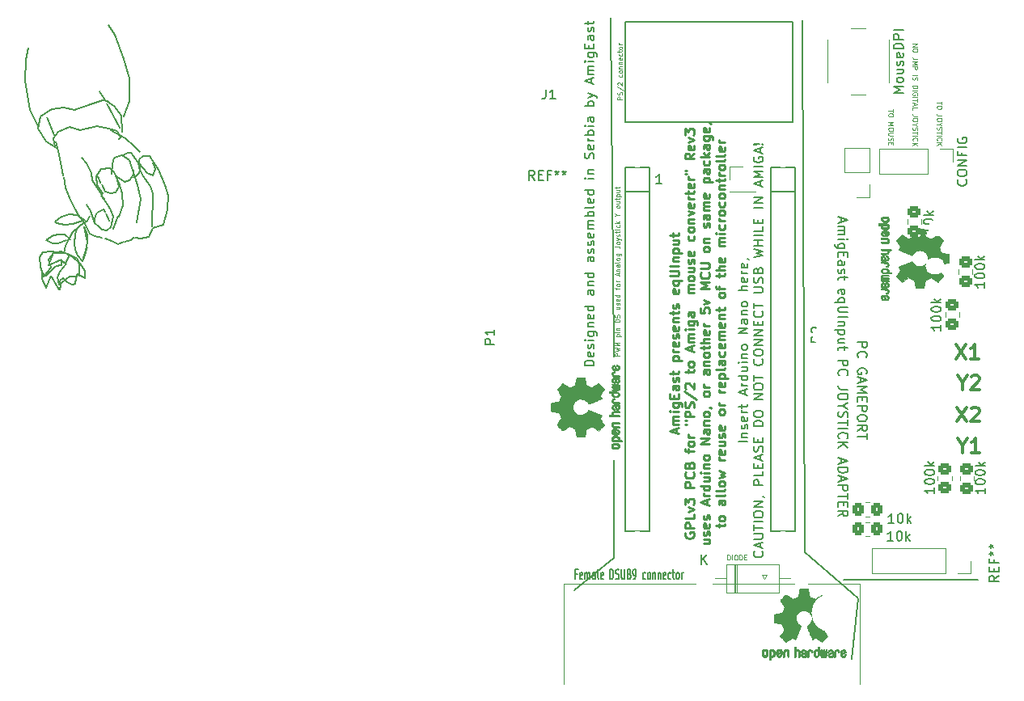
<source format=gbr>
%TF.GenerationSoftware,KiCad,Pcbnew,(6.0.2)*%
%TF.CreationDate,2024-04-09T06:49:27+01:00*%
%TF.ProjectId,amigaps2 revision1.7,616d6967-6170-4733-9220-726576697369,rev?*%
%TF.SameCoordinates,Original*%
%TF.FileFunction,Legend,Top*%
%TF.FilePolarity,Positive*%
%FSLAX46Y46*%
G04 Gerber Fmt 4.6, Leading zero omitted, Abs format (unit mm)*
G04 Created by KiCad (PCBNEW (6.0.2)) date 2024-04-09 06:49:27*
%MOMM*%
%LPD*%
G01*
G04 APERTURE LIST*
G04 Aperture macros list*
%AMRoundRect*
0 Rectangle with rounded corners*
0 $1 Rounding radius*
0 $2 $3 $4 $5 $6 $7 $8 $9 X,Y pos of 4 corners*
0 Add a 4 corners polygon primitive as box body*
4,1,4,$2,$3,$4,$5,$6,$7,$8,$9,$2,$3,0*
0 Add four circle primitives for the rounded corners*
1,1,$1+$1,$2,$3*
1,1,$1+$1,$4,$5*
1,1,$1+$1,$6,$7*
1,1,$1+$1,$8,$9*
0 Add four rect primitives between the rounded corners*
20,1,$1+$1,$2,$3,$4,$5,0*
20,1,$1+$1,$4,$5,$6,$7,0*
20,1,$1+$1,$6,$7,$8,$9,0*
20,1,$1+$1,$8,$9,$2,$3,0*%
G04 Aperture macros list end*
%ADD10C,0.300000*%
%ADD11C,0.150000*%
%ADD12C,0.250000*%
%ADD13C,0.050000*%
%ADD14C,0.100000*%
%ADD15C,0.125000*%
%ADD16C,0.120000*%
%ADD17C,0.010000*%
%ADD18O,2.032000X1.727200*%
%ADD19C,2.540000*%
%ADD20RoundRect,0.250000X-0.350000X-0.450000X0.350000X-0.450000X0.350000X0.450000X-0.350000X0.450000X0*%
%ADD21RoundRect,0.250000X0.450000X-0.350000X0.450000X0.350000X-0.450000X0.350000X-0.450000X-0.350000X0*%
%ADD22RoundRect,0.250000X-0.450000X0.350000X-0.450000X-0.350000X0.450000X-0.350000X0.450000X0.350000X0*%
%ADD23R,1.700000X1.700000*%
%ADD24O,1.700000X1.700000*%
%ADD25C,1.600000*%
%ADD26C,4.000000*%
%ADD27R,1.600000X1.600000*%
%ADD28R,1.800000X1.800000*%
%ADD29O,1.800000X1.800000*%
%ADD30C,1.524000*%
%ADD31C,3.300000*%
%ADD32C,2.000000*%
G04 APERTURE END LIST*
D10*
X173515714Y-92514285D02*
X173515714Y-93228571D01*
X173015714Y-91728571D02*
X173515714Y-92514285D01*
X174015714Y-91728571D01*
X174444285Y-91871428D02*
X174515714Y-91800000D01*
X174658571Y-91728571D01*
X175015714Y-91728571D01*
X175158571Y-91800000D01*
X175230000Y-91871428D01*
X175301428Y-92014285D01*
X175301428Y-92157142D01*
X175230000Y-92371428D01*
X174372857Y-93228571D01*
X175301428Y-93228571D01*
X172915714Y-95098571D02*
X173915714Y-96598571D01*
X173915714Y-95098571D02*
X172915714Y-96598571D01*
X174415714Y-95241428D02*
X174487142Y-95170000D01*
X174630000Y-95098571D01*
X174987142Y-95098571D01*
X175130000Y-95170000D01*
X175201428Y-95241428D01*
X175272857Y-95384285D01*
X175272857Y-95527142D01*
X175201428Y-95741428D01*
X174344285Y-96598571D01*
X175272857Y-96598571D01*
X173525714Y-99144285D02*
X173525714Y-99858571D01*
X173025714Y-98358571D02*
X173525714Y-99144285D01*
X174025714Y-98358571D01*
X175311428Y-99858571D02*
X174454285Y-99858571D01*
X174882857Y-99858571D02*
X174882857Y-98358571D01*
X174740000Y-98572857D01*
X174597142Y-98715714D01*
X174454285Y-98787142D01*
X172855714Y-88528571D02*
X173855714Y-90028571D01*
X173855714Y-88528571D02*
X172855714Y-90028571D01*
X175212857Y-90028571D02*
X174355714Y-90028571D01*
X174784285Y-90028571D02*
X174784285Y-88528571D01*
X174641428Y-88742857D01*
X174498571Y-88885714D01*
X174355714Y-88957142D01*
D11*
X84963000Y-70916800D02*
X85775800Y-71526400D01*
X87782400Y-68757800D02*
X87325200Y-69164200D01*
X80746600Y-81610200D02*
X80594200Y-82169000D01*
X83489800Y-62915800D02*
X84074000Y-63017400D01*
X82143600Y-76911200D02*
X81610200Y-75869800D01*
X81635600Y-80848200D02*
X81686400Y-81356200D01*
X87452200Y-77393800D02*
X88366600Y-77241400D01*
X81153000Y-76047600D02*
X80416400Y-76784200D01*
X89357200Y-70231000D02*
X88442800Y-68757800D01*
X82956400Y-71831200D02*
X83515200Y-72694800D01*
X77165200Y-81635600D02*
X77165200Y-81000600D01*
X81864200Y-75565000D02*
X81153000Y-76047600D01*
X87122000Y-69367400D02*
X86512400Y-68453000D01*
X81813400Y-77419200D02*
X81610200Y-76631800D01*
X80924400Y-81203800D02*
X80848200Y-81051400D01*
X81153000Y-66065400D02*
X82905600Y-65633600D01*
X82626200Y-75412600D02*
X82651600Y-75565000D01*
X80797400Y-76377800D02*
X80670400Y-77038200D01*
X88188800Y-70561200D02*
X88798400Y-70789800D01*
X78498700Y-75692000D02*
X79159100Y-75133200D01*
X88442800Y-68757800D02*
X87782400Y-68757800D01*
X137007600Y-110871000D02*
X137007600Y-100609400D01*
X82829400Y-70916800D02*
X82956400Y-71831200D01*
X80314800Y-82270600D02*
X79806800Y-82016600D01*
X83083400Y-76174600D02*
X83413600Y-76479400D01*
X85725000Y-58674000D02*
X84810600Y-56108600D01*
X81381600Y-81381600D02*
X80924400Y-81203800D01*
X84658200Y-63525400D02*
X83743800Y-62915800D01*
X79578200Y-78232000D02*
X79451200Y-78917800D01*
X82702400Y-75793600D02*
X83083400Y-76174600D01*
X83286600Y-71551800D02*
X83032600Y-70942200D01*
X87731600Y-70942200D02*
X88417400Y-71882000D01*
X86868000Y-77317600D02*
X87452200Y-77393800D01*
X86334600Y-71348600D02*
X86741000Y-70713600D01*
X88976200Y-70180200D02*
X88722200Y-69443600D01*
X83794600Y-72542400D02*
X84353400Y-72720200D01*
X82245200Y-74523600D02*
X82423000Y-75082400D01*
X87122000Y-71882000D02*
X86283800Y-69215000D01*
X86995000Y-70916800D02*
X86715600Y-70993000D01*
X81483200Y-79603600D02*
X81432400Y-79806800D01*
X87223600Y-69494400D02*
X87401400Y-70358000D01*
X80594200Y-78587600D02*
X80899000Y-79248000D01*
X84505800Y-69646800D02*
X84480400Y-70637400D01*
X80899000Y-79248000D02*
X81381600Y-79806800D01*
X81788000Y-73863200D02*
X82245200Y-74523600D01*
X88798400Y-70789800D02*
X88976200Y-70180200D01*
X82194400Y-75057000D02*
X81864200Y-75565000D01*
X76733400Y-65887600D02*
X76962000Y-64668400D01*
X81381600Y-79806800D02*
X81508600Y-79425800D01*
X81026000Y-81178400D02*
X81051400Y-80264000D01*
X78308200Y-78943200D02*
X79044800Y-78968600D01*
X85394800Y-66827400D02*
X85166200Y-67030600D01*
X89992200Y-71831200D02*
X89357200Y-70231000D01*
X75438000Y-58750200D02*
X75692000Y-57429400D01*
X78968600Y-82270600D02*
X80010000Y-81407000D01*
X80073500Y-74853800D02*
X80810100Y-75006200D01*
X80848200Y-79527400D02*
X80010000Y-79146400D01*
X175133000Y-113157000D02*
X161036000Y-113157000D01*
X79540100Y-75996800D02*
X78727300Y-75819000D01*
X81635600Y-79197200D02*
X81534000Y-79375000D01*
X80492600Y-74041000D02*
X80137000Y-73406000D01*
X81610200Y-75869800D02*
X80949800Y-75006200D01*
X77546200Y-77622400D02*
X78308200Y-77089000D01*
X83693000Y-73279000D02*
X83693000Y-73228200D01*
X85788500Y-77774800D02*
X86499700Y-77597000D01*
X78308200Y-77089000D02*
X78968600Y-76987400D01*
X85090000Y-78003400D02*
X85674200Y-77774800D01*
X75387200Y-60909200D02*
X75438000Y-58750200D01*
X77165200Y-81000600D02*
X77597000Y-81330800D01*
X86512400Y-68453000D02*
X86131400Y-68453000D01*
X79806800Y-82016600D02*
X79349600Y-81559400D01*
X83413600Y-71729600D02*
X83794600Y-72542400D01*
X84709000Y-70510400D02*
X84251800Y-70104000D01*
X79883000Y-77546200D02*
X80035400Y-77419200D01*
X83362800Y-72974200D02*
X83642200Y-73279000D01*
X83413600Y-77368400D02*
X82651600Y-77190600D01*
X84048600Y-73837800D02*
X83566000Y-73253600D01*
X80594200Y-82169000D02*
X80365600Y-82219800D01*
X82931000Y-74726800D02*
X82753200Y-75057000D01*
X84683600Y-68986400D02*
X84505800Y-69646800D01*
X82372200Y-71374000D02*
X82321400Y-70561200D01*
X80111600Y-77495400D02*
X79883000Y-77546200D01*
X88722200Y-76301600D02*
X89890600Y-75971400D01*
X80810100Y-75006200D02*
X81495900Y-75387200D01*
X81915000Y-77774800D02*
X81559400Y-76149200D01*
X156743400Y-54533800D02*
X157022800Y-110286800D01*
X79730600Y-77622400D02*
X78867000Y-77952600D01*
X81686400Y-81559400D02*
X81381600Y-81381600D01*
X77851000Y-80238600D02*
X78308200Y-78994000D01*
X76962000Y-64668400D02*
X78155800Y-63881000D01*
X84886800Y-72567800D02*
X85191600Y-72009000D01*
X81661000Y-76581000D02*
X81915000Y-77774800D01*
X78994000Y-82753200D02*
X78917800Y-82753200D01*
X87426800Y-68402200D02*
X86842600Y-67767200D01*
X85217000Y-71628000D02*
X84709000Y-70510400D01*
X87503000Y-73304400D02*
X87122000Y-71882000D01*
X83794600Y-77470000D02*
X84480400Y-77724000D01*
X79502000Y-77038200D02*
X80111600Y-77495400D01*
X78968600Y-76987400D02*
X79502000Y-77038200D01*
X83413600Y-76479400D02*
X83947000Y-76606400D01*
X85547200Y-72694800D02*
X85217000Y-71628000D01*
X78943200Y-68656200D02*
X78587600Y-67284600D01*
X78308200Y-66903600D02*
X78892400Y-66217800D01*
X86741000Y-70713600D02*
X86690200Y-70205600D01*
X79019400Y-80924400D02*
X78765400Y-81508600D01*
X81762600Y-78816200D02*
X81635600Y-79197200D01*
X79959200Y-77495400D02*
X79578200Y-78232000D01*
X77368400Y-81407000D02*
X78105000Y-80518000D01*
X78867000Y-77952600D02*
X78232000Y-77952600D01*
X84810600Y-56108600D02*
X84124800Y-55067200D01*
X87401400Y-70358000D02*
X87325200Y-70561200D01*
X78727300Y-75819000D02*
X78498700Y-75692000D01*
X80848200Y-81051400D02*
X80746600Y-81610200D01*
X78613000Y-80340200D02*
X79197200Y-80238600D01*
X89890600Y-75971400D02*
X90271600Y-74422000D01*
X85775800Y-71526400D02*
X86334600Y-71348600D01*
X78892400Y-66217800D02*
X80060800Y-65786000D01*
X84251800Y-70104000D02*
X83337400Y-70154800D01*
X162560000Y-115138200D02*
X161925000Y-121488200D01*
X90271600Y-74422000D02*
X90373200Y-72948800D01*
X81864200Y-77038200D02*
X81915000Y-77774800D01*
X85623400Y-73964800D02*
X85547200Y-72694800D01*
X79197200Y-79654400D02*
X77851000Y-80238600D01*
X83337400Y-70154800D02*
X82829400Y-70916800D01*
X88366600Y-77241400D02*
X88722200Y-76301600D01*
X82753200Y-75057000D02*
X82626200Y-75412600D01*
X79476600Y-63677800D02*
X80568800Y-63957200D01*
X86842600Y-67767200D02*
X85902800Y-66929000D01*
X84175600Y-75590400D02*
X83820000Y-74777600D01*
X80403700Y-75895200D02*
X79540100Y-75996800D01*
X81178400Y-80060800D02*
X81635600Y-80848200D01*
X81559400Y-76149200D02*
X81864200Y-77038200D01*
X78054200Y-81330800D02*
X77622400Y-82600800D01*
X84607400Y-75133200D02*
X84378800Y-74447400D01*
X78447900Y-66624200D02*
X77711300Y-64693800D01*
X86131400Y-68453000D02*
X85648800Y-68707000D01*
X81788000Y-69596000D02*
X81305400Y-68986400D01*
X85255100Y-65836800D02*
X83934300Y-63322200D01*
X78308200Y-78994000D02*
X79197200Y-78765400D01*
X76911200Y-79400400D02*
X77012800Y-80391000D01*
X80746600Y-81432400D02*
X81026000Y-81178400D01*
X82423000Y-75082400D02*
X82702400Y-75793600D01*
X87096600Y-75768200D02*
X87503000Y-73304400D01*
X79159100Y-75133200D02*
X80073500Y-74853800D01*
X85153500Y-75057000D02*
X84594700Y-76454000D01*
X82219800Y-63398400D02*
X83489800Y-62915800D01*
X81889600Y-78359000D02*
X81762600Y-78816200D01*
X136982200Y-89814400D02*
X136702800Y-54279800D01*
X80543400Y-77901800D02*
X80594200Y-78587600D01*
X132892800Y-114300000D02*
X137007600Y-110871000D01*
X81051400Y-80264000D02*
X80848200Y-79527400D01*
X79044800Y-78968600D02*
X79654400Y-78994000D01*
X80365600Y-76708000D02*
X80797400Y-76377800D01*
X77216000Y-78841600D02*
X76911200Y-79400400D01*
X87401400Y-70205600D02*
X87731600Y-70942200D01*
X79197200Y-78765400D02*
X80010000Y-79146400D01*
X84480400Y-77724000D02*
X85090000Y-78003400D01*
X78511400Y-67868800D02*
X78308200Y-66903600D01*
X80670400Y-77038200D02*
X80543400Y-77901800D01*
X85496400Y-64566800D02*
X84658200Y-63525400D01*
X77012800Y-80391000D02*
X77368400Y-81407000D01*
X77546200Y-67259200D02*
X76733400Y-65887600D01*
X80365600Y-82219800D02*
X80314800Y-82270600D01*
X81889600Y-77800200D02*
X81813400Y-77419200D01*
X83566000Y-74371200D02*
X82931000Y-74726800D01*
X78079600Y-78765400D02*
X77216000Y-78841600D01*
X79349600Y-81559400D02*
X79044800Y-81838800D01*
X79654400Y-78994000D02*
X80391000Y-79375000D01*
X81686400Y-81356200D02*
X81686400Y-81559400D01*
X78232000Y-77952600D02*
X77546200Y-77622400D01*
X84124800Y-65887600D02*
X85064600Y-66141600D01*
X85750400Y-64668400D02*
X86334600Y-63068200D01*
X79121000Y-79730600D02*
X79730600Y-80060800D01*
X79730600Y-80060800D02*
X79019400Y-80924400D01*
X83947000Y-76606400D02*
X84328000Y-76225400D01*
X80137000Y-73406000D02*
X79908400Y-72771000D01*
X81711800Y-78740000D02*
X81889600Y-77800200D01*
X79349600Y-70866000D02*
X78943200Y-68656200D01*
X79654400Y-72110600D02*
X79451200Y-71018400D01*
X80568800Y-63957200D02*
X82219800Y-63398400D01*
X83388200Y-72898000D02*
X82372200Y-71374000D01*
X157022800Y-110286800D02*
X162560000Y-115138200D01*
X78917800Y-82753200D02*
X78740000Y-82524600D01*
X85648800Y-68707000D02*
X85598000Y-68757800D01*
X78155800Y-63881000D02*
X79476600Y-63677800D01*
X85902800Y-66929000D02*
X84810600Y-66370200D01*
X80035400Y-77419200D02*
X80365600Y-76708000D01*
X83566000Y-73253600D02*
X83362800Y-72974200D01*
X81534000Y-79375000D02*
X81483200Y-79603600D01*
X77622400Y-82600800D02*
X77165200Y-81635600D01*
X78714600Y-67945000D02*
X77546200Y-67259200D01*
X87325200Y-69164200D02*
X87401400Y-70205600D01*
X87325200Y-70561200D02*
X86995000Y-70916800D01*
X84353400Y-72720200D02*
X84886800Y-72567800D01*
X82651600Y-77190600D02*
X82143600Y-76911200D01*
X86283800Y-69215000D02*
X85547200Y-68707000D01*
X85242400Y-75107800D02*
X85623400Y-73964800D01*
X80010000Y-81407000D02*
X80746600Y-81432400D01*
X79451200Y-78917800D02*
X78079600Y-78765400D01*
X86309200Y-60706000D02*
X85725000Y-58674000D01*
X78105000Y-80518000D02*
X77800200Y-79654400D01*
X80010000Y-79146400D02*
X79603600Y-80060800D01*
X79908400Y-72771000D02*
X79654400Y-72110600D01*
X81610200Y-76631800D02*
X81661000Y-76581000D01*
X84378800Y-74447400D02*
X84048600Y-73837800D01*
X86855300Y-77292200D02*
X86474300Y-77597000D01*
X88760300Y-72745600D02*
X88709500Y-76123800D01*
X80391000Y-79375000D02*
X81178400Y-80060800D01*
X83642200Y-73279000D02*
X83693000Y-73279000D01*
X80060800Y-65786000D02*
X81153000Y-66065400D01*
X90373200Y-72948800D02*
X89992200Y-71831200D01*
X84328000Y-76225400D02*
X84607400Y-75133200D01*
X85064600Y-66141600D02*
X85394800Y-66827400D01*
X81673700Y-75488800D02*
X80403700Y-75895200D01*
X80416400Y-76784200D02*
X79959200Y-77495400D01*
X83743800Y-62915800D02*
X83134200Y-62052200D01*
X82321400Y-70561200D02*
X81788000Y-69596000D01*
X85547200Y-66268600D02*
X85496400Y-64566800D01*
X86334600Y-63068200D02*
X86309200Y-60706000D01*
X82905600Y-65633600D02*
X84124800Y-65887600D01*
X79197200Y-80238600D02*
X79197200Y-79654400D01*
X79603600Y-80060800D02*
X79121000Y-79730600D01*
X77597000Y-81330800D02*
X78613000Y-80340200D01*
X78740000Y-82524600D02*
X78460600Y-81915000D01*
X75895200Y-63982600D02*
X75387200Y-60909200D01*
X88480900Y-71932800D02*
X88760300Y-72745600D01*
X87350600Y-69570600D02*
X88188800Y-70561200D01*
X79121000Y-82346800D02*
X78994000Y-82753200D01*
X85191600Y-72009000D02*
X85064600Y-71348600D01*
X80949800Y-75006200D02*
X80492600Y-74041000D01*
X78765400Y-81508600D02*
X78968600Y-82270600D01*
X81508600Y-79425800D02*
X81711800Y-78740000D01*
X76733400Y-65633600D02*
X75895200Y-63982600D01*
X77800200Y-79654400D02*
X78308200Y-78943200D01*
X81495900Y-75387200D02*
X81673700Y-75488800D01*
X79044800Y-81838800D02*
X79121000Y-82346800D01*
X78460600Y-81915000D02*
X78054200Y-81330800D01*
X83794600Y-74676000D02*
X83566000Y-74371200D01*
X84810600Y-66370200D02*
X84328000Y-66090800D01*
X85547200Y-68707000D02*
X84683600Y-68986400D01*
D12*
X143547666Y-97780761D02*
X143547666Y-97304571D01*
X143833380Y-97876000D02*
X142833380Y-97542666D01*
X143833380Y-97209333D01*
X143833380Y-96876000D02*
X143166714Y-96876000D01*
X143261952Y-96876000D02*
X143214333Y-96828380D01*
X143166714Y-96733142D01*
X143166714Y-96590285D01*
X143214333Y-96495047D01*
X143309571Y-96447428D01*
X143833380Y-96447428D01*
X143309571Y-96447428D02*
X143214333Y-96399809D01*
X143166714Y-96304571D01*
X143166714Y-96161714D01*
X143214333Y-96066476D01*
X143309571Y-96018857D01*
X143833380Y-96018857D01*
X143833380Y-95542666D02*
X143166714Y-95542666D01*
X142833380Y-95542666D02*
X142881000Y-95590285D01*
X142928619Y-95542666D01*
X142881000Y-95495047D01*
X142833380Y-95542666D01*
X142928619Y-95542666D01*
X143166714Y-94637904D02*
X143976238Y-94637904D01*
X144071476Y-94685523D01*
X144119095Y-94733142D01*
X144166714Y-94828380D01*
X144166714Y-94971238D01*
X144119095Y-95066476D01*
X143785761Y-94637904D02*
X143833380Y-94733142D01*
X143833380Y-94923619D01*
X143785761Y-95018857D01*
X143738142Y-95066476D01*
X143642904Y-95114095D01*
X143357190Y-95114095D01*
X143261952Y-95066476D01*
X143214333Y-95018857D01*
X143166714Y-94923619D01*
X143166714Y-94733142D01*
X143214333Y-94637904D01*
X143309571Y-94161714D02*
X143309571Y-93828380D01*
X143833380Y-93685523D02*
X143833380Y-94161714D01*
X142833380Y-94161714D01*
X142833380Y-93685523D01*
X143833380Y-92828380D02*
X143309571Y-92828380D01*
X143214333Y-92876000D01*
X143166714Y-92971238D01*
X143166714Y-93161714D01*
X143214333Y-93256952D01*
X143785761Y-92828380D02*
X143833380Y-92923619D01*
X143833380Y-93161714D01*
X143785761Y-93256952D01*
X143690523Y-93304571D01*
X143595285Y-93304571D01*
X143500047Y-93256952D01*
X143452428Y-93161714D01*
X143452428Y-92923619D01*
X143404809Y-92828380D01*
X143785761Y-92399809D02*
X143833380Y-92304571D01*
X143833380Y-92114095D01*
X143785761Y-92018857D01*
X143690523Y-91971238D01*
X143642904Y-91971238D01*
X143547666Y-92018857D01*
X143500047Y-92114095D01*
X143500047Y-92256952D01*
X143452428Y-92352190D01*
X143357190Y-92399809D01*
X143309571Y-92399809D01*
X143214333Y-92352190D01*
X143166714Y-92256952D01*
X143166714Y-92114095D01*
X143214333Y-92018857D01*
X143166714Y-91685523D02*
X143166714Y-91304571D01*
X142833380Y-91542666D02*
X143690523Y-91542666D01*
X143785761Y-91495047D01*
X143833380Y-91399809D01*
X143833380Y-91304571D01*
X143166714Y-90209333D02*
X144166714Y-90209333D01*
X143214333Y-90209333D02*
X143166714Y-90114095D01*
X143166714Y-89923619D01*
X143214333Y-89828380D01*
X143261952Y-89780761D01*
X143357190Y-89733142D01*
X143642904Y-89733142D01*
X143738142Y-89780761D01*
X143785761Y-89828380D01*
X143833380Y-89923619D01*
X143833380Y-90114095D01*
X143785761Y-90209333D01*
X143833380Y-89304571D02*
X143166714Y-89304571D01*
X143357190Y-89304571D02*
X143261952Y-89256952D01*
X143214333Y-89209333D01*
X143166714Y-89114095D01*
X143166714Y-89018857D01*
X143785761Y-88304571D02*
X143833380Y-88399809D01*
X143833380Y-88590285D01*
X143785761Y-88685523D01*
X143690523Y-88733142D01*
X143309571Y-88733142D01*
X143214333Y-88685523D01*
X143166714Y-88590285D01*
X143166714Y-88399809D01*
X143214333Y-88304571D01*
X143309571Y-88256952D01*
X143404809Y-88256952D01*
X143500047Y-88733142D01*
X143785761Y-87876000D02*
X143833380Y-87780761D01*
X143833380Y-87590285D01*
X143785761Y-87495047D01*
X143690523Y-87447428D01*
X143642904Y-87447428D01*
X143547666Y-87495047D01*
X143500047Y-87590285D01*
X143500047Y-87733142D01*
X143452428Y-87828380D01*
X143357190Y-87876000D01*
X143309571Y-87876000D01*
X143214333Y-87828380D01*
X143166714Y-87733142D01*
X143166714Y-87590285D01*
X143214333Y-87495047D01*
X143785761Y-86637904D02*
X143833380Y-86733142D01*
X143833380Y-86923619D01*
X143785761Y-87018857D01*
X143690523Y-87066476D01*
X143309571Y-87066476D01*
X143214333Y-87018857D01*
X143166714Y-86923619D01*
X143166714Y-86733142D01*
X143214333Y-86637904D01*
X143309571Y-86590285D01*
X143404809Y-86590285D01*
X143500047Y-87066476D01*
X143166714Y-86161714D02*
X143833380Y-86161714D01*
X143261952Y-86161714D02*
X143214333Y-86114095D01*
X143166714Y-86018857D01*
X143166714Y-85876000D01*
X143214333Y-85780761D01*
X143309571Y-85733142D01*
X143833380Y-85733142D01*
X143166714Y-85399809D02*
X143166714Y-85018857D01*
X142833380Y-85256952D02*
X143690523Y-85256952D01*
X143785761Y-85209333D01*
X143833380Y-85114095D01*
X143833380Y-85018857D01*
X143785761Y-84733142D02*
X143833380Y-84637904D01*
X143833380Y-84447428D01*
X143785761Y-84352190D01*
X143690523Y-84304571D01*
X143642904Y-84304571D01*
X143547666Y-84352190D01*
X143500047Y-84447428D01*
X143500047Y-84590285D01*
X143452428Y-84685523D01*
X143357190Y-84733142D01*
X143309571Y-84733142D01*
X143214333Y-84685523D01*
X143166714Y-84590285D01*
X143166714Y-84447428D01*
X143214333Y-84352190D01*
X143785761Y-82733142D02*
X143833380Y-82828380D01*
X143833380Y-83018857D01*
X143785761Y-83114095D01*
X143690523Y-83161714D01*
X143309571Y-83161714D01*
X143214333Y-83114095D01*
X143166714Y-83018857D01*
X143166714Y-82828380D01*
X143214333Y-82733142D01*
X143309571Y-82685523D01*
X143404809Y-82685523D01*
X143500047Y-83161714D01*
X143166714Y-81828380D02*
X144166714Y-81828380D01*
X143785761Y-81828380D02*
X143833380Y-81923619D01*
X143833380Y-82114095D01*
X143785761Y-82209333D01*
X143738142Y-82256952D01*
X143642904Y-82304571D01*
X143357190Y-82304571D01*
X143261952Y-82256952D01*
X143214333Y-82209333D01*
X143166714Y-82114095D01*
X143166714Y-81923619D01*
X143214333Y-81828380D01*
X142833380Y-81352190D02*
X143642904Y-81352190D01*
X143738142Y-81304571D01*
X143785761Y-81256952D01*
X143833380Y-81161714D01*
X143833380Y-80971238D01*
X143785761Y-80876000D01*
X143738142Y-80828380D01*
X143642904Y-80780761D01*
X142833380Y-80780761D01*
X143833380Y-80304571D02*
X142833380Y-80304571D01*
X143166714Y-79828380D02*
X143833380Y-79828380D01*
X143261952Y-79828380D02*
X143214333Y-79780761D01*
X143166714Y-79685523D01*
X143166714Y-79542666D01*
X143214333Y-79447428D01*
X143309571Y-79399809D01*
X143833380Y-79399809D01*
X143166714Y-78923619D02*
X144166714Y-78923619D01*
X143214333Y-78923619D02*
X143166714Y-78828380D01*
X143166714Y-78637904D01*
X143214333Y-78542666D01*
X143261952Y-78495047D01*
X143357190Y-78447428D01*
X143642904Y-78447428D01*
X143738142Y-78495047D01*
X143785761Y-78542666D01*
X143833380Y-78637904D01*
X143833380Y-78828380D01*
X143785761Y-78923619D01*
X143166714Y-77590285D02*
X143833380Y-77590285D01*
X143166714Y-78018857D02*
X143690523Y-78018857D01*
X143785761Y-77971238D01*
X143833380Y-77876000D01*
X143833380Y-77733142D01*
X143785761Y-77637904D01*
X143738142Y-77590285D01*
X143166714Y-77256952D02*
X143166714Y-76876000D01*
X142833380Y-77114095D02*
X143690523Y-77114095D01*
X143785761Y-77066476D01*
X143833380Y-76971238D01*
X143833380Y-76876000D01*
X144491000Y-108233142D02*
X144443380Y-108328380D01*
X144443380Y-108471238D01*
X144491000Y-108614095D01*
X144586238Y-108709333D01*
X144681476Y-108756952D01*
X144871952Y-108804571D01*
X145014809Y-108804571D01*
X145205285Y-108756952D01*
X145300523Y-108709333D01*
X145395761Y-108614095D01*
X145443380Y-108471238D01*
X145443380Y-108376000D01*
X145395761Y-108233142D01*
X145348142Y-108185523D01*
X145014809Y-108185523D01*
X145014809Y-108376000D01*
X145443380Y-107756952D02*
X144443380Y-107756952D01*
X144443380Y-107376000D01*
X144491000Y-107280761D01*
X144538619Y-107233142D01*
X144633857Y-107185523D01*
X144776714Y-107185523D01*
X144871952Y-107233142D01*
X144919571Y-107280761D01*
X144967190Y-107376000D01*
X144967190Y-107756952D01*
X145443380Y-106280761D02*
X145443380Y-106756952D01*
X144443380Y-106756952D01*
X144776714Y-106042666D02*
X145443380Y-105804571D01*
X144776714Y-105566476D01*
X144443380Y-105280761D02*
X144443380Y-104661714D01*
X144824333Y-104995047D01*
X144824333Y-104852190D01*
X144871952Y-104756952D01*
X144919571Y-104709333D01*
X145014809Y-104661714D01*
X145252904Y-104661714D01*
X145348142Y-104709333D01*
X145395761Y-104756952D01*
X145443380Y-104852190D01*
X145443380Y-105137904D01*
X145395761Y-105233142D01*
X145348142Y-105280761D01*
X145443380Y-103471238D02*
X144443380Y-103471238D01*
X144443380Y-103090285D01*
X144491000Y-102995047D01*
X144538619Y-102947428D01*
X144633857Y-102899809D01*
X144776714Y-102899809D01*
X144871952Y-102947428D01*
X144919571Y-102995047D01*
X144967190Y-103090285D01*
X144967190Y-103471238D01*
X145348142Y-101899809D02*
X145395761Y-101947428D01*
X145443380Y-102090285D01*
X145443380Y-102185523D01*
X145395761Y-102328380D01*
X145300523Y-102423619D01*
X145205285Y-102471238D01*
X145014809Y-102518857D01*
X144871952Y-102518857D01*
X144681476Y-102471238D01*
X144586238Y-102423619D01*
X144491000Y-102328380D01*
X144443380Y-102185523D01*
X144443380Y-102090285D01*
X144491000Y-101947428D01*
X144538619Y-101899809D01*
X144919571Y-101137904D02*
X144967190Y-100995047D01*
X145014809Y-100947428D01*
X145110047Y-100899809D01*
X145252904Y-100899809D01*
X145348142Y-100947428D01*
X145395761Y-100995047D01*
X145443380Y-101090285D01*
X145443380Y-101471238D01*
X144443380Y-101471238D01*
X144443380Y-101137904D01*
X144491000Y-101042666D01*
X144538619Y-100995047D01*
X144633857Y-100947428D01*
X144729095Y-100947428D01*
X144824333Y-100995047D01*
X144871952Y-101042666D01*
X144919571Y-101137904D01*
X144919571Y-101471238D01*
X144776714Y-99852190D02*
X144776714Y-99471238D01*
X145443380Y-99709333D02*
X144586238Y-99709333D01*
X144491000Y-99661714D01*
X144443380Y-99566476D01*
X144443380Y-99471238D01*
X145443380Y-98995047D02*
X145395761Y-99090285D01*
X145348142Y-99137904D01*
X145252904Y-99185523D01*
X144967190Y-99185523D01*
X144871952Y-99137904D01*
X144824333Y-99090285D01*
X144776714Y-98995047D01*
X144776714Y-98852190D01*
X144824333Y-98756952D01*
X144871952Y-98709333D01*
X144967190Y-98661714D01*
X145252904Y-98661714D01*
X145348142Y-98709333D01*
X145395761Y-98756952D01*
X145443380Y-98852190D01*
X145443380Y-98995047D01*
X145443380Y-98233142D02*
X144776714Y-98233142D01*
X144967190Y-98233142D02*
X144871952Y-98185523D01*
X144824333Y-98137904D01*
X144776714Y-98042666D01*
X144776714Y-97947428D01*
X144443380Y-96899809D02*
X144633857Y-96899809D01*
X144443380Y-96518857D02*
X144633857Y-96518857D01*
X145443380Y-96090285D02*
X144443380Y-96090285D01*
X144443380Y-95709333D01*
X144491000Y-95614095D01*
X144538619Y-95566476D01*
X144633857Y-95518857D01*
X144776714Y-95518857D01*
X144871952Y-95566476D01*
X144919571Y-95614095D01*
X144967190Y-95709333D01*
X144967190Y-96090285D01*
X145395761Y-95137904D02*
X145443380Y-94995047D01*
X145443380Y-94756952D01*
X145395761Y-94661714D01*
X145348142Y-94614095D01*
X145252904Y-94566476D01*
X145157666Y-94566476D01*
X145062428Y-94614095D01*
X145014809Y-94661714D01*
X144967190Y-94756952D01*
X144919571Y-94947428D01*
X144871952Y-95042666D01*
X144824333Y-95090285D01*
X144729095Y-95137904D01*
X144633857Y-95137904D01*
X144538619Y-95090285D01*
X144491000Y-95042666D01*
X144443380Y-94947428D01*
X144443380Y-94709333D01*
X144491000Y-94566476D01*
X144395761Y-93423619D02*
X145681476Y-94280761D01*
X144538619Y-93137904D02*
X144491000Y-93090285D01*
X144443380Y-92995047D01*
X144443380Y-92756952D01*
X144491000Y-92661714D01*
X144538619Y-92614095D01*
X144633857Y-92566476D01*
X144729095Y-92566476D01*
X144871952Y-92614095D01*
X145443380Y-93185523D01*
X145443380Y-92566476D01*
X144776714Y-91518857D02*
X144776714Y-91137904D01*
X144443380Y-91376000D02*
X145300523Y-91376000D01*
X145395761Y-91328380D01*
X145443380Y-91233142D01*
X145443380Y-91137904D01*
X145443380Y-90661714D02*
X145395761Y-90756952D01*
X145348142Y-90804571D01*
X145252904Y-90852190D01*
X144967190Y-90852190D01*
X144871952Y-90804571D01*
X144824333Y-90756952D01*
X144776714Y-90661714D01*
X144776714Y-90518857D01*
X144824333Y-90423619D01*
X144871952Y-90376000D01*
X144967190Y-90328380D01*
X145252904Y-90328380D01*
X145348142Y-90376000D01*
X145395761Y-90423619D01*
X145443380Y-90518857D01*
X145443380Y-90661714D01*
X145157666Y-89185523D02*
X145157666Y-88709333D01*
X145443380Y-89280761D02*
X144443380Y-88947428D01*
X145443380Y-88614095D01*
X145443380Y-88280761D02*
X144776714Y-88280761D01*
X144871952Y-88280761D02*
X144824333Y-88233142D01*
X144776714Y-88137904D01*
X144776714Y-87995047D01*
X144824333Y-87899809D01*
X144919571Y-87852190D01*
X145443380Y-87852190D01*
X144919571Y-87852190D02*
X144824333Y-87804571D01*
X144776714Y-87709333D01*
X144776714Y-87566476D01*
X144824333Y-87471238D01*
X144919571Y-87423619D01*
X145443380Y-87423619D01*
X145443380Y-86947428D02*
X144776714Y-86947428D01*
X144443380Y-86947428D02*
X144491000Y-86995047D01*
X144538619Y-86947428D01*
X144491000Y-86899809D01*
X144443380Y-86947428D01*
X144538619Y-86947428D01*
X144776714Y-86042666D02*
X145586238Y-86042666D01*
X145681476Y-86090285D01*
X145729095Y-86137904D01*
X145776714Y-86233142D01*
X145776714Y-86376000D01*
X145729095Y-86471238D01*
X145395761Y-86042666D02*
X145443380Y-86137904D01*
X145443380Y-86328380D01*
X145395761Y-86423619D01*
X145348142Y-86471238D01*
X145252904Y-86518857D01*
X144967190Y-86518857D01*
X144871952Y-86471238D01*
X144824333Y-86423619D01*
X144776714Y-86328380D01*
X144776714Y-86137904D01*
X144824333Y-86042666D01*
X145443380Y-85137904D02*
X144919571Y-85137904D01*
X144824333Y-85185523D01*
X144776714Y-85280761D01*
X144776714Y-85471238D01*
X144824333Y-85566476D01*
X145395761Y-85137904D02*
X145443380Y-85233142D01*
X145443380Y-85471238D01*
X145395761Y-85566476D01*
X145300523Y-85614095D01*
X145205285Y-85614095D01*
X145110047Y-85566476D01*
X145062428Y-85471238D01*
X145062428Y-85233142D01*
X145014809Y-85137904D01*
X145443380Y-83137904D02*
X144776714Y-83137904D01*
X144871952Y-83137904D02*
X144824333Y-83090285D01*
X144776714Y-82995047D01*
X144776714Y-82852190D01*
X144824333Y-82756952D01*
X144919571Y-82709333D01*
X145443380Y-82709333D01*
X144919571Y-82709333D02*
X144824333Y-82661714D01*
X144776714Y-82566476D01*
X144776714Y-82423619D01*
X144824333Y-82328380D01*
X144919571Y-82280761D01*
X145443380Y-82280761D01*
X145443380Y-81661714D02*
X145395761Y-81756952D01*
X145348142Y-81804571D01*
X145252904Y-81852190D01*
X144967190Y-81852190D01*
X144871952Y-81804571D01*
X144824333Y-81756952D01*
X144776714Y-81661714D01*
X144776714Y-81518857D01*
X144824333Y-81423619D01*
X144871952Y-81376000D01*
X144967190Y-81328380D01*
X145252904Y-81328380D01*
X145348142Y-81376000D01*
X145395761Y-81423619D01*
X145443380Y-81518857D01*
X145443380Y-81661714D01*
X144776714Y-80471238D02*
X145443380Y-80471238D01*
X144776714Y-80899809D02*
X145300523Y-80899809D01*
X145395761Y-80852190D01*
X145443380Y-80756952D01*
X145443380Y-80614095D01*
X145395761Y-80518857D01*
X145348142Y-80471238D01*
X145395761Y-80042666D02*
X145443380Y-79947428D01*
X145443380Y-79756952D01*
X145395761Y-79661714D01*
X145300523Y-79614095D01*
X145252904Y-79614095D01*
X145157666Y-79661714D01*
X145110047Y-79756952D01*
X145110047Y-79899809D01*
X145062428Y-79995047D01*
X144967190Y-80042666D01*
X144919571Y-80042666D01*
X144824333Y-79995047D01*
X144776714Y-79899809D01*
X144776714Y-79756952D01*
X144824333Y-79661714D01*
X145395761Y-78804571D02*
X145443380Y-78899809D01*
X145443380Y-79090285D01*
X145395761Y-79185523D01*
X145300523Y-79233142D01*
X144919571Y-79233142D01*
X144824333Y-79185523D01*
X144776714Y-79090285D01*
X144776714Y-78899809D01*
X144824333Y-78804571D01*
X144919571Y-78756952D01*
X145014809Y-78756952D01*
X145110047Y-79233142D01*
X145395761Y-77137904D02*
X145443380Y-77233142D01*
X145443380Y-77423619D01*
X145395761Y-77518857D01*
X145348142Y-77566476D01*
X145252904Y-77614095D01*
X144967190Y-77614095D01*
X144871952Y-77566476D01*
X144824333Y-77518857D01*
X144776714Y-77423619D01*
X144776714Y-77233142D01*
X144824333Y-77137904D01*
X145443380Y-76566476D02*
X145395761Y-76661714D01*
X145348142Y-76709333D01*
X145252904Y-76756952D01*
X144967190Y-76756952D01*
X144871952Y-76709333D01*
X144824333Y-76661714D01*
X144776714Y-76566476D01*
X144776714Y-76423619D01*
X144824333Y-76328380D01*
X144871952Y-76280761D01*
X144967190Y-76233142D01*
X145252904Y-76233142D01*
X145348142Y-76280761D01*
X145395761Y-76328380D01*
X145443380Y-76423619D01*
X145443380Y-76566476D01*
X144776714Y-75804571D02*
X145443380Y-75804571D01*
X144871952Y-75804571D02*
X144824333Y-75756952D01*
X144776714Y-75661714D01*
X144776714Y-75518857D01*
X144824333Y-75423619D01*
X144919571Y-75376000D01*
X145443380Y-75376000D01*
X144776714Y-74995047D02*
X145443380Y-74756952D01*
X144776714Y-74518857D01*
X145395761Y-73756952D02*
X145443380Y-73852190D01*
X145443380Y-74042666D01*
X145395761Y-74137904D01*
X145300523Y-74185523D01*
X144919571Y-74185523D01*
X144824333Y-74137904D01*
X144776714Y-74042666D01*
X144776714Y-73852190D01*
X144824333Y-73756952D01*
X144919571Y-73709333D01*
X145014809Y-73709333D01*
X145110047Y-74185523D01*
X145443380Y-73280761D02*
X144776714Y-73280761D01*
X144967190Y-73280761D02*
X144871952Y-73233142D01*
X144824333Y-73185523D01*
X144776714Y-73090285D01*
X144776714Y-72995047D01*
X144776714Y-72804571D02*
X144776714Y-72423619D01*
X144443380Y-72661714D02*
X145300523Y-72661714D01*
X145395761Y-72614095D01*
X145443380Y-72518857D01*
X145443380Y-72423619D01*
X145395761Y-71709333D02*
X145443380Y-71804571D01*
X145443380Y-71995047D01*
X145395761Y-72090285D01*
X145300523Y-72137904D01*
X144919571Y-72137904D01*
X144824333Y-72090285D01*
X144776714Y-71995047D01*
X144776714Y-71804571D01*
X144824333Y-71709333D01*
X144919571Y-71661714D01*
X145014809Y-71661714D01*
X145110047Y-72137904D01*
X145443380Y-71233142D02*
X144776714Y-71233142D01*
X144967190Y-71233142D02*
X144871952Y-71185523D01*
X144824333Y-71137904D01*
X144776714Y-71042666D01*
X144776714Y-70947428D01*
X144443380Y-70661714D02*
X144633857Y-70661714D01*
X144443380Y-70280761D02*
X144633857Y-70280761D01*
X145443380Y-68518857D02*
X144967190Y-68852190D01*
X145443380Y-69090285D02*
X144443380Y-69090285D01*
X144443380Y-68709333D01*
X144491000Y-68614095D01*
X144538619Y-68566476D01*
X144633857Y-68518857D01*
X144776714Y-68518857D01*
X144871952Y-68566476D01*
X144919571Y-68614095D01*
X144967190Y-68709333D01*
X144967190Y-69090285D01*
X145395761Y-67709333D02*
X145443380Y-67804571D01*
X145443380Y-67995047D01*
X145395761Y-68090285D01*
X145300523Y-68137904D01*
X144919571Y-68137904D01*
X144824333Y-68090285D01*
X144776714Y-67995047D01*
X144776714Y-67804571D01*
X144824333Y-67709333D01*
X144919571Y-67661714D01*
X145014809Y-67661714D01*
X145110047Y-68137904D01*
X144776714Y-67328380D02*
X145443380Y-67090285D01*
X144776714Y-66852190D01*
X144443380Y-66566476D02*
X144443380Y-65947428D01*
X144824333Y-66280761D01*
X144824333Y-66137904D01*
X144871952Y-66042666D01*
X144919571Y-65995047D01*
X145014809Y-65947428D01*
X145252904Y-65947428D01*
X145348142Y-65995047D01*
X145395761Y-66042666D01*
X145443380Y-66137904D01*
X145443380Y-66423619D01*
X145395761Y-66518857D01*
X145348142Y-66566476D01*
X146386714Y-108947428D02*
X147053380Y-108947428D01*
X146386714Y-109376000D02*
X146910523Y-109376000D01*
X147005761Y-109328380D01*
X147053380Y-109233142D01*
X147053380Y-109090285D01*
X147005761Y-108995047D01*
X146958142Y-108947428D01*
X147005761Y-108518857D02*
X147053380Y-108423619D01*
X147053380Y-108233142D01*
X147005761Y-108137904D01*
X146910523Y-108090285D01*
X146862904Y-108090285D01*
X146767666Y-108137904D01*
X146720047Y-108233142D01*
X146720047Y-108376000D01*
X146672428Y-108471238D01*
X146577190Y-108518857D01*
X146529571Y-108518857D01*
X146434333Y-108471238D01*
X146386714Y-108376000D01*
X146386714Y-108233142D01*
X146434333Y-108137904D01*
X147005761Y-107280761D02*
X147053380Y-107376000D01*
X147053380Y-107566476D01*
X147005761Y-107661714D01*
X146910523Y-107709333D01*
X146529571Y-107709333D01*
X146434333Y-107661714D01*
X146386714Y-107566476D01*
X146386714Y-107376000D01*
X146434333Y-107280761D01*
X146529571Y-107233142D01*
X146624809Y-107233142D01*
X146720047Y-107709333D01*
X147005761Y-106852190D02*
X147053380Y-106756952D01*
X147053380Y-106566476D01*
X147005761Y-106471238D01*
X146910523Y-106423619D01*
X146862904Y-106423619D01*
X146767666Y-106471238D01*
X146720047Y-106566476D01*
X146720047Y-106709333D01*
X146672428Y-106804571D01*
X146577190Y-106852190D01*
X146529571Y-106852190D01*
X146434333Y-106804571D01*
X146386714Y-106709333D01*
X146386714Y-106566476D01*
X146434333Y-106471238D01*
X146767666Y-105280761D02*
X146767666Y-104804571D01*
X147053380Y-105376000D02*
X146053380Y-105042666D01*
X147053380Y-104709333D01*
X147053380Y-104376000D02*
X146386714Y-104376000D01*
X146577190Y-104376000D02*
X146481952Y-104328380D01*
X146434333Y-104280761D01*
X146386714Y-104185523D01*
X146386714Y-104090285D01*
X147053380Y-103328380D02*
X146053380Y-103328380D01*
X147005761Y-103328380D02*
X147053380Y-103423619D01*
X147053380Y-103614095D01*
X147005761Y-103709333D01*
X146958142Y-103756952D01*
X146862904Y-103804571D01*
X146577190Y-103804571D01*
X146481952Y-103756952D01*
X146434333Y-103709333D01*
X146386714Y-103614095D01*
X146386714Y-103423619D01*
X146434333Y-103328380D01*
X146386714Y-102423619D02*
X147053380Y-102423619D01*
X146386714Y-102852190D02*
X146910523Y-102852190D01*
X147005761Y-102804571D01*
X147053380Y-102709333D01*
X147053380Y-102566476D01*
X147005761Y-102471238D01*
X146958142Y-102423619D01*
X147053380Y-101947428D02*
X146386714Y-101947428D01*
X146053380Y-101947428D02*
X146101000Y-101995047D01*
X146148619Y-101947428D01*
X146101000Y-101899809D01*
X146053380Y-101947428D01*
X146148619Y-101947428D01*
X146386714Y-101471238D02*
X147053380Y-101471238D01*
X146481952Y-101471238D02*
X146434333Y-101423619D01*
X146386714Y-101328380D01*
X146386714Y-101185523D01*
X146434333Y-101090285D01*
X146529571Y-101042666D01*
X147053380Y-101042666D01*
X147053380Y-100423619D02*
X147005761Y-100518857D01*
X146958142Y-100566476D01*
X146862904Y-100614095D01*
X146577190Y-100614095D01*
X146481952Y-100566476D01*
X146434333Y-100518857D01*
X146386714Y-100423619D01*
X146386714Y-100280761D01*
X146434333Y-100185523D01*
X146481952Y-100137904D01*
X146577190Y-100090285D01*
X146862904Y-100090285D01*
X146958142Y-100137904D01*
X147005761Y-100185523D01*
X147053380Y-100280761D01*
X147053380Y-100423619D01*
X147053380Y-98899809D02*
X146053380Y-98899809D01*
X147053380Y-98328380D01*
X146053380Y-98328380D01*
X147053380Y-97423619D02*
X146529571Y-97423619D01*
X146434333Y-97471238D01*
X146386714Y-97566476D01*
X146386714Y-97756952D01*
X146434333Y-97852190D01*
X147005761Y-97423619D02*
X147053380Y-97518857D01*
X147053380Y-97756952D01*
X147005761Y-97852190D01*
X146910523Y-97899809D01*
X146815285Y-97899809D01*
X146720047Y-97852190D01*
X146672428Y-97756952D01*
X146672428Y-97518857D01*
X146624809Y-97423619D01*
X146386714Y-96947428D02*
X147053380Y-96947428D01*
X146481952Y-96947428D02*
X146434333Y-96899809D01*
X146386714Y-96804571D01*
X146386714Y-96661714D01*
X146434333Y-96566476D01*
X146529571Y-96518857D01*
X147053380Y-96518857D01*
X147053380Y-95899809D02*
X147005761Y-95995047D01*
X146958142Y-96042666D01*
X146862904Y-96090285D01*
X146577190Y-96090285D01*
X146481952Y-96042666D01*
X146434333Y-95995047D01*
X146386714Y-95899809D01*
X146386714Y-95756952D01*
X146434333Y-95661714D01*
X146481952Y-95614095D01*
X146577190Y-95566476D01*
X146862904Y-95566476D01*
X146958142Y-95614095D01*
X147005761Y-95661714D01*
X147053380Y-95756952D01*
X147053380Y-95899809D01*
X147005761Y-95090285D02*
X147053380Y-95090285D01*
X147148619Y-95137904D01*
X147196238Y-95185523D01*
X147053380Y-93756952D02*
X147005761Y-93852190D01*
X146958142Y-93899809D01*
X146862904Y-93947428D01*
X146577190Y-93947428D01*
X146481952Y-93899809D01*
X146434333Y-93852190D01*
X146386714Y-93756952D01*
X146386714Y-93614095D01*
X146434333Y-93518857D01*
X146481952Y-93471238D01*
X146577190Y-93423619D01*
X146862904Y-93423619D01*
X146958142Y-93471238D01*
X147005761Y-93518857D01*
X147053380Y-93614095D01*
X147053380Y-93756952D01*
X147053380Y-92995047D02*
X146386714Y-92995047D01*
X146577190Y-92995047D02*
X146481952Y-92947428D01*
X146434333Y-92899809D01*
X146386714Y-92804571D01*
X146386714Y-92709333D01*
X147053380Y-91185523D02*
X146529571Y-91185523D01*
X146434333Y-91233142D01*
X146386714Y-91328380D01*
X146386714Y-91518857D01*
X146434333Y-91614095D01*
X147005761Y-91185523D02*
X147053380Y-91280761D01*
X147053380Y-91518857D01*
X147005761Y-91614095D01*
X146910523Y-91661714D01*
X146815285Y-91661714D01*
X146720047Y-91614095D01*
X146672428Y-91518857D01*
X146672428Y-91280761D01*
X146624809Y-91185523D01*
X146386714Y-90709333D02*
X147053380Y-90709333D01*
X146481952Y-90709333D02*
X146434333Y-90661714D01*
X146386714Y-90566476D01*
X146386714Y-90423619D01*
X146434333Y-90328380D01*
X146529571Y-90280761D01*
X147053380Y-90280761D01*
X147053380Y-89661714D02*
X147005761Y-89756952D01*
X146958142Y-89804571D01*
X146862904Y-89852190D01*
X146577190Y-89852190D01*
X146481952Y-89804571D01*
X146434333Y-89756952D01*
X146386714Y-89661714D01*
X146386714Y-89518857D01*
X146434333Y-89423619D01*
X146481952Y-89376000D01*
X146577190Y-89328380D01*
X146862904Y-89328380D01*
X146958142Y-89376000D01*
X147005761Y-89423619D01*
X147053380Y-89518857D01*
X147053380Y-89661714D01*
X146386714Y-89042666D02*
X146386714Y-88661714D01*
X146053380Y-88899809D02*
X146910523Y-88899809D01*
X147005761Y-88852190D01*
X147053380Y-88756952D01*
X147053380Y-88661714D01*
X147053380Y-88328380D02*
X146053380Y-88328380D01*
X147053380Y-87899809D02*
X146529571Y-87899809D01*
X146434333Y-87947428D01*
X146386714Y-88042666D01*
X146386714Y-88185523D01*
X146434333Y-88280761D01*
X146481952Y-88328380D01*
X147005761Y-87042666D02*
X147053380Y-87137904D01*
X147053380Y-87328380D01*
X147005761Y-87423619D01*
X146910523Y-87471238D01*
X146529571Y-87471238D01*
X146434333Y-87423619D01*
X146386714Y-87328380D01*
X146386714Y-87137904D01*
X146434333Y-87042666D01*
X146529571Y-86995047D01*
X146624809Y-86995047D01*
X146720047Y-87471238D01*
X147053380Y-86566476D02*
X146386714Y-86566476D01*
X146577190Y-86566476D02*
X146481952Y-86518857D01*
X146434333Y-86471238D01*
X146386714Y-86376000D01*
X146386714Y-86280761D01*
X146053380Y-84709333D02*
X146053380Y-85185523D01*
X146529571Y-85233142D01*
X146481952Y-85185523D01*
X146434333Y-85090285D01*
X146434333Y-84852190D01*
X146481952Y-84756952D01*
X146529571Y-84709333D01*
X146624809Y-84661714D01*
X146862904Y-84661714D01*
X146958142Y-84709333D01*
X147005761Y-84756952D01*
X147053380Y-84852190D01*
X147053380Y-85090285D01*
X147005761Y-85185523D01*
X146958142Y-85233142D01*
X146386714Y-84328380D02*
X147053380Y-84090285D01*
X146386714Y-83852190D01*
X147053380Y-82709333D02*
X146053380Y-82709333D01*
X146767666Y-82376000D01*
X146053380Y-82042666D01*
X147053380Y-82042666D01*
X146958142Y-80995047D02*
X147005761Y-81042666D01*
X147053380Y-81185523D01*
X147053380Y-81280761D01*
X147005761Y-81423619D01*
X146910523Y-81518857D01*
X146815285Y-81566476D01*
X146624809Y-81614095D01*
X146481952Y-81614095D01*
X146291476Y-81566476D01*
X146196238Y-81518857D01*
X146101000Y-81423619D01*
X146053380Y-81280761D01*
X146053380Y-81185523D01*
X146101000Y-81042666D01*
X146148619Y-80995047D01*
X146053380Y-80566476D02*
X146862904Y-80566476D01*
X146958142Y-80518857D01*
X147005761Y-80471238D01*
X147053380Y-80376000D01*
X147053380Y-80185523D01*
X147005761Y-80090285D01*
X146958142Y-80042666D01*
X146862904Y-79995047D01*
X146053380Y-79995047D01*
X147053380Y-78614095D02*
X147005761Y-78709333D01*
X146958142Y-78756952D01*
X146862904Y-78804571D01*
X146577190Y-78804571D01*
X146481952Y-78756952D01*
X146434333Y-78709333D01*
X146386714Y-78614095D01*
X146386714Y-78471238D01*
X146434333Y-78376000D01*
X146481952Y-78328380D01*
X146577190Y-78280761D01*
X146862904Y-78280761D01*
X146958142Y-78328380D01*
X147005761Y-78376000D01*
X147053380Y-78471238D01*
X147053380Y-78614095D01*
X146386714Y-77852190D02*
X147053380Y-77852190D01*
X146481952Y-77852190D02*
X146434333Y-77804571D01*
X146386714Y-77709333D01*
X146386714Y-77566476D01*
X146434333Y-77471238D01*
X146529571Y-77423619D01*
X147053380Y-77423619D01*
X147005761Y-76233142D02*
X147053380Y-76137904D01*
X147053380Y-75947428D01*
X147005761Y-75852190D01*
X146910523Y-75804571D01*
X146862904Y-75804571D01*
X146767666Y-75852190D01*
X146720047Y-75947428D01*
X146720047Y-76090285D01*
X146672428Y-76185523D01*
X146577190Y-76233142D01*
X146529571Y-76233142D01*
X146434333Y-76185523D01*
X146386714Y-76090285D01*
X146386714Y-75947428D01*
X146434333Y-75852190D01*
X147053380Y-74947428D02*
X146529571Y-74947428D01*
X146434333Y-74995047D01*
X146386714Y-75090285D01*
X146386714Y-75280761D01*
X146434333Y-75376000D01*
X147005761Y-74947428D02*
X147053380Y-75042666D01*
X147053380Y-75280761D01*
X147005761Y-75376000D01*
X146910523Y-75423619D01*
X146815285Y-75423619D01*
X146720047Y-75376000D01*
X146672428Y-75280761D01*
X146672428Y-75042666D01*
X146624809Y-74947428D01*
X147053380Y-74471238D02*
X146386714Y-74471238D01*
X146481952Y-74471238D02*
X146434333Y-74423619D01*
X146386714Y-74328380D01*
X146386714Y-74185523D01*
X146434333Y-74090285D01*
X146529571Y-74042666D01*
X147053380Y-74042666D01*
X146529571Y-74042666D02*
X146434333Y-73995047D01*
X146386714Y-73899809D01*
X146386714Y-73756952D01*
X146434333Y-73661714D01*
X146529571Y-73614095D01*
X147053380Y-73614095D01*
X147005761Y-72756952D02*
X147053380Y-72852190D01*
X147053380Y-73042666D01*
X147005761Y-73137904D01*
X146910523Y-73185523D01*
X146529571Y-73185523D01*
X146434333Y-73137904D01*
X146386714Y-73042666D01*
X146386714Y-72852190D01*
X146434333Y-72756952D01*
X146529571Y-72709333D01*
X146624809Y-72709333D01*
X146720047Y-73185523D01*
X146386714Y-71518857D02*
X147386714Y-71518857D01*
X146434333Y-71518857D02*
X146386714Y-71423619D01*
X146386714Y-71233142D01*
X146434333Y-71137904D01*
X146481952Y-71090285D01*
X146577190Y-71042666D01*
X146862904Y-71042666D01*
X146958142Y-71090285D01*
X147005761Y-71137904D01*
X147053380Y-71233142D01*
X147053380Y-71423619D01*
X147005761Y-71518857D01*
X147053380Y-70185523D02*
X146529571Y-70185523D01*
X146434333Y-70233142D01*
X146386714Y-70328380D01*
X146386714Y-70518857D01*
X146434333Y-70614095D01*
X147005761Y-70185523D02*
X147053380Y-70280761D01*
X147053380Y-70518857D01*
X147005761Y-70614095D01*
X146910523Y-70661714D01*
X146815285Y-70661714D01*
X146720047Y-70614095D01*
X146672428Y-70518857D01*
X146672428Y-70280761D01*
X146624809Y-70185523D01*
X147005761Y-69280761D02*
X147053380Y-69376000D01*
X147053380Y-69566476D01*
X147005761Y-69661714D01*
X146958142Y-69709333D01*
X146862904Y-69756952D01*
X146577190Y-69756952D01*
X146481952Y-69709333D01*
X146434333Y-69661714D01*
X146386714Y-69566476D01*
X146386714Y-69376000D01*
X146434333Y-69280761D01*
X147053380Y-68852190D02*
X146053380Y-68852190D01*
X146672428Y-68756952D02*
X147053380Y-68471238D01*
X146386714Y-68471238D02*
X146767666Y-68852190D01*
X147053380Y-67614095D02*
X146529571Y-67614095D01*
X146434333Y-67661714D01*
X146386714Y-67756952D01*
X146386714Y-67947428D01*
X146434333Y-68042666D01*
X147005761Y-67614095D02*
X147053380Y-67709333D01*
X147053380Y-67947428D01*
X147005761Y-68042666D01*
X146910523Y-68090285D01*
X146815285Y-68090285D01*
X146720047Y-68042666D01*
X146672428Y-67947428D01*
X146672428Y-67709333D01*
X146624809Y-67614095D01*
X146386714Y-66709333D02*
X147196238Y-66709333D01*
X147291476Y-66756952D01*
X147339095Y-66804571D01*
X147386714Y-66899809D01*
X147386714Y-67042666D01*
X147339095Y-67137904D01*
X147005761Y-66709333D02*
X147053380Y-66804571D01*
X147053380Y-66995047D01*
X147005761Y-67090285D01*
X146958142Y-67137904D01*
X146862904Y-67185523D01*
X146577190Y-67185523D01*
X146481952Y-67137904D01*
X146434333Y-67090285D01*
X146386714Y-66995047D01*
X146386714Y-66804571D01*
X146434333Y-66709333D01*
X147005761Y-65852190D02*
X147053380Y-65947428D01*
X147053380Y-66137904D01*
X147005761Y-66233142D01*
X146910523Y-66280761D01*
X146529571Y-66280761D01*
X146434333Y-66233142D01*
X146386714Y-66137904D01*
X146386714Y-65947428D01*
X146434333Y-65852190D01*
X146529571Y-65804571D01*
X146624809Y-65804571D01*
X146720047Y-66280761D01*
X147005761Y-65328380D02*
X147053380Y-65328380D01*
X147148619Y-65376000D01*
X147196238Y-65423619D01*
X147996714Y-107661714D02*
X147996714Y-107280761D01*
X147663380Y-107518857D02*
X148520523Y-107518857D01*
X148615761Y-107471238D01*
X148663380Y-107376000D01*
X148663380Y-107280761D01*
X148663380Y-106804571D02*
X148615761Y-106899809D01*
X148568142Y-106947428D01*
X148472904Y-106995047D01*
X148187190Y-106995047D01*
X148091952Y-106947428D01*
X148044333Y-106899809D01*
X147996714Y-106804571D01*
X147996714Y-106661714D01*
X148044333Y-106566476D01*
X148091952Y-106518857D01*
X148187190Y-106471238D01*
X148472904Y-106471238D01*
X148568142Y-106518857D01*
X148615761Y-106566476D01*
X148663380Y-106661714D01*
X148663380Y-106804571D01*
X148663380Y-104852190D02*
X148139571Y-104852190D01*
X148044333Y-104899809D01*
X147996714Y-104995047D01*
X147996714Y-105185523D01*
X148044333Y-105280761D01*
X148615761Y-104852190D02*
X148663380Y-104947428D01*
X148663380Y-105185523D01*
X148615761Y-105280761D01*
X148520523Y-105328380D01*
X148425285Y-105328380D01*
X148330047Y-105280761D01*
X148282428Y-105185523D01*
X148282428Y-104947428D01*
X148234809Y-104852190D01*
X148663380Y-104233142D02*
X148615761Y-104328380D01*
X148520523Y-104376000D01*
X147663380Y-104376000D01*
X148663380Y-103709333D02*
X148615761Y-103804571D01*
X148520523Y-103852190D01*
X147663380Y-103852190D01*
X148663380Y-103185523D02*
X148615761Y-103280761D01*
X148568142Y-103328380D01*
X148472904Y-103376000D01*
X148187190Y-103376000D01*
X148091952Y-103328380D01*
X148044333Y-103280761D01*
X147996714Y-103185523D01*
X147996714Y-103042666D01*
X148044333Y-102947428D01*
X148091952Y-102899809D01*
X148187190Y-102852190D01*
X148472904Y-102852190D01*
X148568142Y-102899809D01*
X148615761Y-102947428D01*
X148663380Y-103042666D01*
X148663380Y-103185523D01*
X147996714Y-102518857D02*
X148663380Y-102328380D01*
X148187190Y-102137904D01*
X148663380Y-101947428D01*
X147996714Y-101756952D01*
X148663380Y-100614095D02*
X147996714Y-100614095D01*
X148187190Y-100614095D02*
X148091952Y-100566476D01*
X148044333Y-100518857D01*
X147996714Y-100423619D01*
X147996714Y-100328380D01*
X148615761Y-99614095D02*
X148663380Y-99709333D01*
X148663380Y-99899809D01*
X148615761Y-99995047D01*
X148520523Y-100042666D01*
X148139571Y-100042666D01*
X148044333Y-99995047D01*
X147996714Y-99899809D01*
X147996714Y-99709333D01*
X148044333Y-99614095D01*
X148139571Y-99566476D01*
X148234809Y-99566476D01*
X148330047Y-100042666D01*
X147996714Y-98709333D02*
X148663380Y-98709333D01*
X147996714Y-99137904D02*
X148520523Y-99137904D01*
X148615761Y-99090285D01*
X148663380Y-98995047D01*
X148663380Y-98852190D01*
X148615761Y-98756952D01*
X148568142Y-98709333D01*
X148615761Y-98280761D02*
X148663380Y-98185523D01*
X148663380Y-97995047D01*
X148615761Y-97899809D01*
X148520523Y-97852190D01*
X148472904Y-97852190D01*
X148377666Y-97899809D01*
X148330047Y-97995047D01*
X148330047Y-98137904D01*
X148282428Y-98233142D01*
X148187190Y-98280761D01*
X148139571Y-98280761D01*
X148044333Y-98233142D01*
X147996714Y-98137904D01*
X147996714Y-97995047D01*
X148044333Y-97899809D01*
X148615761Y-97042666D02*
X148663380Y-97137904D01*
X148663380Y-97328380D01*
X148615761Y-97423619D01*
X148520523Y-97471238D01*
X148139571Y-97471238D01*
X148044333Y-97423619D01*
X147996714Y-97328380D01*
X147996714Y-97137904D01*
X148044333Y-97042666D01*
X148139571Y-96995047D01*
X148234809Y-96995047D01*
X148330047Y-97471238D01*
X148663380Y-95661714D02*
X148615761Y-95756952D01*
X148568142Y-95804571D01*
X148472904Y-95852190D01*
X148187190Y-95852190D01*
X148091952Y-95804571D01*
X148044333Y-95756952D01*
X147996714Y-95661714D01*
X147996714Y-95518857D01*
X148044333Y-95423619D01*
X148091952Y-95376000D01*
X148187190Y-95328380D01*
X148472904Y-95328380D01*
X148568142Y-95376000D01*
X148615761Y-95423619D01*
X148663380Y-95518857D01*
X148663380Y-95661714D01*
X148663380Y-94899809D02*
X147996714Y-94899809D01*
X148187190Y-94899809D02*
X148091952Y-94852190D01*
X148044333Y-94804571D01*
X147996714Y-94709333D01*
X147996714Y-94614095D01*
X148663380Y-93518857D02*
X147996714Y-93518857D01*
X148187190Y-93518857D02*
X148091952Y-93471238D01*
X148044333Y-93423619D01*
X147996714Y-93328380D01*
X147996714Y-93233142D01*
X148615761Y-92518857D02*
X148663380Y-92614095D01*
X148663380Y-92804571D01*
X148615761Y-92899809D01*
X148520523Y-92947428D01*
X148139571Y-92947428D01*
X148044333Y-92899809D01*
X147996714Y-92804571D01*
X147996714Y-92614095D01*
X148044333Y-92518857D01*
X148139571Y-92471238D01*
X148234809Y-92471238D01*
X148330047Y-92947428D01*
X147996714Y-92042666D02*
X148996714Y-92042666D01*
X148044333Y-92042666D02*
X147996714Y-91947428D01*
X147996714Y-91756952D01*
X148044333Y-91661714D01*
X148091952Y-91614095D01*
X148187190Y-91566476D01*
X148472904Y-91566476D01*
X148568142Y-91614095D01*
X148615761Y-91661714D01*
X148663380Y-91756952D01*
X148663380Y-91947428D01*
X148615761Y-92042666D01*
X148663380Y-90995047D02*
X148615761Y-91090285D01*
X148520523Y-91137904D01*
X147663380Y-91137904D01*
X148663380Y-90185523D02*
X148139571Y-90185523D01*
X148044333Y-90233142D01*
X147996714Y-90328380D01*
X147996714Y-90518857D01*
X148044333Y-90614095D01*
X148615761Y-90185523D02*
X148663380Y-90280761D01*
X148663380Y-90518857D01*
X148615761Y-90614095D01*
X148520523Y-90661714D01*
X148425285Y-90661714D01*
X148330047Y-90614095D01*
X148282428Y-90518857D01*
X148282428Y-90280761D01*
X148234809Y-90185523D01*
X148615761Y-89280761D02*
X148663380Y-89376000D01*
X148663380Y-89566476D01*
X148615761Y-89661714D01*
X148568142Y-89709333D01*
X148472904Y-89756952D01*
X148187190Y-89756952D01*
X148091952Y-89709333D01*
X148044333Y-89661714D01*
X147996714Y-89566476D01*
X147996714Y-89376000D01*
X148044333Y-89280761D01*
X148615761Y-88471238D02*
X148663380Y-88566476D01*
X148663380Y-88756952D01*
X148615761Y-88852190D01*
X148520523Y-88899809D01*
X148139571Y-88899809D01*
X148044333Y-88852190D01*
X147996714Y-88756952D01*
X147996714Y-88566476D01*
X148044333Y-88471238D01*
X148139571Y-88423619D01*
X148234809Y-88423619D01*
X148330047Y-88899809D01*
X148663380Y-87995047D02*
X147996714Y-87995047D01*
X148091952Y-87995047D02*
X148044333Y-87947428D01*
X147996714Y-87852190D01*
X147996714Y-87709333D01*
X148044333Y-87614095D01*
X148139571Y-87566476D01*
X148663380Y-87566476D01*
X148139571Y-87566476D02*
X148044333Y-87518857D01*
X147996714Y-87423619D01*
X147996714Y-87280761D01*
X148044333Y-87185523D01*
X148139571Y-87137904D01*
X148663380Y-87137904D01*
X148615761Y-86280761D02*
X148663380Y-86376000D01*
X148663380Y-86566476D01*
X148615761Y-86661714D01*
X148520523Y-86709333D01*
X148139571Y-86709333D01*
X148044333Y-86661714D01*
X147996714Y-86566476D01*
X147996714Y-86376000D01*
X148044333Y-86280761D01*
X148139571Y-86233142D01*
X148234809Y-86233142D01*
X148330047Y-86709333D01*
X147996714Y-85804571D02*
X148663380Y-85804571D01*
X148091952Y-85804571D02*
X148044333Y-85756952D01*
X147996714Y-85661714D01*
X147996714Y-85518857D01*
X148044333Y-85423619D01*
X148139571Y-85376000D01*
X148663380Y-85376000D01*
X147996714Y-85042666D02*
X147996714Y-84661714D01*
X147663380Y-84899809D02*
X148520523Y-84899809D01*
X148615761Y-84852190D01*
X148663380Y-84756952D01*
X148663380Y-84661714D01*
X148663380Y-83423619D02*
X148615761Y-83518857D01*
X148568142Y-83566476D01*
X148472904Y-83614095D01*
X148187190Y-83614095D01*
X148091952Y-83566476D01*
X148044333Y-83518857D01*
X147996714Y-83423619D01*
X147996714Y-83280761D01*
X148044333Y-83185523D01*
X148091952Y-83137904D01*
X148187190Y-83090285D01*
X148472904Y-83090285D01*
X148568142Y-83137904D01*
X148615761Y-83185523D01*
X148663380Y-83280761D01*
X148663380Y-83423619D01*
X147996714Y-82804571D02*
X147996714Y-82423619D01*
X148663380Y-82661714D02*
X147806238Y-82661714D01*
X147711000Y-82614095D01*
X147663380Y-82518857D01*
X147663380Y-82423619D01*
X147996714Y-81471238D02*
X147996714Y-81090285D01*
X147663380Y-81328380D02*
X148520523Y-81328380D01*
X148615761Y-81280761D01*
X148663380Y-81185523D01*
X148663380Y-81090285D01*
X148663380Y-80756952D02*
X147663380Y-80756952D01*
X148663380Y-80328380D02*
X148139571Y-80328380D01*
X148044333Y-80376000D01*
X147996714Y-80471238D01*
X147996714Y-80614095D01*
X148044333Y-80709333D01*
X148091952Y-80756952D01*
X148615761Y-79471238D02*
X148663380Y-79566476D01*
X148663380Y-79756952D01*
X148615761Y-79852190D01*
X148520523Y-79899809D01*
X148139571Y-79899809D01*
X148044333Y-79852190D01*
X147996714Y-79756952D01*
X147996714Y-79566476D01*
X148044333Y-79471238D01*
X148139571Y-79423619D01*
X148234809Y-79423619D01*
X148330047Y-79899809D01*
X148663380Y-78233142D02*
X147996714Y-78233142D01*
X148091952Y-78233142D02*
X148044333Y-78185523D01*
X147996714Y-78090285D01*
X147996714Y-77947428D01*
X148044333Y-77852190D01*
X148139571Y-77804571D01*
X148663380Y-77804571D01*
X148139571Y-77804571D02*
X148044333Y-77756952D01*
X147996714Y-77661714D01*
X147996714Y-77518857D01*
X148044333Y-77423619D01*
X148139571Y-77376000D01*
X148663380Y-77376000D01*
X148663380Y-76899809D02*
X147996714Y-76899809D01*
X147663380Y-76899809D02*
X147711000Y-76947428D01*
X147758619Y-76899809D01*
X147711000Y-76852190D01*
X147663380Y-76899809D01*
X147758619Y-76899809D01*
X148615761Y-75995047D02*
X148663380Y-76090285D01*
X148663380Y-76280761D01*
X148615761Y-76376000D01*
X148568142Y-76423619D01*
X148472904Y-76471238D01*
X148187190Y-76471238D01*
X148091952Y-76423619D01*
X148044333Y-76376000D01*
X147996714Y-76280761D01*
X147996714Y-76090285D01*
X148044333Y-75995047D01*
X148663380Y-75566476D02*
X147996714Y-75566476D01*
X148187190Y-75566476D02*
X148091952Y-75518857D01*
X148044333Y-75471238D01*
X147996714Y-75376000D01*
X147996714Y-75280761D01*
X148663380Y-74804571D02*
X148615761Y-74899809D01*
X148568142Y-74947428D01*
X148472904Y-74995047D01*
X148187190Y-74995047D01*
X148091952Y-74947428D01*
X148044333Y-74899809D01*
X147996714Y-74804571D01*
X147996714Y-74661714D01*
X148044333Y-74566476D01*
X148091952Y-74518857D01*
X148187190Y-74471238D01*
X148472904Y-74471238D01*
X148568142Y-74518857D01*
X148615761Y-74566476D01*
X148663380Y-74661714D01*
X148663380Y-74804571D01*
X148615761Y-73614095D02*
X148663380Y-73709333D01*
X148663380Y-73899809D01*
X148615761Y-73995047D01*
X148568142Y-74042666D01*
X148472904Y-74090285D01*
X148187190Y-74090285D01*
X148091952Y-74042666D01*
X148044333Y-73995047D01*
X147996714Y-73899809D01*
X147996714Y-73709333D01*
X148044333Y-73614095D01*
X148663380Y-73042666D02*
X148615761Y-73137904D01*
X148568142Y-73185523D01*
X148472904Y-73233142D01*
X148187190Y-73233142D01*
X148091952Y-73185523D01*
X148044333Y-73137904D01*
X147996714Y-73042666D01*
X147996714Y-72899809D01*
X148044333Y-72804571D01*
X148091952Y-72756952D01*
X148187190Y-72709333D01*
X148472904Y-72709333D01*
X148568142Y-72756952D01*
X148615761Y-72804571D01*
X148663380Y-72899809D01*
X148663380Y-73042666D01*
X147996714Y-72280761D02*
X148663380Y-72280761D01*
X148091952Y-72280761D02*
X148044333Y-72233142D01*
X147996714Y-72137904D01*
X147996714Y-71995047D01*
X148044333Y-71899809D01*
X148139571Y-71852190D01*
X148663380Y-71852190D01*
X147996714Y-71518857D02*
X147996714Y-71137904D01*
X147663380Y-71376000D02*
X148520523Y-71376000D01*
X148615761Y-71328380D01*
X148663380Y-71233142D01*
X148663380Y-71137904D01*
X148663380Y-70804571D02*
X147996714Y-70804571D01*
X148187190Y-70804571D02*
X148091952Y-70756952D01*
X148044333Y-70709333D01*
X147996714Y-70614095D01*
X147996714Y-70518857D01*
X148663380Y-70042666D02*
X148615761Y-70137904D01*
X148568142Y-70185523D01*
X148472904Y-70233142D01*
X148187190Y-70233142D01*
X148091952Y-70185523D01*
X148044333Y-70137904D01*
X147996714Y-70042666D01*
X147996714Y-69899809D01*
X148044333Y-69804571D01*
X148091952Y-69756952D01*
X148187190Y-69709333D01*
X148472904Y-69709333D01*
X148568142Y-69756952D01*
X148615761Y-69804571D01*
X148663380Y-69899809D01*
X148663380Y-70042666D01*
X148663380Y-69137904D02*
X148615761Y-69233142D01*
X148520523Y-69280761D01*
X147663380Y-69280761D01*
X148663380Y-68614095D02*
X148615761Y-68709333D01*
X148520523Y-68756952D01*
X147663380Y-68756952D01*
X148615761Y-67852190D02*
X148663380Y-67947428D01*
X148663380Y-68137904D01*
X148615761Y-68233142D01*
X148520523Y-68280761D01*
X148139571Y-68280761D01*
X148044333Y-68233142D01*
X147996714Y-68137904D01*
X147996714Y-67947428D01*
X148044333Y-67852190D01*
X148139571Y-67804571D01*
X148234809Y-67804571D01*
X148330047Y-68280761D01*
X148663380Y-67376000D02*
X147996714Y-67376000D01*
X148187190Y-67376000D02*
X148091952Y-67328380D01*
X148044333Y-67280761D01*
X147996714Y-67185523D01*
X147996714Y-67090285D01*
D13*
X168302809Y-57047476D02*
X168802809Y-57047476D01*
X168302809Y-57333190D01*
X168802809Y-57333190D01*
X168802809Y-57666523D02*
X168802809Y-57761761D01*
X168779000Y-57809380D01*
X168731380Y-57857000D01*
X168636142Y-57880809D01*
X168469476Y-57880809D01*
X168374238Y-57857000D01*
X168326619Y-57809380D01*
X168302809Y-57761761D01*
X168302809Y-57666523D01*
X168326619Y-57618904D01*
X168374238Y-57571285D01*
X168469476Y-57547476D01*
X168636142Y-57547476D01*
X168731380Y-57571285D01*
X168779000Y-57618904D01*
X168802809Y-57666523D01*
X168802809Y-58618904D02*
X168445666Y-58618904D01*
X168374238Y-58595095D01*
X168326619Y-58547476D01*
X168302809Y-58476047D01*
X168302809Y-58428428D01*
X168302809Y-58857000D02*
X168802809Y-58857000D01*
X168445666Y-59023666D01*
X168802809Y-59190333D01*
X168302809Y-59190333D01*
X168302809Y-59428428D02*
X168802809Y-59428428D01*
X168802809Y-59618904D01*
X168779000Y-59666523D01*
X168755190Y-59690333D01*
X168707571Y-59714142D01*
X168636142Y-59714142D01*
X168588523Y-59690333D01*
X168564714Y-59666523D01*
X168540904Y-59618904D01*
X168540904Y-59428428D01*
X168302809Y-60309380D02*
X168802809Y-60309380D01*
X168326619Y-60523666D02*
X168302809Y-60595095D01*
X168302809Y-60714142D01*
X168326619Y-60761761D01*
X168350428Y-60785571D01*
X168398047Y-60809380D01*
X168445666Y-60809380D01*
X168493285Y-60785571D01*
X168517095Y-60761761D01*
X168540904Y-60714142D01*
X168564714Y-60618904D01*
X168588523Y-60571285D01*
X168612333Y-60547476D01*
X168659952Y-60523666D01*
X168707571Y-60523666D01*
X168755190Y-60547476D01*
X168779000Y-60571285D01*
X168802809Y-60618904D01*
X168802809Y-60737952D01*
X168779000Y-60809380D01*
X168302809Y-61404619D02*
X168802809Y-61404619D01*
X168802809Y-61523666D01*
X168779000Y-61595095D01*
X168731380Y-61642714D01*
X168683761Y-61666523D01*
X168588523Y-61690333D01*
X168517095Y-61690333D01*
X168421857Y-61666523D01*
X168374238Y-61642714D01*
X168326619Y-61595095D01*
X168302809Y-61523666D01*
X168302809Y-61404619D01*
X168302809Y-61904619D02*
X168802809Y-61904619D01*
X168779000Y-62404619D02*
X168802809Y-62357000D01*
X168802809Y-62285571D01*
X168779000Y-62214142D01*
X168731380Y-62166523D01*
X168683761Y-62142714D01*
X168588523Y-62118904D01*
X168517095Y-62118904D01*
X168421857Y-62142714D01*
X168374238Y-62166523D01*
X168326619Y-62214142D01*
X168302809Y-62285571D01*
X168302809Y-62333190D01*
X168326619Y-62404619D01*
X168350428Y-62428428D01*
X168517095Y-62428428D01*
X168517095Y-62333190D01*
X168302809Y-62642714D02*
X168802809Y-62642714D01*
X168802809Y-62809380D02*
X168802809Y-63095095D01*
X168302809Y-62952238D02*
X168802809Y-62952238D01*
X168445666Y-63237952D02*
X168445666Y-63476047D01*
X168302809Y-63190333D02*
X168802809Y-63357000D01*
X168302809Y-63523666D01*
X168302809Y-63928428D02*
X168302809Y-63690333D01*
X168802809Y-63690333D01*
X168802809Y-64618904D02*
X168445666Y-64618904D01*
X168374238Y-64595095D01*
X168326619Y-64547476D01*
X168302809Y-64476047D01*
X168302809Y-64428428D01*
X168802809Y-64952238D02*
X168802809Y-65047476D01*
X168779000Y-65095095D01*
X168731380Y-65142714D01*
X168636142Y-65166523D01*
X168469476Y-65166523D01*
X168374238Y-65142714D01*
X168326619Y-65095095D01*
X168302809Y-65047476D01*
X168302809Y-64952238D01*
X168326619Y-64904619D01*
X168374238Y-64857000D01*
X168469476Y-64833190D01*
X168636142Y-64833190D01*
X168731380Y-64857000D01*
X168779000Y-64904619D01*
X168802809Y-64952238D01*
X168540904Y-65476047D02*
X168302809Y-65476047D01*
X168802809Y-65309380D02*
X168540904Y-65476047D01*
X168802809Y-65642714D01*
X168326619Y-65785571D02*
X168302809Y-65857000D01*
X168302809Y-65976047D01*
X168326619Y-66023666D01*
X168350428Y-66047476D01*
X168398047Y-66071285D01*
X168445666Y-66071285D01*
X168493285Y-66047476D01*
X168517095Y-66023666D01*
X168540904Y-65976047D01*
X168564714Y-65880809D01*
X168588523Y-65833190D01*
X168612333Y-65809380D01*
X168659952Y-65785571D01*
X168707571Y-65785571D01*
X168755190Y-65809380D01*
X168779000Y-65833190D01*
X168802809Y-65880809D01*
X168802809Y-65999857D01*
X168779000Y-66071285D01*
X168802809Y-66214142D02*
X168802809Y-66499857D01*
X168302809Y-66357000D02*
X168802809Y-66357000D01*
X168302809Y-66666523D02*
X168802809Y-66666523D01*
X168350428Y-67190333D02*
X168326619Y-67166523D01*
X168302809Y-67095095D01*
X168302809Y-67047476D01*
X168326619Y-66976047D01*
X168374238Y-66928428D01*
X168421857Y-66904619D01*
X168517095Y-66880809D01*
X168588523Y-66880809D01*
X168683761Y-66904619D01*
X168731380Y-66928428D01*
X168779000Y-66976047D01*
X168802809Y-67047476D01*
X168802809Y-67095095D01*
X168779000Y-67166523D01*
X168755190Y-67190333D01*
X168302809Y-67404619D02*
X168802809Y-67404619D01*
X168302809Y-67690333D02*
X168588523Y-67476047D01*
X168802809Y-67690333D02*
X168517095Y-67404619D01*
X166262809Y-63916952D02*
X166262809Y-64202666D01*
X165762809Y-64059809D02*
X166262809Y-64059809D01*
X166262809Y-64464571D02*
X166262809Y-64559809D01*
X166239000Y-64607428D01*
X166191380Y-64655047D01*
X166096142Y-64678857D01*
X165929476Y-64678857D01*
X165834238Y-64655047D01*
X165786619Y-64607428D01*
X165762809Y-64559809D01*
X165762809Y-64464571D01*
X165786619Y-64416952D01*
X165834238Y-64369333D01*
X165929476Y-64345523D01*
X166096142Y-64345523D01*
X166191380Y-64369333D01*
X166239000Y-64416952D01*
X166262809Y-64464571D01*
X165762809Y-65274095D02*
X166262809Y-65274095D01*
X165905666Y-65440761D01*
X166262809Y-65607428D01*
X165762809Y-65607428D01*
X166262809Y-65940761D02*
X166262809Y-66036000D01*
X166239000Y-66083619D01*
X166191380Y-66131238D01*
X166096142Y-66155047D01*
X165929476Y-66155047D01*
X165834238Y-66131238D01*
X165786619Y-66083619D01*
X165762809Y-66036000D01*
X165762809Y-65940761D01*
X165786619Y-65893142D01*
X165834238Y-65845523D01*
X165929476Y-65821714D01*
X166096142Y-65821714D01*
X166191380Y-65845523D01*
X166239000Y-65893142D01*
X166262809Y-65940761D01*
X166262809Y-66369333D02*
X165858047Y-66369333D01*
X165810428Y-66393142D01*
X165786619Y-66416952D01*
X165762809Y-66464571D01*
X165762809Y-66559809D01*
X165786619Y-66607428D01*
X165810428Y-66631238D01*
X165858047Y-66655047D01*
X166262809Y-66655047D01*
X165786619Y-66869333D02*
X165762809Y-66940761D01*
X165762809Y-67059809D01*
X165786619Y-67107428D01*
X165810428Y-67131238D01*
X165858047Y-67155047D01*
X165905666Y-67155047D01*
X165953285Y-67131238D01*
X165977095Y-67107428D01*
X166000904Y-67059809D01*
X166024714Y-66964571D01*
X166048523Y-66916952D01*
X166072333Y-66893142D01*
X166119952Y-66869333D01*
X166167571Y-66869333D01*
X166215190Y-66893142D01*
X166239000Y-66916952D01*
X166262809Y-66964571D01*
X166262809Y-67083619D01*
X166239000Y-67155047D01*
X166024714Y-67369333D02*
X166024714Y-67536000D01*
X165762809Y-67607428D02*
X165762809Y-67369333D01*
X166262809Y-67369333D01*
X166262809Y-67607428D01*
D14*
X137640190Y-89720428D02*
X137140190Y-89720428D01*
X137140190Y-89529952D01*
X137164000Y-89482333D01*
X137187809Y-89458523D01*
X137235428Y-89434714D01*
X137306857Y-89434714D01*
X137354476Y-89458523D01*
X137378285Y-89482333D01*
X137402095Y-89529952D01*
X137402095Y-89720428D01*
X137140190Y-89268047D02*
X137640190Y-89149000D01*
X137283047Y-89053761D01*
X137640190Y-88958523D01*
X137140190Y-88839476D01*
X137640190Y-88649000D02*
X137140190Y-88649000D01*
X137497333Y-88482333D01*
X137140190Y-88315666D01*
X137640190Y-88315666D01*
X137306857Y-87696619D02*
X137806857Y-87696619D01*
X137330666Y-87696619D02*
X137306857Y-87649000D01*
X137306857Y-87553761D01*
X137330666Y-87506142D01*
X137354476Y-87482333D01*
X137402095Y-87458523D01*
X137544952Y-87458523D01*
X137592571Y-87482333D01*
X137616380Y-87506142D01*
X137640190Y-87553761D01*
X137640190Y-87649000D01*
X137616380Y-87696619D01*
X137640190Y-87244238D02*
X137306857Y-87244238D01*
X137140190Y-87244238D02*
X137164000Y-87268047D01*
X137187809Y-87244238D01*
X137164000Y-87220428D01*
X137140190Y-87244238D01*
X137187809Y-87244238D01*
X137306857Y-87006142D02*
X137640190Y-87006142D01*
X137354476Y-87006142D02*
X137330666Y-86982333D01*
X137306857Y-86934714D01*
X137306857Y-86863285D01*
X137330666Y-86815666D01*
X137378285Y-86791857D01*
X137640190Y-86791857D01*
X137640190Y-86172809D02*
X137140190Y-86172809D01*
X137140190Y-86053761D01*
X137164000Y-85982333D01*
X137211619Y-85934714D01*
X137259238Y-85910904D01*
X137354476Y-85887095D01*
X137425904Y-85887095D01*
X137521142Y-85910904D01*
X137568761Y-85934714D01*
X137616380Y-85982333D01*
X137640190Y-86053761D01*
X137640190Y-86172809D01*
X137140190Y-85434714D02*
X137140190Y-85672809D01*
X137378285Y-85696619D01*
X137354476Y-85672809D01*
X137330666Y-85625190D01*
X137330666Y-85506142D01*
X137354476Y-85458523D01*
X137378285Y-85434714D01*
X137425904Y-85410904D01*
X137544952Y-85410904D01*
X137592571Y-85434714D01*
X137616380Y-85458523D01*
X137640190Y-85506142D01*
X137640190Y-85625190D01*
X137616380Y-85672809D01*
X137592571Y-85696619D01*
X137306857Y-84601380D02*
X137640190Y-84601380D01*
X137306857Y-84815666D02*
X137568761Y-84815666D01*
X137616380Y-84791857D01*
X137640190Y-84744238D01*
X137640190Y-84672809D01*
X137616380Y-84625190D01*
X137592571Y-84601380D01*
X137616380Y-84387095D02*
X137640190Y-84339476D01*
X137640190Y-84244238D01*
X137616380Y-84196619D01*
X137568761Y-84172809D01*
X137544952Y-84172809D01*
X137497333Y-84196619D01*
X137473523Y-84244238D01*
X137473523Y-84315666D01*
X137449714Y-84363285D01*
X137402095Y-84387095D01*
X137378285Y-84387095D01*
X137330666Y-84363285D01*
X137306857Y-84315666D01*
X137306857Y-84244238D01*
X137330666Y-84196619D01*
X137616380Y-83768047D02*
X137640190Y-83815666D01*
X137640190Y-83910904D01*
X137616380Y-83958523D01*
X137568761Y-83982333D01*
X137378285Y-83982333D01*
X137330666Y-83958523D01*
X137306857Y-83910904D01*
X137306857Y-83815666D01*
X137330666Y-83768047D01*
X137378285Y-83744238D01*
X137425904Y-83744238D01*
X137473523Y-83982333D01*
X137640190Y-83315666D02*
X137140190Y-83315666D01*
X137616380Y-83315666D02*
X137640190Y-83363285D01*
X137640190Y-83458523D01*
X137616380Y-83506142D01*
X137592571Y-83529952D01*
X137544952Y-83553761D01*
X137402095Y-83553761D01*
X137354476Y-83529952D01*
X137330666Y-83506142D01*
X137306857Y-83458523D01*
X137306857Y-83363285D01*
X137330666Y-83315666D01*
X137306857Y-82768047D02*
X137306857Y-82577571D01*
X137640190Y-82696619D02*
X137211619Y-82696619D01*
X137164000Y-82672809D01*
X137140190Y-82625190D01*
X137140190Y-82577571D01*
X137640190Y-82339476D02*
X137616380Y-82387095D01*
X137592571Y-82410904D01*
X137544952Y-82434714D01*
X137402095Y-82434714D01*
X137354476Y-82410904D01*
X137330666Y-82387095D01*
X137306857Y-82339476D01*
X137306857Y-82268047D01*
X137330666Y-82220428D01*
X137354476Y-82196619D01*
X137402095Y-82172809D01*
X137544952Y-82172809D01*
X137592571Y-82196619D01*
X137616380Y-82220428D01*
X137640190Y-82268047D01*
X137640190Y-82339476D01*
X137640190Y-81958523D02*
X137306857Y-81958523D01*
X137402095Y-81958523D02*
X137354476Y-81934714D01*
X137330666Y-81910904D01*
X137306857Y-81863285D01*
X137306857Y-81815666D01*
X137497333Y-81291857D02*
X137497333Y-81053761D01*
X137640190Y-81339476D02*
X137140190Y-81172809D01*
X137640190Y-81006142D01*
X137306857Y-80839476D02*
X137640190Y-80839476D01*
X137354476Y-80839476D02*
X137330666Y-80815666D01*
X137306857Y-80768047D01*
X137306857Y-80696619D01*
X137330666Y-80649000D01*
X137378285Y-80625190D01*
X137640190Y-80625190D01*
X137640190Y-80172809D02*
X137378285Y-80172809D01*
X137330666Y-80196619D01*
X137306857Y-80244238D01*
X137306857Y-80339476D01*
X137330666Y-80387095D01*
X137616380Y-80172809D02*
X137640190Y-80220428D01*
X137640190Y-80339476D01*
X137616380Y-80387095D01*
X137568761Y-80410904D01*
X137521142Y-80410904D01*
X137473523Y-80387095D01*
X137449714Y-80339476D01*
X137449714Y-80220428D01*
X137425904Y-80172809D01*
X137640190Y-79863285D02*
X137616380Y-79910904D01*
X137568761Y-79934714D01*
X137140190Y-79934714D01*
X137640190Y-79601380D02*
X137616380Y-79649000D01*
X137592571Y-79672809D01*
X137544952Y-79696619D01*
X137402095Y-79696619D01*
X137354476Y-79672809D01*
X137330666Y-79649000D01*
X137306857Y-79601380D01*
X137306857Y-79529952D01*
X137330666Y-79482333D01*
X137354476Y-79458523D01*
X137402095Y-79434714D01*
X137544952Y-79434714D01*
X137592571Y-79458523D01*
X137616380Y-79482333D01*
X137640190Y-79529952D01*
X137640190Y-79601380D01*
X137306857Y-79006142D02*
X137711619Y-79006142D01*
X137759238Y-79029952D01*
X137783047Y-79053761D01*
X137806857Y-79101380D01*
X137806857Y-79172809D01*
X137783047Y-79220428D01*
X137616380Y-79006142D02*
X137640190Y-79053761D01*
X137640190Y-79149000D01*
X137616380Y-79196619D01*
X137592571Y-79220428D01*
X137544952Y-79244238D01*
X137402095Y-79244238D01*
X137354476Y-79220428D01*
X137330666Y-79196619D01*
X137306857Y-79149000D01*
X137306857Y-79053761D01*
X137330666Y-79006142D01*
X137140190Y-78244238D02*
X137497333Y-78244238D01*
X137568761Y-78268047D01*
X137616380Y-78315666D01*
X137640190Y-78387095D01*
X137640190Y-78434714D01*
X137640190Y-77934714D02*
X137616380Y-77982333D01*
X137592571Y-78006142D01*
X137544952Y-78029952D01*
X137402095Y-78029952D01*
X137354476Y-78006142D01*
X137330666Y-77982333D01*
X137306857Y-77934714D01*
X137306857Y-77863285D01*
X137330666Y-77815666D01*
X137354476Y-77791857D01*
X137402095Y-77768047D01*
X137544952Y-77768047D01*
X137592571Y-77791857D01*
X137616380Y-77815666D01*
X137640190Y-77863285D01*
X137640190Y-77934714D01*
X137306857Y-77601380D02*
X137640190Y-77482333D01*
X137306857Y-77363285D02*
X137640190Y-77482333D01*
X137759238Y-77529952D01*
X137783047Y-77553761D01*
X137806857Y-77601380D01*
X137616380Y-77196619D02*
X137640190Y-77149000D01*
X137640190Y-77053761D01*
X137616380Y-77006142D01*
X137568761Y-76982333D01*
X137544952Y-76982333D01*
X137497333Y-77006142D01*
X137473523Y-77053761D01*
X137473523Y-77125190D01*
X137449714Y-77172809D01*
X137402095Y-77196619D01*
X137378285Y-77196619D01*
X137330666Y-77172809D01*
X137306857Y-77125190D01*
X137306857Y-77053761D01*
X137330666Y-77006142D01*
X137306857Y-76839476D02*
X137306857Y-76649000D01*
X137140190Y-76768047D02*
X137568761Y-76768047D01*
X137616380Y-76744238D01*
X137640190Y-76696619D01*
X137640190Y-76649000D01*
X137640190Y-76482333D02*
X137306857Y-76482333D01*
X137140190Y-76482333D02*
X137164000Y-76506142D01*
X137187809Y-76482333D01*
X137164000Y-76458523D01*
X137140190Y-76482333D01*
X137187809Y-76482333D01*
X137616380Y-76029952D02*
X137640190Y-76077571D01*
X137640190Y-76172809D01*
X137616380Y-76220428D01*
X137592571Y-76244238D01*
X137544952Y-76268047D01*
X137402095Y-76268047D01*
X137354476Y-76244238D01*
X137330666Y-76220428D01*
X137306857Y-76172809D01*
X137306857Y-76077571D01*
X137330666Y-76029952D01*
X137640190Y-75815666D02*
X137140190Y-75815666D01*
X137449714Y-75768047D02*
X137640190Y-75625190D01*
X137306857Y-75625190D02*
X137497333Y-75815666D01*
X137402095Y-74934714D02*
X137640190Y-74934714D01*
X137140190Y-75101380D02*
X137402095Y-74934714D01*
X137140190Y-74768047D01*
X137640190Y-74149000D02*
X137616380Y-74196619D01*
X137592571Y-74220428D01*
X137544952Y-74244238D01*
X137402095Y-74244238D01*
X137354476Y-74220428D01*
X137330666Y-74196619D01*
X137306857Y-74149000D01*
X137306857Y-74077571D01*
X137330666Y-74029952D01*
X137354476Y-74006142D01*
X137402095Y-73982333D01*
X137544952Y-73982333D01*
X137592571Y-74006142D01*
X137616380Y-74029952D01*
X137640190Y-74077571D01*
X137640190Y-74149000D01*
X137306857Y-73553761D02*
X137640190Y-73553761D01*
X137306857Y-73768047D02*
X137568761Y-73768047D01*
X137616380Y-73744238D01*
X137640190Y-73696619D01*
X137640190Y-73625190D01*
X137616380Y-73577571D01*
X137592571Y-73553761D01*
X137306857Y-73387095D02*
X137306857Y-73196619D01*
X137140190Y-73315666D02*
X137568761Y-73315666D01*
X137616380Y-73291857D01*
X137640190Y-73244238D01*
X137640190Y-73196619D01*
X137306857Y-73029952D02*
X137806857Y-73029952D01*
X137330666Y-73029952D02*
X137306857Y-72982333D01*
X137306857Y-72887095D01*
X137330666Y-72839476D01*
X137354476Y-72815666D01*
X137402095Y-72791857D01*
X137544952Y-72791857D01*
X137592571Y-72815666D01*
X137616380Y-72839476D01*
X137640190Y-72887095D01*
X137640190Y-72982333D01*
X137616380Y-73029952D01*
X137306857Y-72363285D02*
X137640190Y-72363285D01*
X137306857Y-72577571D02*
X137568761Y-72577571D01*
X137616380Y-72553761D01*
X137640190Y-72506142D01*
X137640190Y-72434714D01*
X137616380Y-72387095D01*
X137592571Y-72363285D01*
X137306857Y-72196619D02*
X137306857Y-72006142D01*
X137140190Y-72125190D02*
X137568761Y-72125190D01*
X137616380Y-72101380D01*
X137640190Y-72053761D01*
X137640190Y-72006142D01*
D11*
X162517619Y-88290000D02*
X163517619Y-88290000D01*
X163517619Y-88670952D01*
X163470000Y-88766190D01*
X163422380Y-88813809D01*
X163327142Y-88861428D01*
X163184285Y-88861428D01*
X163089047Y-88813809D01*
X163041428Y-88766190D01*
X162993809Y-88670952D01*
X162993809Y-88290000D01*
X162612857Y-89861428D02*
X162565238Y-89813809D01*
X162517619Y-89670952D01*
X162517619Y-89575714D01*
X162565238Y-89432857D01*
X162660476Y-89337619D01*
X162755714Y-89290000D01*
X162946190Y-89242380D01*
X163089047Y-89242380D01*
X163279523Y-89290000D01*
X163374761Y-89337619D01*
X163470000Y-89432857D01*
X163517619Y-89575714D01*
X163517619Y-89670952D01*
X163470000Y-89813809D01*
X163422380Y-89861428D01*
X163470000Y-91575714D02*
X163517619Y-91480476D01*
X163517619Y-91337619D01*
X163470000Y-91194761D01*
X163374761Y-91099523D01*
X163279523Y-91051904D01*
X163089047Y-91004285D01*
X162946190Y-91004285D01*
X162755714Y-91051904D01*
X162660476Y-91099523D01*
X162565238Y-91194761D01*
X162517619Y-91337619D01*
X162517619Y-91432857D01*
X162565238Y-91575714D01*
X162612857Y-91623333D01*
X162946190Y-91623333D01*
X162946190Y-91432857D01*
X162803333Y-92004285D02*
X162803333Y-92480476D01*
X162517619Y-91909047D02*
X163517619Y-92242380D01*
X162517619Y-92575714D01*
X162517619Y-92909047D02*
X163517619Y-92909047D01*
X162803333Y-93242380D01*
X163517619Y-93575714D01*
X162517619Y-93575714D01*
X163041428Y-94051904D02*
X163041428Y-94385238D01*
X162517619Y-94528095D02*
X162517619Y-94051904D01*
X163517619Y-94051904D01*
X163517619Y-94528095D01*
X162517619Y-94956666D02*
X163517619Y-94956666D01*
X163517619Y-95337619D01*
X163470000Y-95432857D01*
X163422380Y-95480476D01*
X163327142Y-95528095D01*
X163184285Y-95528095D01*
X163089047Y-95480476D01*
X163041428Y-95432857D01*
X162993809Y-95337619D01*
X162993809Y-94956666D01*
X163517619Y-96147142D02*
X163517619Y-96337619D01*
X163470000Y-96432857D01*
X163374761Y-96528095D01*
X163184285Y-96575714D01*
X162850952Y-96575714D01*
X162660476Y-96528095D01*
X162565238Y-96432857D01*
X162517619Y-96337619D01*
X162517619Y-96147142D01*
X162565238Y-96051904D01*
X162660476Y-95956666D01*
X162850952Y-95909047D01*
X163184285Y-95909047D01*
X163374761Y-95956666D01*
X163470000Y-96051904D01*
X163517619Y-96147142D01*
X162517619Y-97575714D02*
X162993809Y-97242380D01*
X162517619Y-97004285D02*
X163517619Y-97004285D01*
X163517619Y-97385238D01*
X163470000Y-97480476D01*
X163422380Y-97528095D01*
X163327142Y-97575714D01*
X163184285Y-97575714D01*
X163089047Y-97528095D01*
X163041428Y-97480476D01*
X162993809Y-97385238D01*
X162993809Y-97004285D01*
X163517619Y-97861428D02*
X163517619Y-98432857D01*
X162517619Y-98147142D02*
X163517619Y-98147142D01*
X134945380Y-90747190D02*
X133945380Y-90747190D01*
X133945380Y-90509095D01*
X133993000Y-90366238D01*
X134088238Y-90271000D01*
X134183476Y-90223380D01*
X134373952Y-90175761D01*
X134516809Y-90175761D01*
X134707285Y-90223380D01*
X134802523Y-90271000D01*
X134897761Y-90366238D01*
X134945380Y-90509095D01*
X134945380Y-90747190D01*
X134897761Y-89366238D02*
X134945380Y-89461476D01*
X134945380Y-89651952D01*
X134897761Y-89747190D01*
X134802523Y-89794809D01*
X134421571Y-89794809D01*
X134326333Y-89747190D01*
X134278714Y-89651952D01*
X134278714Y-89461476D01*
X134326333Y-89366238D01*
X134421571Y-89318619D01*
X134516809Y-89318619D01*
X134612047Y-89794809D01*
X134897761Y-88937666D02*
X134945380Y-88842428D01*
X134945380Y-88651952D01*
X134897761Y-88556714D01*
X134802523Y-88509095D01*
X134754904Y-88509095D01*
X134659666Y-88556714D01*
X134612047Y-88651952D01*
X134612047Y-88794809D01*
X134564428Y-88890047D01*
X134469190Y-88937666D01*
X134421571Y-88937666D01*
X134326333Y-88890047D01*
X134278714Y-88794809D01*
X134278714Y-88651952D01*
X134326333Y-88556714D01*
X134945380Y-88080523D02*
X134278714Y-88080523D01*
X133945380Y-88080523D02*
X133993000Y-88128142D01*
X134040619Y-88080523D01*
X133993000Y-88032904D01*
X133945380Y-88080523D01*
X134040619Y-88080523D01*
X134278714Y-87175761D02*
X135088238Y-87175761D01*
X135183476Y-87223380D01*
X135231095Y-87271000D01*
X135278714Y-87366238D01*
X135278714Y-87509095D01*
X135231095Y-87604333D01*
X134897761Y-87175761D02*
X134945380Y-87271000D01*
X134945380Y-87461476D01*
X134897761Y-87556714D01*
X134850142Y-87604333D01*
X134754904Y-87651952D01*
X134469190Y-87651952D01*
X134373952Y-87604333D01*
X134326333Y-87556714D01*
X134278714Y-87461476D01*
X134278714Y-87271000D01*
X134326333Y-87175761D01*
X134278714Y-86699571D02*
X134945380Y-86699571D01*
X134373952Y-86699571D02*
X134326333Y-86651952D01*
X134278714Y-86556714D01*
X134278714Y-86413857D01*
X134326333Y-86318619D01*
X134421571Y-86271000D01*
X134945380Y-86271000D01*
X134897761Y-85413857D02*
X134945380Y-85509095D01*
X134945380Y-85699571D01*
X134897761Y-85794809D01*
X134802523Y-85842428D01*
X134421571Y-85842428D01*
X134326333Y-85794809D01*
X134278714Y-85699571D01*
X134278714Y-85509095D01*
X134326333Y-85413857D01*
X134421571Y-85366238D01*
X134516809Y-85366238D01*
X134612047Y-85842428D01*
X134945380Y-84509095D02*
X133945380Y-84509095D01*
X134897761Y-84509095D02*
X134945380Y-84604333D01*
X134945380Y-84794809D01*
X134897761Y-84890047D01*
X134850142Y-84937666D01*
X134754904Y-84985285D01*
X134469190Y-84985285D01*
X134373952Y-84937666D01*
X134326333Y-84890047D01*
X134278714Y-84794809D01*
X134278714Y-84604333D01*
X134326333Y-84509095D01*
X134945380Y-82842428D02*
X134421571Y-82842428D01*
X134326333Y-82890047D01*
X134278714Y-82985285D01*
X134278714Y-83175761D01*
X134326333Y-83271000D01*
X134897761Y-82842428D02*
X134945380Y-82937666D01*
X134945380Y-83175761D01*
X134897761Y-83271000D01*
X134802523Y-83318619D01*
X134707285Y-83318619D01*
X134612047Y-83271000D01*
X134564428Y-83175761D01*
X134564428Y-82937666D01*
X134516809Y-82842428D01*
X134278714Y-82366238D02*
X134945380Y-82366238D01*
X134373952Y-82366238D02*
X134326333Y-82318619D01*
X134278714Y-82223380D01*
X134278714Y-82080523D01*
X134326333Y-81985285D01*
X134421571Y-81937666D01*
X134945380Y-81937666D01*
X134945380Y-81032904D02*
X133945380Y-81032904D01*
X134897761Y-81032904D02*
X134945380Y-81128142D01*
X134945380Y-81318619D01*
X134897761Y-81413857D01*
X134850142Y-81461476D01*
X134754904Y-81509095D01*
X134469190Y-81509095D01*
X134373952Y-81461476D01*
X134326333Y-81413857D01*
X134278714Y-81318619D01*
X134278714Y-81128142D01*
X134326333Y-81032904D01*
X134945380Y-79366238D02*
X134421571Y-79366238D01*
X134326333Y-79413857D01*
X134278714Y-79509095D01*
X134278714Y-79699571D01*
X134326333Y-79794809D01*
X134897761Y-79366238D02*
X134945380Y-79461476D01*
X134945380Y-79699571D01*
X134897761Y-79794809D01*
X134802523Y-79842428D01*
X134707285Y-79842428D01*
X134612047Y-79794809D01*
X134564428Y-79699571D01*
X134564428Y-79461476D01*
X134516809Y-79366238D01*
X134897761Y-78937666D02*
X134945380Y-78842428D01*
X134945380Y-78651952D01*
X134897761Y-78556714D01*
X134802523Y-78509095D01*
X134754904Y-78509095D01*
X134659666Y-78556714D01*
X134612047Y-78651952D01*
X134612047Y-78794809D01*
X134564428Y-78890047D01*
X134469190Y-78937666D01*
X134421571Y-78937666D01*
X134326333Y-78890047D01*
X134278714Y-78794809D01*
X134278714Y-78651952D01*
X134326333Y-78556714D01*
X134897761Y-78128142D02*
X134945380Y-78032904D01*
X134945380Y-77842428D01*
X134897761Y-77747190D01*
X134802523Y-77699571D01*
X134754904Y-77699571D01*
X134659666Y-77747190D01*
X134612047Y-77842428D01*
X134612047Y-77985285D01*
X134564428Y-78080523D01*
X134469190Y-78128142D01*
X134421571Y-78128142D01*
X134326333Y-78080523D01*
X134278714Y-77985285D01*
X134278714Y-77842428D01*
X134326333Y-77747190D01*
X134897761Y-76890047D02*
X134945380Y-76985285D01*
X134945380Y-77175761D01*
X134897761Y-77271000D01*
X134802523Y-77318619D01*
X134421571Y-77318619D01*
X134326333Y-77271000D01*
X134278714Y-77175761D01*
X134278714Y-76985285D01*
X134326333Y-76890047D01*
X134421571Y-76842428D01*
X134516809Y-76842428D01*
X134612047Y-77318619D01*
X134945380Y-76413857D02*
X134278714Y-76413857D01*
X134373952Y-76413857D02*
X134326333Y-76366238D01*
X134278714Y-76271000D01*
X134278714Y-76128142D01*
X134326333Y-76032904D01*
X134421571Y-75985285D01*
X134945380Y-75985285D01*
X134421571Y-75985285D02*
X134326333Y-75937666D01*
X134278714Y-75842428D01*
X134278714Y-75699571D01*
X134326333Y-75604333D01*
X134421571Y-75556714D01*
X134945380Y-75556714D01*
X134945380Y-75080523D02*
X133945380Y-75080523D01*
X134326333Y-75080523D02*
X134278714Y-74985285D01*
X134278714Y-74794809D01*
X134326333Y-74699571D01*
X134373952Y-74651952D01*
X134469190Y-74604333D01*
X134754904Y-74604333D01*
X134850142Y-74651952D01*
X134897761Y-74699571D01*
X134945380Y-74794809D01*
X134945380Y-74985285D01*
X134897761Y-75080523D01*
X134945380Y-74032904D02*
X134897761Y-74128142D01*
X134802523Y-74175761D01*
X133945380Y-74175761D01*
X134897761Y-73271000D02*
X134945380Y-73366238D01*
X134945380Y-73556714D01*
X134897761Y-73651952D01*
X134802523Y-73699571D01*
X134421571Y-73699571D01*
X134326333Y-73651952D01*
X134278714Y-73556714D01*
X134278714Y-73366238D01*
X134326333Y-73271000D01*
X134421571Y-73223380D01*
X134516809Y-73223380D01*
X134612047Y-73699571D01*
X134945380Y-72366238D02*
X133945380Y-72366238D01*
X134897761Y-72366238D02*
X134945380Y-72461476D01*
X134945380Y-72651952D01*
X134897761Y-72747190D01*
X134850142Y-72794809D01*
X134754904Y-72842428D01*
X134469190Y-72842428D01*
X134373952Y-72794809D01*
X134326333Y-72747190D01*
X134278714Y-72651952D01*
X134278714Y-72461476D01*
X134326333Y-72366238D01*
X134945380Y-71128142D02*
X134278714Y-71128142D01*
X133945380Y-71128142D02*
X133993000Y-71175761D01*
X134040619Y-71128142D01*
X133993000Y-71080523D01*
X133945380Y-71128142D01*
X134040619Y-71128142D01*
X134278714Y-70651952D02*
X134945380Y-70651952D01*
X134373952Y-70651952D02*
X134326333Y-70604333D01*
X134278714Y-70509095D01*
X134278714Y-70366238D01*
X134326333Y-70271000D01*
X134421571Y-70223380D01*
X134945380Y-70223380D01*
X134897761Y-69032904D02*
X134945380Y-68890047D01*
X134945380Y-68651952D01*
X134897761Y-68556714D01*
X134850142Y-68509095D01*
X134754904Y-68461476D01*
X134659666Y-68461476D01*
X134564428Y-68509095D01*
X134516809Y-68556714D01*
X134469190Y-68651952D01*
X134421571Y-68842428D01*
X134373952Y-68937666D01*
X134326333Y-68985285D01*
X134231095Y-69032904D01*
X134135857Y-69032904D01*
X134040619Y-68985285D01*
X133993000Y-68937666D01*
X133945380Y-68842428D01*
X133945380Y-68604333D01*
X133993000Y-68461476D01*
X134897761Y-67651952D02*
X134945380Y-67747190D01*
X134945380Y-67937666D01*
X134897761Y-68032904D01*
X134802523Y-68080523D01*
X134421571Y-68080523D01*
X134326333Y-68032904D01*
X134278714Y-67937666D01*
X134278714Y-67747190D01*
X134326333Y-67651952D01*
X134421571Y-67604333D01*
X134516809Y-67604333D01*
X134612047Y-68080523D01*
X134945380Y-67175761D02*
X134278714Y-67175761D01*
X134469190Y-67175761D02*
X134373952Y-67128142D01*
X134326333Y-67080523D01*
X134278714Y-66985285D01*
X134278714Y-66890047D01*
X134945380Y-66556714D02*
X133945380Y-66556714D01*
X134326333Y-66556714D02*
X134278714Y-66461476D01*
X134278714Y-66271000D01*
X134326333Y-66175761D01*
X134373952Y-66128142D01*
X134469190Y-66080523D01*
X134754904Y-66080523D01*
X134850142Y-66128142D01*
X134897761Y-66175761D01*
X134945380Y-66271000D01*
X134945380Y-66461476D01*
X134897761Y-66556714D01*
X134945380Y-65651952D02*
X134278714Y-65651952D01*
X133945380Y-65651952D02*
X133993000Y-65699571D01*
X134040619Y-65651952D01*
X133993000Y-65604333D01*
X133945380Y-65651952D01*
X134040619Y-65651952D01*
X134945380Y-64747190D02*
X134421571Y-64747190D01*
X134326333Y-64794809D01*
X134278714Y-64890047D01*
X134278714Y-65080523D01*
X134326333Y-65175761D01*
X134897761Y-64747190D02*
X134945380Y-64842428D01*
X134945380Y-65080523D01*
X134897761Y-65175761D01*
X134802523Y-65223380D01*
X134707285Y-65223380D01*
X134612047Y-65175761D01*
X134564428Y-65080523D01*
X134564428Y-64842428D01*
X134516809Y-64747190D01*
X134945380Y-63509095D02*
X133945380Y-63509095D01*
X134326333Y-63509095D02*
X134278714Y-63413857D01*
X134278714Y-63223380D01*
X134326333Y-63128142D01*
X134373952Y-63080523D01*
X134469190Y-63032904D01*
X134754904Y-63032904D01*
X134850142Y-63080523D01*
X134897761Y-63128142D01*
X134945380Y-63223380D01*
X134945380Y-63413857D01*
X134897761Y-63509095D01*
X134278714Y-62699571D02*
X134945380Y-62461476D01*
X134278714Y-62223380D02*
X134945380Y-62461476D01*
X135183476Y-62556714D01*
X135231095Y-62604333D01*
X135278714Y-62699571D01*
X134659666Y-61128142D02*
X134659666Y-60651952D01*
X134945380Y-61223380D02*
X133945380Y-60890047D01*
X134945380Y-60556714D01*
X134945380Y-60223380D02*
X134278714Y-60223380D01*
X134373952Y-60223380D02*
X134326333Y-60175761D01*
X134278714Y-60080523D01*
X134278714Y-59937666D01*
X134326333Y-59842428D01*
X134421571Y-59794809D01*
X134945380Y-59794809D01*
X134421571Y-59794809D02*
X134326333Y-59747190D01*
X134278714Y-59651952D01*
X134278714Y-59509095D01*
X134326333Y-59413857D01*
X134421571Y-59366238D01*
X134945380Y-59366238D01*
X134945380Y-58890047D02*
X134278714Y-58890047D01*
X133945380Y-58890047D02*
X133993000Y-58937666D01*
X134040619Y-58890047D01*
X133993000Y-58842428D01*
X133945380Y-58890047D01*
X134040619Y-58890047D01*
X134278714Y-57985285D02*
X135088238Y-57985285D01*
X135183476Y-58032904D01*
X135231095Y-58080523D01*
X135278714Y-58175761D01*
X135278714Y-58318619D01*
X135231095Y-58413857D01*
X134897761Y-57985285D02*
X134945380Y-58080523D01*
X134945380Y-58271000D01*
X134897761Y-58366238D01*
X134850142Y-58413857D01*
X134754904Y-58461476D01*
X134469190Y-58461476D01*
X134373952Y-58413857D01*
X134326333Y-58366238D01*
X134278714Y-58271000D01*
X134278714Y-58080523D01*
X134326333Y-57985285D01*
X134421571Y-57509095D02*
X134421571Y-57175761D01*
X134945380Y-57032904D02*
X134945380Y-57509095D01*
X133945380Y-57509095D01*
X133945380Y-57032904D01*
X134945380Y-56175761D02*
X134421571Y-56175761D01*
X134326333Y-56223380D01*
X134278714Y-56318619D01*
X134278714Y-56509095D01*
X134326333Y-56604333D01*
X134897761Y-56175761D02*
X134945380Y-56271000D01*
X134945380Y-56509095D01*
X134897761Y-56604333D01*
X134802523Y-56651952D01*
X134707285Y-56651952D01*
X134612047Y-56604333D01*
X134564428Y-56509095D01*
X134564428Y-56271000D01*
X134516809Y-56175761D01*
X134897761Y-55747190D02*
X134945380Y-55651952D01*
X134945380Y-55461476D01*
X134897761Y-55366238D01*
X134802523Y-55318619D01*
X134754904Y-55318619D01*
X134659666Y-55366238D01*
X134612047Y-55461476D01*
X134612047Y-55604333D01*
X134564428Y-55699571D01*
X134469190Y-55747190D01*
X134421571Y-55747190D01*
X134326333Y-55699571D01*
X134278714Y-55604333D01*
X134278714Y-55461476D01*
X134326333Y-55366238D01*
X134278714Y-55032904D02*
X134278714Y-54651952D01*
X133945380Y-54890047D02*
X134802523Y-54890047D01*
X134897761Y-54842428D01*
X134945380Y-54747190D01*
X134945380Y-54651952D01*
X160793333Y-75270952D02*
X160793333Y-75747142D01*
X160507619Y-75175714D02*
X161507619Y-75509047D01*
X160507619Y-75842380D01*
X160507619Y-76175714D02*
X161174285Y-76175714D01*
X161079047Y-76175714D02*
X161126666Y-76223333D01*
X161174285Y-76318571D01*
X161174285Y-76461428D01*
X161126666Y-76556666D01*
X161031428Y-76604285D01*
X160507619Y-76604285D01*
X161031428Y-76604285D02*
X161126666Y-76651904D01*
X161174285Y-76747142D01*
X161174285Y-76890000D01*
X161126666Y-76985238D01*
X161031428Y-77032857D01*
X160507619Y-77032857D01*
X160507619Y-77509047D02*
X161174285Y-77509047D01*
X161507619Y-77509047D02*
X161460000Y-77461428D01*
X161412380Y-77509047D01*
X161460000Y-77556666D01*
X161507619Y-77509047D01*
X161412380Y-77509047D01*
X161174285Y-78413809D02*
X160364761Y-78413809D01*
X160269523Y-78366190D01*
X160221904Y-78318571D01*
X160174285Y-78223333D01*
X160174285Y-78080476D01*
X160221904Y-77985238D01*
X160555238Y-78413809D02*
X160507619Y-78318571D01*
X160507619Y-78128095D01*
X160555238Y-78032857D01*
X160602857Y-77985238D01*
X160698095Y-77937619D01*
X160983809Y-77937619D01*
X161079047Y-77985238D01*
X161126666Y-78032857D01*
X161174285Y-78128095D01*
X161174285Y-78318571D01*
X161126666Y-78413809D01*
X161031428Y-78890000D02*
X161031428Y-79223333D01*
X160507619Y-79366190D02*
X160507619Y-78890000D01*
X161507619Y-78890000D01*
X161507619Y-79366190D01*
X160507619Y-80223333D02*
X161031428Y-80223333D01*
X161126666Y-80175714D01*
X161174285Y-80080476D01*
X161174285Y-79890000D01*
X161126666Y-79794761D01*
X160555238Y-80223333D02*
X160507619Y-80128095D01*
X160507619Y-79890000D01*
X160555238Y-79794761D01*
X160650476Y-79747142D01*
X160745714Y-79747142D01*
X160840952Y-79794761D01*
X160888571Y-79890000D01*
X160888571Y-80128095D01*
X160936190Y-80223333D01*
X160555238Y-80651904D02*
X160507619Y-80747142D01*
X160507619Y-80937619D01*
X160555238Y-81032857D01*
X160650476Y-81080476D01*
X160698095Y-81080476D01*
X160793333Y-81032857D01*
X160840952Y-80937619D01*
X160840952Y-80794761D01*
X160888571Y-80699523D01*
X160983809Y-80651904D01*
X161031428Y-80651904D01*
X161126666Y-80699523D01*
X161174285Y-80794761D01*
X161174285Y-80937619D01*
X161126666Y-81032857D01*
X161174285Y-81366190D02*
X161174285Y-81747142D01*
X161507619Y-81509047D02*
X160650476Y-81509047D01*
X160555238Y-81556666D01*
X160507619Y-81651904D01*
X160507619Y-81747142D01*
X160555238Y-83223333D02*
X160507619Y-83128095D01*
X160507619Y-82937619D01*
X160555238Y-82842380D01*
X160650476Y-82794761D01*
X161031428Y-82794761D01*
X161126666Y-82842380D01*
X161174285Y-82937619D01*
X161174285Y-83128095D01*
X161126666Y-83223333D01*
X161031428Y-83270952D01*
X160936190Y-83270952D01*
X160840952Y-82794761D01*
X161174285Y-84128095D02*
X160174285Y-84128095D01*
X160555238Y-84128095D02*
X160507619Y-84032857D01*
X160507619Y-83842380D01*
X160555238Y-83747142D01*
X160602857Y-83699523D01*
X160698095Y-83651904D01*
X160983809Y-83651904D01*
X161079047Y-83699523D01*
X161126666Y-83747142D01*
X161174285Y-83842380D01*
X161174285Y-84032857D01*
X161126666Y-84128095D01*
X161507619Y-84604285D02*
X160698095Y-84604285D01*
X160602857Y-84651904D01*
X160555238Y-84699523D01*
X160507619Y-84794761D01*
X160507619Y-84985238D01*
X160555238Y-85080476D01*
X160602857Y-85128095D01*
X160698095Y-85175714D01*
X161507619Y-85175714D01*
X160507619Y-85651904D02*
X161507619Y-85651904D01*
X161174285Y-86128095D02*
X160507619Y-86128095D01*
X161079047Y-86128095D02*
X161126666Y-86175714D01*
X161174285Y-86270952D01*
X161174285Y-86413809D01*
X161126666Y-86509047D01*
X161031428Y-86556666D01*
X160507619Y-86556666D01*
X161174285Y-87032857D02*
X160174285Y-87032857D01*
X161126666Y-87032857D02*
X161174285Y-87128095D01*
X161174285Y-87318571D01*
X161126666Y-87413809D01*
X161079047Y-87461428D01*
X160983809Y-87509047D01*
X160698095Y-87509047D01*
X160602857Y-87461428D01*
X160555238Y-87413809D01*
X160507619Y-87318571D01*
X160507619Y-87128095D01*
X160555238Y-87032857D01*
X161174285Y-88366190D02*
X160507619Y-88366190D01*
X161174285Y-87937619D02*
X160650476Y-87937619D01*
X160555238Y-87985238D01*
X160507619Y-88080476D01*
X160507619Y-88223333D01*
X160555238Y-88318571D01*
X160602857Y-88366190D01*
X161174285Y-88699523D02*
X161174285Y-89080476D01*
X161507619Y-88842380D02*
X160650476Y-88842380D01*
X160555238Y-88890000D01*
X160507619Y-88985238D01*
X160507619Y-89080476D01*
X160507619Y-90175714D02*
X161507619Y-90175714D01*
X161507619Y-90556666D01*
X161460000Y-90651904D01*
X161412380Y-90699523D01*
X161317142Y-90747142D01*
X161174285Y-90747142D01*
X161079047Y-90699523D01*
X161031428Y-90651904D01*
X160983809Y-90556666D01*
X160983809Y-90175714D01*
X160602857Y-91747142D02*
X160555238Y-91699523D01*
X160507619Y-91556666D01*
X160507619Y-91461428D01*
X160555238Y-91318571D01*
X160650476Y-91223333D01*
X160745714Y-91175714D01*
X160936190Y-91128095D01*
X161079047Y-91128095D01*
X161269523Y-91175714D01*
X161364761Y-91223333D01*
X161460000Y-91318571D01*
X161507619Y-91461428D01*
X161507619Y-91556666D01*
X161460000Y-91699523D01*
X161412380Y-91747142D01*
X161507619Y-93223333D02*
X160793333Y-93223333D01*
X160650476Y-93175714D01*
X160555238Y-93080476D01*
X160507619Y-92937619D01*
X160507619Y-92842380D01*
X161507619Y-93890000D02*
X161507619Y-94080476D01*
X161460000Y-94175714D01*
X161364761Y-94270952D01*
X161174285Y-94318571D01*
X160840952Y-94318571D01*
X160650476Y-94270952D01*
X160555238Y-94175714D01*
X160507619Y-94080476D01*
X160507619Y-93890000D01*
X160555238Y-93794761D01*
X160650476Y-93699523D01*
X160840952Y-93651904D01*
X161174285Y-93651904D01*
X161364761Y-93699523D01*
X161460000Y-93794761D01*
X161507619Y-93890000D01*
X160983809Y-94937619D02*
X160507619Y-94937619D01*
X161507619Y-94604285D02*
X160983809Y-94937619D01*
X161507619Y-95270952D01*
X160555238Y-95556666D02*
X160507619Y-95699523D01*
X160507619Y-95937619D01*
X160555238Y-96032857D01*
X160602857Y-96080476D01*
X160698095Y-96128095D01*
X160793333Y-96128095D01*
X160888571Y-96080476D01*
X160936190Y-96032857D01*
X160983809Y-95937619D01*
X161031428Y-95747142D01*
X161079047Y-95651904D01*
X161126666Y-95604285D01*
X161221904Y-95556666D01*
X161317142Y-95556666D01*
X161412380Y-95604285D01*
X161460000Y-95651904D01*
X161507619Y-95747142D01*
X161507619Y-95985238D01*
X161460000Y-96128095D01*
X161507619Y-96413809D02*
X161507619Y-96985238D01*
X160507619Y-96699523D02*
X161507619Y-96699523D01*
X160507619Y-97318571D02*
X161507619Y-97318571D01*
X160602857Y-98366190D02*
X160555238Y-98318571D01*
X160507619Y-98175714D01*
X160507619Y-98080476D01*
X160555238Y-97937619D01*
X160650476Y-97842380D01*
X160745714Y-97794761D01*
X160936190Y-97747142D01*
X161079047Y-97747142D01*
X161269523Y-97794761D01*
X161364761Y-97842380D01*
X161460000Y-97937619D01*
X161507619Y-98080476D01*
X161507619Y-98175714D01*
X161460000Y-98318571D01*
X161412380Y-98366190D01*
X160507619Y-98794761D02*
X161507619Y-98794761D01*
X160507619Y-99366190D02*
X161079047Y-98937619D01*
X161507619Y-99366190D02*
X160936190Y-98794761D01*
X160793333Y-100509047D02*
X160793333Y-100985238D01*
X160507619Y-100413809D02*
X161507619Y-100747142D01*
X160507619Y-101080476D01*
X160507619Y-101413809D02*
X161507619Y-101413809D01*
X161507619Y-101651904D01*
X161460000Y-101794761D01*
X161364761Y-101890000D01*
X161269523Y-101937619D01*
X161079047Y-101985238D01*
X160936190Y-101985238D01*
X160745714Y-101937619D01*
X160650476Y-101890000D01*
X160555238Y-101794761D01*
X160507619Y-101651904D01*
X160507619Y-101413809D01*
X160793333Y-102366190D02*
X160793333Y-102842380D01*
X160507619Y-102270952D02*
X161507619Y-102604285D01*
X160507619Y-102937619D01*
X160507619Y-103270952D02*
X161507619Y-103270952D01*
X161507619Y-103651904D01*
X161460000Y-103747142D01*
X161412380Y-103794761D01*
X161317142Y-103842380D01*
X161174285Y-103842380D01*
X161079047Y-103794761D01*
X161031428Y-103747142D01*
X160983809Y-103651904D01*
X160983809Y-103270952D01*
X161507619Y-104128095D02*
X161507619Y-104699523D01*
X160507619Y-104413809D02*
X161507619Y-104413809D01*
X161031428Y-105032857D02*
X161031428Y-105366190D01*
X160507619Y-105509047D02*
X160507619Y-105032857D01*
X161507619Y-105032857D01*
X161507619Y-105509047D01*
X160507619Y-106509047D02*
X160983809Y-106175714D01*
X160507619Y-105937619D02*
X161507619Y-105937619D01*
X161507619Y-106318571D01*
X161460000Y-106413809D01*
X161412380Y-106461428D01*
X161317142Y-106509047D01*
X161174285Y-106509047D01*
X161079047Y-106461428D01*
X161031428Y-106413809D01*
X160983809Y-106318571D01*
X160983809Y-105937619D01*
D13*
X171342809Y-63095476D02*
X171342809Y-63381190D01*
X170842809Y-63238333D02*
X171342809Y-63238333D01*
X171342809Y-63643095D02*
X171342809Y-63738333D01*
X171319000Y-63785952D01*
X171271380Y-63833571D01*
X171176142Y-63857380D01*
X171009476Y-63857380D01*
X170914238Y-63833571D01*
X170866619Y-63785952D01*
X170842809Y-63738333D01*
X170842809Y-63643095D01*
X170866619Y-63595476D01*
X170914238Y-63547857D01*
X171009476Y-63524047D01*
X171176142Y-63524047D01*
X171271380Y-63547857D01*
X171319000Y-63595476D01*
X171342809Y-63643095D01*
X171342809Y-64595476D02*
X170985666Y-64595476D01*
X170914238Y-64571666D01*
X170866619Y-64524047D01*
X170842809Y-64452619D01*
X170842809Y-64405000D01*
X171342809Y-64928809D02*
X171342809Y-65024047D01*
X171319000Y-65071666D01*
X171271380Y-65119285D01*
X171176142Y-65143095D01*
X171009476Y-65143095D01*
X170914238Y-65119285D01*
X170866619Y-65071666D01*
X170842809Y-65024047D01*
X170842809Y-64928809D01*
X170866619Y-64881190D01*
X170914238Y-64833571D01*
X171009476Y-64809761D01*
X171176142Y-64809761D01*
X171271380Y-64833571D01*
X171319000Y-64881190D01*
X171342809Y-64928809D01*
X171080904Y-65452619D02*
X170842809Y-65452619D01*
X171342809Y-65285952D02*
X171080904Y-65452619D01*
X171342809Y-65619285D01*
X170866619Y-65762142D02*
X170842809Y-65833571D01*
X170842809Y-65952619D01*
X170866619Y-66000238D01*
X170890428Y-66024047D01*
X170938047Y-66047857D01*
X170985666Y-66047857D01*
X171033285Y-66024047D01*
X171057095Y-66000238D01*
X171080904Y-65952619D01*
X171104714Y-65857380D01*
X171128523Y-65809761D01*
X171152333Y-65785952D01*
X171199952Y-65762142D01*
X171247571Y-65762142D01*
X171295190Y-65785952D01*
X171319000Y-65809761D01*
X171342809Y-65857380D01*
X171342809Y-65976428D01*
X171319000Y-66047857D01*
X171342809Y-66190714D02*
X171342809Y-66476428D01*
X170842809Y-66333571D02*
X171342809Y-66333571D01*
X170842809Y-66643095D02*
X171342809Y-66643095D01*
X170890428Y-67166904D02*
X170866619Y-67143095D01*
X170842809Y-67071666D01*
X170842809Y-67024047D01*
X170866619Y-66952619D01*
X170914238Y-66905000D01*
X170961857Y-66881190D01*
X171057095Y-66857380D01*
X171128523Y-66857380D01*
X171223761Y-66881190D01*
X171271380Y-66905000D01*
X171319000Y-66952619D01*
X171342809Y-67024047D01*
X171342809Y-67071666D01*
X171319000Y-67143095D01*
X171295190Y-67166904D01*
X170842809Y-67381190D02*
X171342809Y-67381190D01*
X170842809Y-67666904D02*
X171128523Y-67452619D01*
X171342809Y-67666904D02*
X171057095Y-67381190D01*
D11*
X142017714Y-71699380D02*
X141446285Y-71699380D01*
X141732000Y-71699380D02*
X141732000Y-70699380D01*
X141636761Y-70842238D01*
X141541523Y-70937476D01*
X141446285Y-70985095D01*
X151031380Y-98701619D02*
X150031380Y-98701619D01*
X150364714Y-98225428D02*
X151031380Y-98225428D01*
X150459952Y-98225428D02*
X150412333Y-98177809D01*
X150364714Y-98082571D01*
X150364714Y-97939714D01*
X150412333Y-97844476D01*
X150507571Y-97796857D01*
X151031380Y-97796857D01*
X150983761Y-97368285D02*
X151031380Y-97273047D01*
X151031380Y-97082571D01*
X150983761Y-96987333D01*
X150888523Y-96939714D01*
X150840904Y-96939714D01*
X150745666Y-96987333D01*
X150698047Y-97082571D01*
X150698047Y-97225428D01*
X150650428Y-97320666D01*
X150555190Y-97368285D01*
X150507571Y-97368285D01*
X150412333Y-97320666D01*
X150364714Y-97225428D01*
X150364714Y-97082571D01*
X150412333Y-96987333D01*
X150983761Y-96130190D02*
X151031380Y-96225428D01*
X151031380Y-96415904D01*
X150983761Y-96511142D01*
X150888523Y-96558761D01*
X150507571Y-96558761D01*
X150412333Y-96511142D01*
X150364714Y-96415904D01*
X150364714Y-96225428D01*
X150412333Y-96130190D01*
X150507571Y-96082571D01*
X150602809Y-96082571D01*
X150698047Y-96558761D01*
X151031380Y-95654000D02*
X150364714Y-95654000D01*
X150555190Y-95654000D02*
X150459952Y-95606380D01*
X150412333Y-95558761D01*
X150364714Y-95463523D01*
X150364714Y-95368285D01*
X150364714Y-95177809D02*
X150364714Y-94796857D01*
X150031380Y-95034952D02*
X150888523Y-95034952D01*
X150983761Y-94987333D01*
X151031380Y-94892095D01*
X151031380Y-94796857D01*
X150745666Y-93749238D02*
X150745666Y-93273047D01*
X151031380Y-93844476D02*
X150031380Y-93511142D01*
X151031380Y-93177809D01*
X151031380Y-92844476D02*
X150364714Y-92844476D01*
X150555190Y-92844476D02*
X150459952Y-92796857D01*
X150412333Y-92749238D01*
X150364714Y-92654000D01*
X150364714Y-92558761D01*
X151031380Y-91796857D02*
X150031380Y-91796857D01*
X150983761Y-91796857D02*
X151031380Y-91892095D01*
X151031380Y-92082571D01*
X150983761Y-92177809D01*
X150936142Y-92225428D01*
X150840904Y-92273047D01*
X150555190Y-92273047D01*
X150459952Y-92225428D01*
X150412333Y-92177809D01*
X150364714Y-92082571D01*
X150364714Y-91892095D01*
X150412333Y-91796857D01*
X150364714Y-90892095D02*
X151031380Y-90892095D01*
X150364714Y-91320666D02*
X150888523Y-91320666D01*
X150983761Y-91273047D01*
X151031380Y-91177809D01*
X151031380Y-91034952D01*
X150983761Y-90939714D01*
X150936142Y-90892095D01*
X151031380Y-90415904D02*
X150364714Y-90415904D01*
X150031380Y-90415904D02*
X150079000Y-90463523D01*
X150126619Y-90415904D01*
X150079000Y-90368285D01*
X150031380Y-90415904D01*
X150126619Y-90415904D01*
X150364714Y-89939714D02*
X151031380Y-89939714D01*
X150459952Y-89939714D02*
X150412333Y-89892095D01*
X150364714Y-89796857D01*
X150364714Y-89654000D01*
X150412333Y-89558761D01*
X150507571Y-89511142D01*
X151031380Y-89511142D01*
X151031380Y-88892095D02*
X150983761Y-88987333D01*
X150936142Y-89034952D01*
X150840904Y-89082571D01*
X150555190Y-89082571D01*
X150459952Y-89034952D01*
X150412333Y-88987333D01*
X150364714Y-88892095D01*
X150364714Y-88749238D01*
X150412333Y-88654000D01*
X150459952Y-88606380D01*
X150555190Y-88558761D01*
X150840904Y-88558761D01*
X150936142Y-88606380D01*
X150983761Y-88654000D01*
X151031380Y-88749238D01*
X151031380Y-88892095D01*
X151031380Y-87368285D02*
X150031380Y-87368285D01*
X151031380Y-86796857D01*
X150031380Y-86796857D01*
X151031380Y-85892095D02*
X150507571Y-85892095D01*
X150412333Y-85939714D01*
X150364714Y-86034952D01*
X150364714Y-86225428D01*
X150412333Y-86320666D01*
X150983761Y-85892095D02*
X151031380Y-85987333D01*
X151031380Y-86225428D01*
X150983761Y-86320666D01*
X150888523Y-86368285D01*
X150793285Y-86368285D01*
X150698047Y-86320666D01*
X150650428Y-86225428D01*
X150650428Y-85987333D01*
X150602809Y-85892095D01*
X150364714Y-85415904D02*
X151031380Y-85415904D01*
X150459952Y-85415904D02*
X150412333Y-85368285D01*
X150364714Y-85273047D01*
X150364714Y-85130190D01*
X150412333Y-85034952D01*
X150507571Y-84987333D01*
X151031380Y-84987333D01*
X151031380Y-84368285D02*
X150983761Y-84463523D01*
X150936142Y-84511142D01*
X150840904Y-84558761D01*
X150555190Y-84558761D01*
X150459952Y-84511142D01*
X150412333Y-84463523D01*
X150364714Y-84368285D01*
X150364714Y-84225428D01*
X150412333Y-84130190D01*
X150459952Y-84082571D01*
X150555190Y-84034952D01*
X150840904Y-84034952D01*
X150936142Y-84082571D01*
X150983761Y-84130190D01*
X151031380Y-84225428D01*
X151031380Y-84368285D01*
X151031380Y-82844476D02*
X150031380Y-82844476D01*
X151031380Y-82415904D02*
X150507571Y-82415904D01*
X150412333Y-82463523D01*
X150364714Y-82558761D01*
X150364714Y-82701619D01*
X150412333Y-82796857D01*
X150459952Y-82844476D01*
X150983761Y-81558761D02*
X151031380Y-81654000D01*
X151031380Y-81844476D01*
X150983761Y-81939714D01*
X150888523Y-81987333D01*
X150507571Y-81987333D01*
X150412333Y-81939714D01*
X150364714Y-81844476D01*
X150364714Y-81654000D01*
X150412333Y-81558761D01*
X150507571Y-81511142D01*
X150602809Y-81511142D01*
X150698047Y-81987333D01*
X151031380Y-81082571D02*
X150364714Y-81082571D01*
X150555190Y-81082571D02*
X150459952Y-81034952D01*
X150412333Y-80987333D01*
X150364714Y-80892095D01*
X150364714Y-80796857D01*
X150983761Y-80082571D02*
X151031380Y-80177809D01*
X151031380Y-80368285D01*
X150983761Y-80463523D01*
X150888523Y-80511142D01*
X150507571Y-80511142D01*
X150412333Y-80463523D01*
X150364714Y-80368285D01*
X150364714Y-80177809D01*
X150412333Y-80082571D01*
X150507571Y-80034952D01*
X150602809Y-80034952D01*
X150698047Y-80511142D01*
X150983761Y-79558761D02*
X151031380Y-79558761D01*
X151126619Y-79606380D01*
X151174238Y-79654000D01*
X152546142Y-110177809D02*
X152593761Y-110225428D01*
X152641380Y-110368285D01*
X152641380Y-110463523D01*
X152593761Y-110606380D01*
X152498523Y-110701619D01*
X152403285Y-110749238D01*
X152212809Y-110796857D01*
X152069952Y-110796857D01*
X151879476Y-110749238D01*
X151784238Y-110701619D01*
X151689000Y-110606380D01*
X151641380Y-110463523D01*
X151641380Y-110368285D01*
X151689000Y-110225428D01*
X151736619Y-110177809D01*
X152355666Y-109796857D02*
X152355666Y-109320666D01*
X152641380Y-109892095D02*
X151641380Y-109558761D01*
X152641380Y-109225428D01*
X151641380Y-108892095D02*
X152450904Y-108892095D01*
X152546142Y-108844476D01*
X152593761Y-108796857D01*
X152641380Y-108701619D01*
X152641380Y-108511142D01*
X152593761Y-108415904D01*
X152546142Y-108368285D01*
X152450904Y-108320666D01*
X151641380Y-108320666D01*
X151641380Y-107987333D02*
X151641380Y-107415904D01*
X152641380Y-107701619D02*
X151641380Y-107701619D01*
X152641380Y-107082571D02*
X151641380Y-107082571D01*
X151641380Y-106415904D02*
X151641380Y-106225428D01*
X151689000Y-106130190D01*
X151784238Y-106034952D01*
X151974714Y-105987333D01*
X152308047Y-105987333D01*
X152498523Y-106034952D01*
X152593761Y-106130190D01*
X152641380Y-106225428D01*
X152641380Y-106415904D01*
X152593761Y-106511142D01*
X152498523Y-106606380D01*
X152308047Y-106654000D01*
X151974714Y-106654000D01*
X151784238Y-106606380D01*
X151689000Y-106511142D01*
X151641380Y-106415904D01*
X152641380Y-105558761D02*
X151641380Y-105558761D01*
X152641380Y-104987333D01*
X151641380Y-104987333D01*
X152593761Y-104463523D02*
X152641380Y-104463523D01*
X152736619Y-104511142D01*
X152784238Y-104558761D01*
X152641380Y-103273047D02*
X151641380Y-103273047D01*
X151641380Y-102892095D01*
X151689000Y-102796857D01*
X151736619Y-102749238D01*
X151831857Y-102701619D01*
X151974714Y-102701619D01*
X152069952Y-102749238D01*
X152117571Y-102796857D01*
X152165190Y-102892095D01*
X152165190Y-103273047D01*
X152641380Y-101796857D02*
X152641380Y-102273047D01*
X151641380Y-102273047D01*
X152117571Y-101463523D02*
X152117571Y-101130190D01*
X152641380Y-100987333D02*
X152641380Y-101463523D01*
X151641380Y-101463523D01*
X151641380Y-100987333D01*
X152355666Y-100606380D02*
X152355666Y-100130190D01*
X152641380Y-100701619D02*
X151641380Y-100368285D01*
X152641380Y-100034952D01*
X152593761Y-99749238D02*
X152641380Y-99606380D01*
X152641380Y-99368285D01*
X152593761Y-99273047D01*
X152546142Y-99225428D01*
X152450904Y-99177809D01*
X152355666Y-99177809D01*
X152260428Y-99225428D01*
X152212809Y-99273047D01*
X152165190Y-99368285D01*
X152117571Y-99558761D01*
X152069952Y-99654000D01*
X152022333Y-99701619D01*
X151927095Y-99749238D01*
X151831857Y-99749238D01*
X151736619Y-99701619D01*
X151689000Y-99654000D01*
X151641380Y-99558761D01*
X151641380Y-99320666D01*
X151689000Y-99177809D01*
X152117571Y-98749238D02*
X152117571Y-98415904D01*
X152641380Y-98273047D02*
X152641380Y-98749238D01*
X151641380Y-98749238D01*
X151641380Y-98273047D01*
X152641380Y-97082571D02*
X151641380Y-97082571D01*
X151641380Y-96844476D01*
X151689000Y-96701619D01*
X151784238Y-96606380D01*
X151879476Y-96558761D01*
X152069952Y-96511142D01*
X152212809Y-96511142D01*
X152403285Y-96558761D01*
X152498523Y-96606380D01*
X152593761Y-96701619D01*
X152641380Y-96844476D01*
X152641380Y-97082571D01*
X151641380Y-95892095D02*
X151641380Y-95701619D01*
X151689000Y-95606380D01*
X151784238Y-95511142D01*
X151974714Y-95463523D01*
X152308047Y-95463523D01*
X152498523Y-95511142D01*
X152593761Y-95606380D01*
X152641380Y-95701619D01*
X152641380Y-95892095D01*
X152593761Y-95987333D01*
X152498523Y-96082571D01*
X152308047Y-96130190D01*
X151974714Y-96130190D01*
X151784238Y-96082571D01*
X151689000Y-95987333D01*
X151641380Y-95892095D01*
X152641380Y-94273047D02*
X151641380Y-94273047D01*
X152641380Y-93701619D01*
X151641380Y-93701619D01*
X151641380Y-93034952D02*
X151641380Y-92844476D01*
X151689000Y-92749238D01*
X151784238Y-92654000D01*
X151974714Y-92606380D01*
X152308047Y-92606380D01*
X152498523Y-92654000D01*
X152593761Y-92749238D01*
X152641380Y-92844476D01*
X152641380Y-93034952D01*
X152593761Y-93130190D01*
X152498523Y-93225428D01*
X152308047Y-93273047D01*
X151974714Y-93273047D01*
X151784238Y-93225428D01*
X151689000Y-93130190D01*
X151641380Y-93034952D01*
X151641380Y-92320666D02*
X151641380Y-91749238D01*
X152641380Y-92034952D02*
X151641380Y-92034952D01*
X152546142Y-90082571D02*
X152593761Y-90130190D01*
X152641380Y-90273047D01*
X152641380Y-90368285D01*
X152593761Y-90511142D01*
X152498523Y-90606380D01*
X152403285Y-90654000D01*
X152212809Y-90701619D01*
X152069952Y-90701619D01*
X151879476Y-90654000D01*
X151784238Y-90606380D01*
X151689000Y-90511142D01*
X151641380Y-90368285D01*
X151641380Y-90273047D01*
X151689000Y-90130190D01*
X151736619Y-90082571D01*
X151641380Y-89463523D02*
X151641380Y-89273047D01*
X151689000Y-89177809D01*
X151784238Y-89082571D01*
X151974714Y-89034952D01*
X152308047Y-89034952D01*
X152498523Y-89082571D01*
X152593761Y-89177809D01*
X152641380Y-89273047D01*
X152641380Y-89463523D01*
X152593761Y-89558761D01*
X152498523Y-89654000D01*
X152308047Y-89701619D01*
X151974714Y-89701619D01*
X151784238Y-89654000D01*
X151689000Y-89558761D01*
X151641380Y-89463523D01*
X152641380Y-88606380D02*
X151641380Y-88606380D01*
X152641380Y-88034952D01*
X151641380Y-88034952D01*
X152641380Y-87558761D02*
X151641380Y-87558761D01*
X152641380Y-86987333D01*
X151641380Y-86987333D01*
X152117571Y-86511142D02*
X152117571Y-86177809D01*
X152641380Y-86034952D02*
X152641380Y-86511142D01*
X151641380Y-86511142D01*
X151641380Y-86034952D01*
X152546142Y-85034952D02*
X152593761Y-85082571D01*
X152641380Y-85225428D01*
X152641380Y-85320666D01*
X152593761Y-85463523D01*
X152498523Y-85558761D01*
X152403285Y-85606380D01*
X152212809Y-85654000D01*
X152069952Y-85654000D01*
X151879476Y-85606380D01*
X151784238Y-85558761D01*
X151689000Y-85463523D01*
X151641380Y-85320666D01*
X151641380Y-85225428D01*
X151689000Y-85082571D01*
X151736619Y-85034952D01*
X151641380Y-84749238D02*
X151641380Y-84177809D01*
X152641380Y-84463523D02*
X151641380Y-84463523D01*
X151641380Y-83082571D02*
X152450904Y-83082571D01*
X152546142Y-83034952D01*
X152593761Y-82987333D01*
X152641380Y-82892095D01*
X152641380Y-82701619D01*
X152593761Y-82606380D01*
X152546142Y-82558761D01*
X152450904Y-82511142D01*
X151641380Y-82511142D01*
X152593761Y-82082571D02*
X152641380Y-81939714D01*
X152641380Y-81701619D01*
X152593761Y-81606380D01*
X152546142Y-81558761D01*
X152450904Y-81511142D01*
X152355666Y-81511142D01*
X152260428Y-81558761D01*
X152212809Y-81606380D01*
X152165190Y-81701619D01*
X152117571Y-81892095D01*
X152069952Y-81987333D01*
X152022333Y-82034952D01*
X151927095Y-82082571D01*
X151831857Y-82082571D01*
X151736619Y-82034952D01*
X151689000Y-81987333D01*
X151641380Y-81892095D01*
X151641380Y-81654000D01*
X151689000Y-81511142D01*
X152117571Y-80749238D02*
X152165190Y-80606380D01*
X152212809Y-80558761D01*
X152308047Y-80511142D01*
X152450904Y-80511142D01*
X152546142Y-80558761D01*
X152593761Y-80606380D01*
X152641380Y-80701619D01*
X152641380Y-81082571D01*
X151641380Y-81082571D01*
X151641380Y-80749238D01*
X151689000Y-80654000D01*
X151736619Y-80606380D01*
X151831857Y-80558761D01*
X151927095Y-80558761D01*
X152022333Y-80606380D01*
X152069952Y-80654000D01*
X152117571Y-80749238D01*
X152117571Y-81082571D01*
X151641380Y-79415904D02*
X152641380Y-79177809D01*
X151927095Y-78987333D01*
X152641380Y-78796857D01*
X151641380Y-78558761D01*
X152641380Y-78177809D02*
X151641380Y-78177809D01*
X152117571Y-78177809D02*
X152117571Y-77606380D01*
X152641380Y-77606380D02*
X151641380Y-77606380D01*
X152641380Y-77130190D02*
X151641380Y-77130190D01*
X152641380Y-76177809D02*
X152641380Y-76654000D01*
X151641380Y-76654000D01*
X152117571Y-75844476D02*
X152117571Y-75511142D01*
X152641380Y-75368285D02*
X152641380Y-75844476D01*
X151641380Y-75844476D01*
X151641380Y-75368285D01*
X152641380Y-74177809D02*
X151641380Y-74177809D01*
X152641380Y-73701619D02*
X151641380Y-73701619D01*
X152641380Y-73130190D01*
X151641380Y-73130190D01*
X152355666Y-71939714D02*
X152355666Y-71463523D01*
X152641380Y-72034952D02*
X151641380Y-71701619D01*
X152641380Y-71368285D01*
X152641380Y-71034952D02*
X151641380Y-71034952D01*
X152355666Y-70701619D01*
X151641380Y-70368285D01*
X152641380Y-70368285D01*
X152641380Y-69892095D02*
X151641380Y-69892095D01*
X151689000Y-68892095D02*
X151641380Y-68987333D01*
X151641380Y-69130190D01*
X151689000Y-69273047D01*
X151784238Y-69368285D01*
X151879476Y-69415904D01*
X152069952Y-69463523D01*
X152212809Y-69463523D01*
X152403285Y-69415904D01*
X152498523Y-69368285D01*
X152593761Y-69273047D01*
X152641380Y-69130190D01*
X152641380Y-69034952D01*
X152593761Y-68892095D01*
X152546142Y-68844476D01*
X152212809Y-68844476D01*
X152212809Y-69034952D01*
X152355666Y-68463523D02*
X152355666Y-67987333D01*
X152641380Y-68558761D02*
X151641380Y-68225428D01*
X152641380Y-67892095D01*
X152546142Y-67558761D02*
X152593761Y-67511142D01*
X152641380Y-67558761D01*
X152593761Y-67606380D01*
X152546142Y-67558761D01*
X152641380Y-67558761D01*
X152260428Y-67558761D02*
X151689000Y-67606380D01*
X151641380Y-67558761D01*
X151689000Y-67511142D01*
X152260428Y-67558761D01*
X151641380Y-67558761D01*
D15*
X137894190Y-62848761D02*
X137394190Y-62848761D01*
X137394190Y-62658285D01*
X137418000Y-62610666D01*
X137441809Y-62586857D01*
X137489428Y-62563047D01*
X137560857Y-62563047D01*
X137608476Y-62586857D01*
X137632285Y-62610666D01*
X137656095Y-62658285D01*
X137656095Y-62848761D01*
X137870380Y-62372571D02*
X137894190Y-62301142D01*
X137894190Y-62182095D01*
X137870380Y-62134476D01*
X137846571Y-62110666D01*
X137798952Y-62086857D01*
X137751333Y-62086857D01*
X137703714Y-62110666D01*
X137679904Y-62134476D01*
X137656095Y-62182095D01*
X137632285Y-62277333D01*
X137608476Y-62324952D01*
X137584666Y-62348761D01*
X137537047Y-62372571D01*
X137489428Y-62372571D01*
X137441809Y-62348761D01*
X137418000Y-62324952D01*
X137394190Y-62277333D01*
X137394190Y-62158285D01*
X137418000Y-62086857D01*
X137370380Y-61515428D02*
X138013238Y-61944000D01*
X137441809Y-61372571D02*
X137418000Y-61348761D01*
X137394190Y-61301142D01*
X137394190Y-61182095D01*
X137418000Y-61134476D01*
X137441809Y-61110666D01*
X137489428Y-61086857D01*
X137537047Y-61086857D01*
X137608476Y-61110666D01*
X137894190Y-61396380D01*
X137894190Y-61086857D01*
X137870380Y-60277333D02*
X137894190Y-60324952D01*
X137894190Y-60420190D01*
X137870380Y-60467809D01*
X137846571Y-60491619D01*
X137798952Y-60515428D01*
X137656095Y-60515428D01*
X137608476Y-60491619D01*
X137584666Y-60467809D01*
X137560857Y-60420190D01*
X137560857Y-60324952D01*
X137584666Y-60277333D01*
X137894190Y-59991619D02*
X137870380Y-60039238D01*
X137846571Y-60063047D01*
X137798952Y-60086857D01*
X137656095Y-60086857D01*
X137608476Y-60063047D01*
X137584666Y-60039238D01*
X137560857Y-59991619D01*
X137560857Y-59920190D01*
X137584666Y-59872571D01*
X137608476Y-59848761D01*
X137656095Y-59824952D01*
X137798952Y-59824952D01*
X137846571Y-59848761D01*
X137870380Y-59872571D01*
X137894190Y-59920190D01*
X137894190Y-59991619D01*
X137560857Y-59610666D02*
X137894190Y-59610666D01*
X137608476Y-59610666D02*
X137584666Y-59586857D01*
X137560857Y-59539238D01*
X137560857Y-59467809D01*
X137584666Y-59420190D01*
X137632285Y-59396380D01*
X137894190Y-59396380D01*
X137560857Y-59158285D02*
X137894190Y-59158285D01*
X137608476Y-59158285D02*
X137584666Y-59134476D01*
X137560857Y-59086857D01*
X137560857Y-59015428D01*
X137584666Y-58967809D01*
X137632285Y-58944000D01*
X137894190Y-58944000D01*
X137870380Y-58515428D02*
X137894190Y-58563047D01*
X137894190Y-58658285D01*
X137870380Y-58705904D01*
X137822761Y-58729714D01*
X137632285Y-58729714D01*
X137584666Y-58705904D01*
X137560857Y-58658285D01*
X137560857Y-58563047D01*
X137584666Y-58515428D01*
X137632285Y-58491619D01*
X137679904Y-58491619D01*
X137727523Y-58729714D01*
X137870380Y-58063047D02*
X137894190Y-58110666D01*
X137894190Y-58205904D01*
X137870380Y-58253523D01*
X137846571Y-58277333D01*
X137798952Y-58301142D01*
X137656095Y-58301142D01*
X137608476Y-58277333D01*
X137584666Y-58253523D01*
X137560857Y-58205904D01*
X137560857Y-58110666D01*
X137584666Y-58063047D01*
X137560857Y-57920190D02*
X137560857Y-57729714D01*
X137394190Y-57848761D02*
X137822761Y-57848761D01*
X137870380Y-57824952D01*
X137894190Y-57777333D01*
X137894190Y-57729714D01*
X137894190Y-57491619D02*
X137870380Y-57539238D01*
X137846571Y-57563047D01*
X137798952Y-57586857D01*
X137656095Y-57586857D01*
X137608476Y-57563047D01*
X137584666Y-57539238D01*
X137560857Y-57491619D01*
X137560857Y-57420190D01*
X137584666Y-57372571D01*
X137608476Y-57348761D01*
X137656095Y-57324952D01*
X137798952Y-57324952D01*
X137846571Y-57348761D01*
X137870380Y-57372571D01*
X137894190Y-57420190D01*
X137894190Y-57491619D01*
X137894190Y-57110666D02*
X137560857Y-57110666D01*
X137656095Y-57110666D02*
X137608476Y-57086857D01*
X137584666Y-57063047D01*
X137560857Y-57015428D01*
X137560857Y-56967809D01*
D11*
%TO.C,10k*%
X166234761Y-109072380D02*
X165663333Y-109072380D01*
X165949047Y-109072380D02*
X165949047Y-108072380D01*
X165853809Y-108215238D01*
X165758571Y-108310476D01*
X165663333Y-108358095D01*
X166853809Y-108072380D02*
X166949047Y-108072380D01*
X167044285Y-108120000D01*
X167091904Y-108167619D01*
X167139523Y-108262857D01*
X167187142Y-108453333D01*
X167187142Y-108691428D01*
X167139523Y-108881904D01*
X167091904Y-108977142D01*
X167044285Y-109024761D01*
X166949047Y-109072380D01*
X166853809Y-109072380D01*
X166758571Y-109024761D01*
X166710952Y-108977142D01*
X166663333Y-108881904D01*
X166615714Y-108691428D01*
X166615714Y-108453333D01*
X166663333Y-108262857D01*
X166710952Y-108167619D01*
X166758571Y-108120000D01*
X166853809Y-108072380D01*
X167615714Y-109072380D02*
X167615714Y-108072380D01*
X167710952Y-108691428D02*
X167996666Y-109072380D01*
X167996666Y-108405714D02*
X167615714Y-108786666D01*
X170442380Y-76325238D02*
X170442380Y-76896666D01*
X170442380Y-76610952D02*
X169442380Y-76610952D01*
X169585238Y-76706190D01*
X169680476Y-76801428D01*
X169728095Y-76896666D01*
X169442380Y-75706190D02*
X169442380Y-75610952D01*
X169490000Y-75515714D01*
X169537619Y-75468095D01*
X169632857Y-75420476D01*
X169823333Y-75372857D01*
X170061428Y-75372857D01*
X170251904Y-75420476D01*
X170347142Y-75468095D01*
X170394761Y-75515714D01*
X170442380Y-75610952D01*
X170442380Y-75706190D01*
X170394761Y-75801428D01*
X170347142Y-75849047D01*
X170251904Y-75896666D01*
X170061428Y-75944285D01*
X169823333Y-75944285D01*
X169632857Y-75896666D01*
X169537619Y-75849047D01*
X169490000Y-75801428D01*
X169442380Y-75706190D01*
X170442380Y-74944285D02*
X169442380Y-74944285D01*
X170061428Y-74849047D02*
X170442380Y-74563333D01*
X169775714Y-74563333D02*
X170156666Y-74944285D01*
X166334761Y-107232380D02*
X165763333Y-107232380D01*
X166049047Y-107232380D02*
X166049047Y-106232380D01*
X165953809Y-106375238D01*
X165858571Y-106470476D01*
X165763333Y-106518095D01*
X166953809Y-106232380D02*
X167049047Y-106232380D01*
X167144285Y-106280000D01*
X167191904Y-106327619D01*
X167239523Y-106422857D01*
X167287142Y-106613333D01*
X167287142Y-106851428D01*
X167239523Y-107041904D01*
X167191904Y-107137142D01*
X167144285Y-107184761D01*
X167049047Y-107232380D01*
X166953809Y-107232380D01*
X166858571Y-107184761D01*
X166810952Y-107137142D01*
X166763333Y-107041904D01*
X166715714Y-106851428D01*
X166715714Y-106613333D01*
X166763333Y-106422857D01*
X166810952Y-106327619D01*
X166858571Y-106280000D01*
X166953809Y-106232380D01*
X167715714Y-107232380D02*
X167715714Y-106232380D01*
X167810952Y-106851428D02*
X168096666Y-107232380D01*
X168096666Y-106565714D02*
X167715714Y-106946666D01*
%TO.C,100k*%
X175822380Y-81991428D02*
X175822380Y-82562857D01*
X175822380Y-82277142D02*
X174822380Y-82277142D01*
X174965238Y-82372380D01*
X175060476Y-82467619D01*
X175108095Y-82562857D01*
X174822380Y-81372380D02*
X174822380Y-81277142D01*
X174870000Y-81181904D01*
X174917619Y-81134285D01*
X175012857Y-81086666D01*
X175203333Y-81039047D01*
X175441428Y-81039047D01*
X175631904Y-81086666D01*
X175727142Y-81134285D01*
X175774761Y-81181904D01*
X175822380Y-81277142D01*
X175822380Y-81372380D01*
X175774761Y-81467619D01*
X175727142Y-81515238D01*
X175631904Y-81562857D01*
X175441428Y-81610476D01*
X175203333Y-81610476D01*
X175012857Y-81562857D01*
X174917619Y-81515238D01*
X174870000Y-81467619D01*
X174822380Y-81372380D01*
X174822380Y-80420000D02*
X174822380Y-80324761D01*
X174870000Y-80229523D01*
X174917619Y-80181904D01*
X175012857Y-80134285D01*
X175203333Y-80086666D01*
X175441428Y-80086666D01*
X175631904Y-80134285D01*
X175727142Y-80181904D01*
X175774761Y-80229523D01*
X175822380Y-80324761D01*
X175822380Y-80420000D01*
X175774761Y-80515238D01*
X175727142Y-80562857D01*
X175631904Y-80610476D01*
X175441428Y-80658095D01*
X175203333Y-80658095D01*
X175012857Y-80610476D01*
X174917619Y-80562857D01*
X174870000Y-80515238D01*
X174822380Y-80420000D01*
X175822380Y-79658095D02*
X174822380Y-79658095D01*
X175441428Y-79562857D02*
X175822380Y-79277142D01*
X175155714Y-79277142D02*
X175536666Y-79658095D01*
X171252380Y-86471428D02*
X171252380Y-87042857D01*
X171252380Y-86757142D02*
X170252380Y-86757142D01*
X170395238Y-86852380D01*
X170490476Y-86947619D01*
X170538095Y-87042857D01*
X170252380Y-85852380D02*
X170252380Y-85757142D01*
X170300000Y-85661904D01*
X170347619Y-85614285D01*
X170442857Y-85566666D01*
X170633333Y-85519047D01*
X170871428Y-85519047D01*
X171061904Y-85566666D01*
X171157142Y-85614285D01*
X171204761Y-85661904D01*
X171252380Y-85757142D01*
X171252380Y-85852380D01*
X171204761Y-85947619D01*
X171157142Y-85995238D01*
X171061904Y-86042857D01*
X170871428Y-86090476D01*
X170633333Y-86090476D01*
X170442857Y-86042857D01*
X170347619Y-85995238D01*
X170300000Y-85947619D01*
X170252380Y-85852380D01*
X170252380Y-84900000D02*
X170252380Y-84804761D01*
X170300000Y-84709523D01*
X170347619Y-84661904D01*
X170442857Y-84614285D01*
X170633333Y-84566666D01*
X170871428Y-84566666D01*
X171061904Y-84614285D01*
X171157142Y-84661904D01*
X171204761Y-84709523D01*
X171252380Y-84804761D01*
X171252380Y-84900000D01*
X171204761Y-84995238D01*
X171157142Y-85042857D01*
X171061904Y-85090476D01*
X170871428Y-85138095D01*
X170633333Y-85138095D01*
X170442857Y-85090476D01*
X170347619Y-85042857D01*
X170300000Y-84995238D01*
X170252380Y-84900000D01*
X171252380Y-84138095D02*
X170252380Y-84138095D01*
X170871428Y-84042857D02*
X171252380Y-83757142D01*
X170585714Y-83757142D02*
X170966666Y-84138095D01*
X175862380Y-103571428D02*
X175862380Y-104142857D01*
X175862380Y-103857142D02*
X174862380Y-103857142D01*
X175005238Y-103952380D01*
X175100476Y-104047619D01*
X175148095Y-104142857D01*
X174862380Y-102952380D02*
X174862380Y-102857142D01*
X174910000Y-102761904D01*
X174957619Y-102714285D01*
X175052857Y-102666666D01*
X175243333Y-102619047D01*
X175481428Y-102619047D01*
X175671904Y-102666666D01*
X175767142Y-102714285D01*
X175814761Y-102761904D01*
X175862380Y-102857142D01*
X175862380Y-102952380D01*
X175814761Y-103047619D01*
X175767142Y-103095238D01*
X175671904Y-103142857D01*
X175481428Y-103190476D01*
X175243333Y-103190476D01*
X175052857Y-103142857D01*
X174957619Y-103095238D01*
X174910000Y-103047619D01*
X174862380Y-102952380D01*
X174862380Y-102000000D02*
X174862380Y-101904761D01*
X174910000Y-101809523D01*
X174957619Y-101761904D01*
X175052857Y-101714285D01*
X175243333Y-101666666D01*
X175481428Y-101666666D01*
X175671904Y-101714285D01*
X175767142Y-101761904D01*
X175814761Y-101809523D01*
X175862380Y-101904761D01*
X175862380Y-102000000D01*
X175814761Y-102095238D01*
X175767142Y-102142857D01*
X175671904Y-102190476D01*
X175481428Y-102238095D01*
X175243333Y-102238095D01*
X175052857Y-102190476D01*
X174957619Y-102142857D01*
X174910000Y-102095238D01*
X174862380Y-102000000D01*
X175862380Y-101238095D02*
X174862380Y-101238095D01*
X175481428Y-101142857D02*
X175862380Y-100857142D01*
X175195714Y-100857142D02*
X175576666Y-101238095D01*
X170562380Y-103541428D02*
X170562380Y-104112857D01*
X170562380Y-103827142D02*
X169562380Y-103827142D01*
X169705238Y-103922380D01*
X169800476Y-104017619D01*
X169848095Y-104112857D01*
X169562380Y-102922380D02*
X169562380Y-102827142D01*
X169610000Y-102731904D01*
X169657619Y-102684285D01*
X169752857Y-102636666D01*
X169943333Y-102589047D01*
X170181428Y-102589047D01*
X170371904Y-102636666D01*
X170467142Y-102684285D01*
X170514761Y-102731904D01*
X170562380Y-102827142D01*
X170562380Y-102922380D01*
X170514761Y-103017619D01*
X170467142Y-103065238D01*
X170371904Y-103112857D01*
X170181428Y-103160476D01*
X169943333Y-103160476D01*
X169752857Y-103112857D01*
X169657619Y-103065238D01*
X169610000Y-103017619D01*
X169562380Y-102922380D01*
X169562380Y-101970000D02*
X169562380Y-101874761D01*
X169610000Y-101779523D01*
X169657619Y-101731904D01*
X169752857Y-101684285D01*
X169943333Y-101636666D01*
X170181428Y-101636666D01*
X170371904Y-101684285D01*
X170467142Y-101731904D01*
X170514761Y-101779523D01*
X170562380Y-101874761D01*
X170562380Y-101970000D01*
X170514761Y-102065238D01*
X170467142Y-102112857D01*
X170371904Y-102160476D01*
X170181428Y-102208095D01*
X169943333Y-102208095D01*
X169752857Y-102160476D01*
X169657619Y-102112857D01*
X169610000Y-102065238D01*
X169562380Y-101970000D01*
X170562380Y-101208095D02*
X169562380Y-101208095D01*
X170181428Y-101112857D02*
X170562380Y-100827142D01*
X169895714Y-100827142D02*
X170276666Y-101208095D01*
%TO.C,P1*%
X124531380Y-88495095D02*
X123531380Y-88495095D01*
X123531380Y-88114142D01*
X123579000Y-88018904D01*
X123626619Y-87971285D01*
X123721857Y-87923666D01*
X123864714Y-87923666D01*
X123959952Y-87971285D01*
X124007571Y-88018904D01*
X124055190Y-88114142D01*
X124055190Y-88495095D01*
X124531380Y-86971285D02*
X124531380Y-87542714D01*
X124531380Y-87257000D02*
X123531380Y-87257000D01*
X123674238Y-87352238D01*
X123769476Y-87447476D01*
X123817095Y-87542714D01*
%TO.C,P2*%
X158694380Y-88241095D02*
X157694380Y-88241095D01*
X157694380Y-87860142D01*
X157742000Y-87764904D01*
X157789619Y-87717285D01*
X157884857Y-87669666D01*
X158027714Y-87669666D01*
X158122952Y-87717285D01*
X158170571Y-87764904D01*
X158218190Y-87860142D01*
X158218190Y-88241095D01*
X157789619Y-87288714D02*
X157742000Y-87241095D01*
X157694380Y-87145857D01*
X157694380Y-86907761D01*
X157742000Y-86812523D01*
X157789619Y-86764904D01*
X157884857Y-86717285D01*
X157980095Y-86717285D01*
X158122952Y-86764904D01*
X158694380Y-87336333D01*
X158694380Y-86717285D01*
%TO.C,*%
%TO.C,CONFIG*%
X173868142Y-71271761D02*
X173915761Y-71319380D01*
X173963380Y-71462238D01*
X173963380Y-71557476D01*
X173915761Y-71700333D01*
X173820523Y-71795571D01*
X173725285Y-71843190D01*
X173534809Y-71890809D01*
X173391952Y-71890809D01*
X173201476Y-71843190D01*
X173106238Y-71795571D01*
X173011000Y-71700333D01*
X172963380Y-71557476D01*
X172963380Y-71462238D01*
X173011000Y-71319380D01*
X173058619Y-71271761D01*
X172963380Y-70652714D02*
X172963380Y-70462238D01*
X173011000Y-70367000D01*
X173106238Y-70271761D01*
X173296714Y-70224142D01*
X173630047Y-70224142D01*
X173820523Y-70271761D01*
X173915761Y-70367000D01*
X173963380Y-70462238D01*
X173963380Y-70652714D01*
X173915761Y-70747952D01*
X173820523Y-70843190D01*
X173630047Y-70890809D01*
X173296714Y-70890809D01*
X173106238Y-70843190D01*
X173011000Y-70747952D01*
X172963380Y-70652714D01*
X173963380Y-69795571D02*
X172963380Y-69795571D01*
X173963380Y-69224142D01*
X172963380Y-69224142D01*
X173439571Y-68414619D02*
X173439571Y-68747952D01*
X173963380Y-68747952D02*
X172963380Y-68747952D01*
X172963380Y-68271761D01*
X173963380Y-67890809D02*
X172963380Y-67890809D01*
X173011000Y-66890809D02*
X172963380Y-66986047D01*
X172963380Y-67128904D01*
X173011000Y-67271761D01*
X173106238Y-67367000D01*
X173201476Y-67414619D01*
X173391952Y-67462238D01*
X173534809Y-67462238D01*
X173725285Y-67414619D01*
X173820523Y-67367000D01*
X173915761Y-67271761D01*
X173963380Y-67128904D01*
X173963380Y-67033666D01*
X173915761Y-66890809D01*
X173868142Y-66843190D01*
X173534809Y-66843190D01*
X173534809Y-67033666D01*
%TO.C,*%
%TO.C,Female DSUB9 connector*%
X133175714Y-112558571D02*
X132975714Y-112558571D01*
X132975714Y-113082380D02*
X132975714Y-112082380D01*
X133261428Y-112082380D01*
X133718571Y-113034761D02*
X133661428Y-113082380D01*
X133547142Y-113082380D01*
X133489999Y-113034761D01*
X133461428Y-112939523D01*
X133461428Y-112558571D01*
X133489999Y-112463333D01*
X133547142Y-112415714D01*
X133661428Y-112415714D01*
X133718571Y-112463333D01*
X133747142Y-112558571D01*
X133747142Y-112653809D01*
X133461428Y-112749047D01*
X134004285Y-113082380D02*
X134004285Y-112415714D01*
X134004285Y-112510952D02*
X134032857Y-112463333D01*
X134089999Y-112415714D01*
X134175714Y-112415714D01*
X134232857Y-112463333D01*
X134261428Y-112558571D01*
X134261428Y-113082380D01*
X134261428Y-112558571D02*
X134290000Y-112463333D01*
X134347142Y-112415714D01*
X134432857Y-112415714D01*
X134490000Y-112463333D01*
X134518571Y-112558571D01*
X134518571Y-113082380D01*
X135061428Y-113082380D02*
X135061428Y-112558571D01*
X135032857Y-112463333D01*
X134975714Y-112415714D01*
X134861428Y-112415714D01*
X134804285Y-112463333D01*
X135061428Y-113034761D02*
X135004285Y-113082380D01*
X134861428Y-113082380D01*
X134804285Y-113034761D01*
X134775714Y-112939523D01*
X134775714Y-112844285D01*
X134804285Y-112749047D01*
X134861428Y-112701428D01*
X135004285Y-112701428D01*
X135061428Y-112653809D01*
X135432857Y-113082380D02*
X135375714Y-113034761D01*
X135347142Y-112939523D01*
X135347142Y-112082380D01*
X135890000Y-113034761D02*
X135832857Y-113082380D01*
X135718571Y-113082380D01*
X135661428Y-113034761D01*
X135632857Y-112939523D01*
X135632857Y-112558571D01*
X135661428Y-112463333D01*
X135718571Y-112415714D01*
X135832857Y-112415714D01*
X135890000Y-112463333D01*
X135918571Y-112558571D01*
X135918571Y-112653809D01*
X135632857Y-112749047D01*
X136632857Y-113082380D02*
X136632857Y-112082380D01*
X136775714Y-112082380D01*
X136861428Y-112130000D01*
X136918571Y-112225238D01*
X136947142Y-112320476D01*
X136975714Y-112510952D01*
X136975714Y-112653809D01*
X136947142Y-112844285D01*
X136918571Y-112939523D01*
X136861428Y-113034761D01*
X136775714Y-113082380D01*
X136632857Y-113082380D01*
X137204285Y-113034761D02*
X137290000Y-113082380D01*
X137432857Y-113082380D01*
X137490000Y-113034761D01*
X137518571Y-112987142D01*
X137547142Y-112891904D01*
X137547142Y-112796666D01*
X137518571Y-112701428D01*
X137490000Y-112653809D01*
X137432857Y-112606190D01*
X137318571Y-112558571D01*
X137261428Y-112510952D01*
X137232857Y-112463333D01*
X137204285Y-112368095D01*
X137204285Y-112272857D01*
X137232857Y-112177619D01*
X137261428Y-112130000D01*
X137318571Y-112082380D01*
X137461428Y-112082380D01*
X137547142Y-112130000D01*
X137804285Y-112082380D02*
X137804285Y-112891904D01*
X137832857Y-112987142D01*
X137861428Y-113034761D01*
X137918571Y-113082380D01*
X138032857Y-113082380D01*
X138090000Y-113034761D01*
X138118571Y-112987142D01*
X138147142Y-112891904D01*
X138147142Y-112082380D01*
X138632857Y-112558571D02*
X138718571Y-112606190D01*
X138747142Y-112653809D01*
X138775714Y-112749047D01*
X138775714Y-112891904D01*
X138747142Y-112987142D01*
X138718571Y-113034761D01*
X138661428Y-113082380D01*
X138432857Y-113082380D01*
X138432857Y-112082380D01*
X138632857Y-112082380D01*
X138690000Y-112130000D01*
X138718571Y-112177619D01*
X138747142Y-112272857D01*
X138747142Y-112368095D01*
X138718571Y-112463333D01*
X138690000Y-112510952D01*
X138632857Y-112558571D01*
X138432857Y-112558571D01*
X139061428Y-113082380D02*
X139175714Y-113082380D01*
X139232857Y-113034761D01*
X139261428Y-112987142D01*
X139318571Y-112844285D01*
X139347142Y-112653809D01*
X139347142Y-112272857D01*
X139318571Y-112177619D01*
X139290000Y-112130000D01*
X139232857Y-112082380D01*
X139118571Y-112082380D01*
X139061428Y-112130000D01*
X139032857Y-112177619D01*
X139004285Y-112272857D01*
X139004285Y-112510952D01*
X139032857Y-112606190D01*
X139061428Y-112653809D01*
X139118571Y-112701428D01*
X139232857Y-112701428D01*
X139290000Y-112653809D01*
X139318571Y-112606190D01*
X139347142Y-112510952D01*
X140318571Y-113034761D02*
X140261428Y-113082380D01*
X140147142Y-113082380D01*
X140090000Y-113034761D01*
X140061428Y-112987142D01*
X140032857Y-112891904D01*
X140032857Y-112606190D01*
X140061428Y-112510952D01*
X140090000Y-112463333D01*
X140147142Y-112415714D01*
X140261428Y-112415714D01*
X140318571Y-112463333D01*
X140661428Y-113082380D02*
X140604285Y-113034761D01*
X140575714Y-112987142D01*
X140547142Y-112891904D01*
X140547142Y-112606190D01*
X140575714Y-112510952D01*
X140604285Y-112463333D01*
X140661428Y-112415714D01*
X140747142Y-112415714D01*
X140804285Y-112463333D01*
X140832857Y-112510952D01*
X140861428Y-112606190D01*
X140861428Y-112891904D01*
X140832857Y-112987142D01*
X140804285Y-113034761D01*
X140747142Y-113082380D01*
X140661428Y-113082380D01*
X141118571Y-112415714D02*
X141118571Y-113082380D01*
X141118571Y-112510952D02*
X141147142Y-112463333D01*
X141204285Y-112415714D01*
X141290000Y-112415714D01*
X141347142Y-112463333D01*
X141375714Y-112558571D01*
X141375714Y-113082380D01*
X141661428Y-112415714D02*
X141661428Y-113082380D01*
X141661428Y-112510952D02*
X141690000Y-112463333D01*
X141747142Y-112415714D01*
X141832857Y-112415714D01*
X141890000Y-112463333D01*
X141918571Y-112558571D01*
X141918571Y-113082380D01*
X142432857Y-113034761D02*
X142375714Y-113082380D01*
X142261428Y-113082380D01*
X142204285Y-113034761D01*
X142175714Y-112939523D01*
X142175714Y-112558571D01*
X142204285Y-112463333D01*
X142261428Y-112415714D01*
X142375714Y-112415714D01*
X142432857Y-112463333D01*
X142461428Y-112558571D01*
X142461428Y-112653809D01*
X142175714Y-112749047D01*
X142975714Y-113034761D02*
X142918571Y-113082380D01*
X142804285Y-113082380D01*
X142747142Y-113034761D01*
X142718571Y-112987142D01*
X142690000Y-112891904D01*
X142690000Y-112606190D01*
X142718571Y-112510952D01*
X142747142Y-112463333D01*
X142804285Y-112415714D01*
X142918571Y-112415714D01*
X142975714Y-112463333D01*
X143147142Y-112415714D02*
X143375714Y-112415714D01*
X143232857Y-112082380D02*
X143232857Y-112939523D01*
X143261428Y-113034761D01*
X143318571Y-113082380D01*
X143375714Y-113082380D01*
X143661428Y-113082380D02*
X143604285Y-113034761D01*
X143575714Y-112987142D01*
X143547142Y-112891904D01*
X143547142Y-112606190D01*
X143575714Y-112510952D01*
X143604285Y-112463333D01*
X143661428Y-112415714D01*
X143747142Y-112415714D01*
X143804285Y-112463333D01*
X143832857Y-112510952D01*
X143861428Y-112606190D01*
X143861428Y-112891904D01*
X143832857Y-112987142D01*
X143804285Y-113034761D01*
X143747142Y-113082380D01*
X143661428Y-113082380D01*
X144118571Y-113082380D02*
X144118571Y-112415714D01*
X144118571Y-112606190D02*
X144147142Y-112510952D01*
X144175714Y-112463333D01*
X144232857Y-112415714D01*
X144290000Y-112415714D01*
D15*
%TO.C,DIODE*%
X148910904Y-111077190D02*
X148910904Y-110577190D01*
X149029952Y-110577190D01*
X149101380Y-110601000D01*
X149149000Y-110648619D01*
X149172809Y-110696238D01*
X149196619Y-110791476D01*
X149196619Y-110862904D01*
X149172809Y-110958142D01*
X149149000Y-111005761D01*
X149101380Y-111053380D01*
X149029952Y-111077190D01*
X148910904Y-111077190D01*
X149410904Y-111077190D02*
X149410904Y-110577190D01*
X149744238Y-110577190D02*
X149839476Y-110577190D01*
X149887095Y-110601000D01*
X149934714Y-110648619D01*
X149958523Y-110743857D01*
X149958523Y-110910523D01*
X149934714Y-111005761D01*
X149887095Y-111053380D01*
X149839476Y-111077190D01*
X149744238Y-111077190D01*
X149696619Y-111053380D01*
X149649000Y-111005761D01*
X149625190Y-110910523D01*
X149625190Y-110743857D01*
X149649000Y-110648619D01*
X149696619Y-110601000D01*
X149744238Y-110577190D01*
X150172809Y-111077190D02*
X150172809Y-110577190D01*
X150291857Y-110577190D01*
X150363285Y-110601000D01*
X150410904Y-110648619D01*
X150434714Y-110696238D01*
X150458523Y-110791476D01*
X150458523Y-110862904D01*
X150434714Y-110958142D01*
X150410904Y-111005761D01*
X150363285Y-111053380D01*
X150291857Y-111077190D01*
X150172809Y-111077190D01*
X150672809Y-110815285D02*
X150839476Y-110815285D01*
X150910904Y-111077190D02*
X150672809Y-111077190D01*
X150672809Y-110577190D01*
X150910904Y-110577190D01*
D11*
X146208095Y-111562380D02*
X146208095Y-110562380D01*
X146779523Y-111562380D02*
X146350952Y-110990952D01*
X146779523Y-110562380D02*
X146208095Y-111133809D01*
%TO.C,*%
%TO.C,J1*%
X129896066Y-61818380D02*
X129896066Y-62532666D01*
X129848447Y-62675523D01*
X129753209Y-62770761D01*
X129610352Y-62818380D01*
X129515114Y-62818380D01*
X130896066Y-62818380D02*
X130324638Y-62818380D01*
X130610352Y-62818380D02*
X130610352Y-61818380D01*
X130515114Y-61961238D01*
X130419876Y-62056476D01*
X130324638Y-62104095D01*
%TO.C,*%
%TO.C,REF\u002A\u002A*%
X177299980Y-112744733D02*
X176823790Y-113078066D01*
X177299980Y-113316161D02*
X176299980Y-113316161D01*
X176299980Y-112935209D01*
X176347600Y-112839971D01*
X176395219Y-112792352D01*
X176490457Y-112744733D01*
X176633314Y-112744733D01*
X176728552Y-112792352D01*
X176776171Y-112839971D01*
X176823790Y-112935209D01*
X176823790Y-113316161D01*
X176776171Y-112316161D02*
X176776171Y-111982828D01*
X177299980Y-111839971D02*
X177299980Y-112316161D01*
X176299980Y-112316161D01*
X176299980Y-111839971D01*
X176776171Y-111078066D02*
X176776171Y-111411400D01*
X177299980Y-111411400D02*
X176299980Y-111411400D01*
X176299980Y-110935209D01*
X176299980Y-110411400D02*
X176538076Y-110411400D01*
X176442838Y-110649495D02*
X176538076Y-110411400D01*
X176442838Y-110173304D01*
X176728552Y-110554257D02*
X176538076Y-110411400D01*
X176728552Y-110268542D01*
X176299980Y-109649495D02*
X176538076Y-109649495D01*
X176442838Y-109887590D02*
X176538076Y-109649495D01*
X176442838Y-109411400D01*
X176728552Y-109792352D02*
X176538076Y-109649495D01*
X176728552Y-109506638D01*
%TO.C,*%
%TO.C,MouseDPI*%
X167298380Y-62185523D02*
X166298380Y-62185523D01*
X167012666Y-61852190D01*
X166298380Y-61518857D01*
X167298380Y-61518857D01*
X167298380Y-60899809D02*
X167250761Y-60995047D01*
X167203142Y-61042666D01*
X167107904Y-61090285D01*
X166822190Y-61090285D01*
X166726952Y-61042666D01*
X166679333Y-60995047D01*
X166631714Y-60899809D01*
X166631714Y-60756952D01*
X166679333Y-60661714D01*
X166726952Y-60614095D01*
X166822190Y-60566476D01*
X167107904Y-60566476D01*
X167203142Y-60614095D01*
X167250761Y-60661714D01*
X167298380Y-60756952D01*
X167298380Y-60899809D01*
X166631714Y-59709333D02*
X167298380Y-59709333D01*
X166631714Y-60137904D02*
X167155523Y-60137904D01*
X167250761Y-60090285D01*
X167298380Y-59995047D01*
X167298380Y-59852190D01*
X167250761Y-59756952D01*
X167203142Y-59709333D01*
X167250761Y-59280761D02*
X167298380Y-59185523D01*
X167298380Y-58995047D01*
X167250761Y-58899809D01*
X167155523Y-58852190D01*
X167107904Y-58852190D01*
X167012666Y-58899809D01*
X166965047Y-58995047D01*
X166965047Y-59137904D01*
X166917428Y-59233142D01*
X166822190Y-59280761D01*
X166774571Y-59280761D01*
X166679333Y-59233142D01*
X166631714Y-59137904D01*
X166631714Y-58995047D01*
X166679333Y-58899809D01*
X167250761Y-58042666D02*
X167298380Y-58137904D01*
X167298380Y-58328380D01*
X167250761Y-58423619D01*
X167155523Y-58471238D01*
X166774571Y-58471238D01*
X166679333Y-58423619D01*
X166631714Y-58328380D01*
X166631714Y-58137904D01*
X166679333Y-58042666D01*
X166774571Y-57995047D01*
X166869809Y-57995047D01*
X166965047Y-58471238D01*
X167298380Y-57566476D02*
X166298380Y-57566476D01*
X166298380Y-57328380D01*
X166346000Y-57185523D01*
X166441238Y-57090285D01*
X166536476Y-57042666D01*
X166726952Y-56995047D01*
X166869809Y-56995047D01*
X167060285Y-57042666D01*
X167155523Y-57090285D01*
X167250761Y-57185523D01*
X167298380Y-57328380D01*
X167298380Y-57566476D01*
X167298380Y-56566476D02*
X166298380Y-56566476D01*
X166298380Y-56185523D01*
X166346000Y-56090285D01*
X166393619Y-56042666D01*
X166488857Y-55995047D01*
X166631714Y-55995047D01*
X166726952Y-56042666D01*
X166774571Y-56090285D01*
X166822190Y-56185523D01*
X166822190Y-56566476D01*
X167298380Y-55566476D02*
X166298380Y-55566476D01*
%TO.C,REF\u002A\u002A*%
X128714666Y-71292980D02*
X128381333Y-70816790D01*
X128143238Y-71292980D02*
X128143238Y-70292980D01*
X128524190Y-70292980D01*
X128619428Y-70340600D01*
X128667047Y-70388219D01*
X128714666Y-70483457D01*
X128714666Y-70626314D01*
X128667047Y-70721552D01*
X128619428Y-70769171D01*
X128524190Y-70816790D01*
X128143238Y-70816790D01*
X129143238Y-70769171D02*
X129476571Y-70769171D01*
X129619428Y-71292980D02*
X129143238Y-71292980D01*
X129143238Y-70292980D01*
X129619428Y-70292980D01*
X130381333Y-70769171D02*
X130048000Y-70769171D01*
X130048000Y-71292980D02*
X130048000Y-70292980D01*
X130524190Y-70292980D01*
X131048000Y-70292980D02*
X131048000Y-70531076D01*
X130809904Y-70435838D02*
X131048000Y-70531076D01*
X131286095Y-70435838D01*
X130905142Y-70721552D02*
X131048000Y-70531076D01*
X131190857Y-70721552D01*
X131809904Y-70292980D02*
X131809904Y-70531076D01*
X131571809Y-70435838D02*
X131809904Y-70531076D01*
X132048000Y-70435838D01*
X131667047Y-70721552D02*
X131809904Y-70531076D01*
X131952761Y-70721552D01*
%TO.C,*%
D16*
%TO.C,10k*%
X163322936Y-108595000D02*
X163777064Y-108595000D01*
X163322936Y-107125000D02*
X163777064Y-107125000D01*
X169185000Y-75887064D02*
X169185000Y-75432936D01*
X167715000Y-75887064D02*
X167715000Y-75432936D01*
X163332936Y-106535000D02*
X163787064Y-106535000D01*
X163332936Y-105065000D02*
X163787064Y-105065000D01*
%TO.C,100k*%
X174545000Y-81127064D02*
X174545000Y-80672936D01*
X173075000Y-81127064D02*
X173075000Y-80672936D01*
X173185000Y-85627064D02*
X173185000Y-85172936D01*
X171715000Y-85627064D02*
X171715000Y-85172936D01*
X173225000Y-102332936D02*
X173225000Y-102787064D01*
X174695000Y-102332936D02*
X174695000Y-102787064D01*
X172385000Y-102312936D02*
X172385000Y-102767064D01*
X170915000Y-102312936D02*
X170915000Y-102767064D01*
D11*
%TO.C,P1*%
X140716000Y-72517000D02*
X140716000Y-108077000D01*
X138176000Y-69977000D02*
X138176000Y-72517000D01*
X138176000Y-108077000D02*
X138176000Y-72517000D01*
X140716000Y-108077000D02*
X138176000Y-108077000D01*
X140716000Y-72517000D02*
X140716000Y-69977000D01*
X140716000Y-69977000D02*
X138176000Y-69977000D01*
X138176000Y-72517000D02*
X140716000Y-72517000D01*
%TO.C,P2*%
X155956000Y-69977000D02*
X153416000Y-69977000D01*
X155956000Y-72517000D02*
X155956000Y-69977000D01*
X155956000Y-108077000D02*
X153416000Y-108077000D01*
X155956000Y-72517000D02*
X155956000Y-108077000D01*
X153416000Y-72517000D02*
X155956000Y-72517000D01*
X153416000Y-69977000D02*
X153416000Y-72517000D01*
X153416000Y-108077000D02*
X153416000Y-72517000D01*
D16*
%TO.C,REF\u002A\u002A*%
X163788400Y-70510400D02*
X163788400Y-67910400D01*
X163788400Y-70510400D02*
X161128400Y-70510400D01*
X163788400Y-73110400D02*
X162458400Y-73110400D01*
X163788400Y-71780400D02*
X163788400Y-73110400D01*
X163788400Y-67910400D02*
X161128400Y-67910400D01*
X161128400Y-70510400D02*
X161128400Y-67910400D01*
%TO.C,CONFIG*%
X164771000Y-68037000D02*
X164771000Y-70697000D01*
X169911000Y-68037000D02*
X169911000Y-70697000D01*
X172511000Y-68037000D02*
X172511000Y-69367000D01*
X169911000Y-70697000D02*
X164771000Y-70697000D01*
X169911000Y-68037000D02*
X164771000Y-68037000D01*
X171181000Y-68037000D02*
X172511000Y-68037000D01*
%TO.C,Female DSUB9 connector*%
X131756000Y-124052000D02*
X131756000Y-113572000D01*
X152531000Y-112677662D02*
X153031000Y-112677662D01*
X162726000Y-113572000D02*
X162726000Y-124052000D01*
X152781000Y-113110675D02*
X152531000Y-112677662D01*
X153031000Y-112677662D02*
X152781000Y-113110675D01*
X131756000Y-113572000D02*
X162726000Y-113572000D01*
%TO.C,DIODE*%
X148830000Y-114480000D02*
X154270000Y-114480000D01*
X149730000Y-111540000D02*
X149730000Y-114480000D01*
X155490000Y-113010000D02*
X154270000Y-113010000D01*
X147610000Y-113010000D02*
X148830000Y-113010000D01*
X149610000Y-111540000D02*
X149610000Y-114480000D01*
X149850000Y-111540000D02*
X149850000Y-114480000D01*
X154270000Y-114480000D02*
X154270000Y-111540000D01*
X154270000Y-111540000D02*
X148830000Y-111540000D01*
X148830000Y-111540000D02*
X148830000Y-114480000D01*
D11*
%TO.C,J1*%
X155768000Y-65206000D02*
X138168000Y-65206000D01*
X138168000Y-65206000D02*
X138168000Y-54706000D01*
X138168000Y-54706000D02*
X155768000Y-54706000D01*
X155768000Y-54706000D02*
X155768000Y-65206000D01*
D17*
%TO.C,REF\u002A\u002A*%
X155167464Y-120425689D02*
X155230167Y-120461958D01*
X155230167Y-120461958D02*
X155273761Y-120497958D01*
X155273761Y-120497958D02*
X155305645Y-120535675D01*
X155305645Y-120535675D02*
X155327610Y-120581799D01*
X155327610Y-120581799D02*
X155341449Y-120643021D01*
X155341449Y-120643021D02*
X155348953Y-120726031D01*
X155348953Y-120726031D02*
X155351917Y-120837519D01*
X155351917Y-120837519D02*
X155352261Y-120917662D01*
X155352261Y-120917662D02*
X155352261Y-121212665D01*
X155352261Y-121212665D02*
X155186185Y-121287115D01*
X155186185Y-121287115D02*
X155176415Y-120964002D01*
X155176415Y-120964002D02*
X155172379Y-120843329D01*
X155172379Y-120843329D02*
X155168144Y-120755741D01*
X155168144Y-120755741D02*
X155162897Y-120695250D01*
X155162897Y-120695250D02*
X155155825Y-120655868D01*
X155155825Y-120655868D02*
X155146111Y-120631607D01*
X155146111Y-120631607D02*
X155132944Y-120616480D01*
X155132944Y-120616480D02*
X155128719Y-120613206D01*
X155128719Y-120613206D02*
X155064709Y-120587634D01*
X155064709Y-120587634D02*
X155000008Y-120597753D01*
X155000008Y-120597753D02*
X154961492Y-120624600D01*
X154961492Y-120624600D02*
X154945825Y-120643624D01*
X154945825Y-120643624D02*
X154934980Y-120668588D01*
X154934980Y-120668588D02*
X154928088Y-120706434D01*
X154928088Y-120706434D02*
X154924279Y-120764102D01*
X154924279Y-120764102D02*
X154922683Y-120848535D01*
X154922683Y-120848535D02*
X154922415Y-120936528D01*
X154922415Y-120936528D02*
X154922363Y-121046923D01*
X154922363Y-121046923D02*
X154920472Y-121125063D01*
X154920472Y-121125063D02*
X154914145Y-121177765D01*
X154914145Y-121177765D02*
X154900783Y-121211842D01*
X154900783Y-121211842D02*
X154877785Y-121234111D01*
X154877785Y-121234111D02*
X154842554Y-121251387D01*
X154842554Y-121251387D02*
X154795497Y-121269338D01*
X154795497Y-121269338D02*
X154744103Y-121288878D01*
X154744103Y-121288878D02*
X154750221Y-120942085D01*
X154750221Y-120942085D02*
X154752684Y-120817068D01*
X154752684Y-120817068D02*
X154755567Y-120724682D01*
X154755567Y-120724682D02*
X154759698Y-120658481D01*
X154759698Y-120658481D02*
X154765907Y-120612020D01*
X154765907Y-120612020D02*
X154775026Y-120578856D01*
X154775026Y-120578856D02*
X154787883Y-120552544D01*
X154787883Y-120552544D02*
X154803384Y-120529329D01*
X154803384Y-120529329D02*
X154878171Y-120455169D01*
X154878171Y-120455169D02*
X154969428Y-120412284D01*
X154969428Y-120412284D02*
X155068683Y-120402012D01*
X155068683Y-120402012D02*
X155167464Y-120425689D01*
X155167464Y-120425689D02*
X155167464Y-120425689D01*
G36*
X155167464Y-120425689D02*
G01*
X155230167Y-120461958D01*
X155273761Y-120497958D01*
X155305645Y-120535675D01*
X155327610Y-120581799D01*
X155341449Y-120643021D01*
X155348953Y-120726031D01*
X155351917Y-120837519D01*
X155352261Y-120917662D01*
X155352261Y-121212665D01*
X155186185Y-121287115D01*
X155176415Y-120964002D01*
X155172379Y-120843329D01*
X155168144Y-120755741D01*
X155162897Y-120695250D01*
X155155825Y-120655868D01*
X155146111Y-120631607D01*
X155132944Y-120616480D01*
X155128719Y-120613206D01*
X155064709Y-120587634D01*
X155000008Y-120597753D01*
X154961492Y-120624600D01*
X154945825Y-120643624D01*
X154934980Y-120668588D01*
X154928088Y-120706434D01*
X154924279Y-120764102D01*
X154922683Y-120848535D01*
X154922415Y-120936528D01*
X154922363Y-121046923D01*
X154920472Y-121125063D01*
X154914145Y-121177765D01*
X154900783Y-121211842D01*
X154877785Y-121234111D01*
X154842554Y-121251387D01*
X154795497Y-121269338D01*
X154744103Y-121288878D01*
X154750221Y-120942085D01*
X154752684Y-120817068D01*
X154755567Y-120724682D01*
X154759698Y-120658481D01*
X154765907Y-120612020D01*
X154775026Y-120578856D01*
X154787883Y-120552544D01*
X154803384Y-120529329D01*
X154878171Y-120455169D01*
X154969428Y-120412284D01*
X155068683Y-120402012D01*
X155167464Y-120425689D01*
G37*
X155167464Y-120425689D02*
X155230167Y-120461958D01*
X155273761Y-120497958D01*
X155305645Y-120535675D01*
X155327610Y-120581799D01*
X155341449Y-120643021D01*
X155348953Y-120726031D01*
X155351917Y-120837519D01*
X155352261Y-120917662D01*
X155352261Y-121212665D01*
X155186185Y-121287115D01*
X155176415Y-120964002D01*
X155172379Y-120843329D01*
X155168144Y-120755741D01*
X155162897Y-120695250D01*
X155155825Y-120655868D01*
X155146111Y-120631607D01*
X155132944Y-120616480D01*
X155128719Y-120613206D01*
X155064709Y-120587634D01*
X155000008Y-120597753D01*
X154961492Y-120624600D01*
X154945825Y-120643624D01*
X154934980Y-120668588D01*
X154928088Y-120706434D01*
X154924279Y-120764102D01*
X154922683Y-120848535D01*
X154922415Y-120936528D01*
X154922363Y-121046923D01*
X154920472Y-121125063D01*
X154914145Y-121177765D01*
X154900783Y-121211842D01*
X154877785Y-121234111D01*
X154842554Y-121251387D01*
X154795497Y-121269338D01*
X154744103Y-121288878D01*
X154750221Y-120942085D01*
X154752684Y-120817068D01*
X154755567Y-120724682D01*
X154759698Y-120658481D01*
X154765907Y-120612020D01*
X154775026Y-120578856D01*
X154787883Y-120552544D01*
X154803384Y-120529329D01*
X154878171Y-120455169D01*
X154969428Y-120412284D01*
X155068683Y-120402012D01*
X155167464Y-120425689D01*
X156949301Y-120456903D02*
X157025860Y-120485333D01*
X157025860Y-120485333D02*
X157026736Y-120485879D01*
X157026736Y-120485879D02*
X157074085Y-120520727D01*
X157074085Y-120520727D02*
X157109041Y-120561452D01*
X157109041Y-120561452D02*
X157133625Y-120614525D01*
X157133625Y-120614525D02*
X157149862Y-120686414D01*
X157149862Y-120686414D02*
X157159775Y-120783592D01*
X157159775Y-120783592D02*
X157165386Y-120912528D01*
X157165386Y-120912528D02*
X157165877Y-120930898D01*
X157165877Y-120930898D02*
X157172941Y-121207887D01*
X157172941Y-121207887D02*
X157113495Y-121238628D01*
X157113495Y-121238628D02*
X157070481Y-121259402D01*
X157070481Y-121259402D02*
X157044510Y-121269246D01*
X157044510Y-121269246D02*
X157043309Y-121269369D01*
X157043309Y-121269369D02*
X157038814Y-121251206D01*
X157038814Y-121251206D02*
X157035244Y-121202212D01*
X157035244Y-121202212D02*
X157033048Y-121130631D01*
X157033048Y-121130631D02*
X157032569Y-121072668D01*
X157032569Y-121072668D02*
X157032558Y-120978770D01*
X157032558Y-120978770D02*
X157028266Y-120919803D01*
X157028266Y-120919803D02*
X157013303Y-120891679D01*
X157013303Y-120891679D02*
X156981282Y-120890306D01*
X156981282Y-120890306D02*
X156925814Y-120911598D01*
X156925814Y-120911598D02*
X156842069Y-120950736D01*
X156842069Y-120950736D02*
X156780489Y-120983243D01*
X156780489Y-120983243D02*
X156748817Y-121011445D01*
X156748817Y-121011445D02*
X156739506Y-121042182D01*
X156739506Y-121042182D02*
X156739492Y-121043704D01*
X156739492Y-121043704D02*
X156754857Y-121096654D01*
X156754857Y-121096654D02*
X156800347Y-121125260D01*
X156800347Y-121125260D02*
X156869966Y-121129403D01*
X156869966Y-121129403D02*
X156920113Y-121128684D01*
X156920113Y-121128684D02*
X156946554Y-121143127D01*
X156946554Y-121143127D02*
X156963043Y-121177818D01*
X156963043Y-121177818D02*
X156972533Y-121222016D01*
X156972533Y-121222016D02*
X156958857Y-121247093D01*
X156958857Y-121247093D02*
X156953707Y-121250682D01*
X156953707Y-121250682D02*
X156905225Y-121265096D01*
X156905225Y-121265096D02*
X156837331Y-121267137D01*
X156837331Y-121267137D02*
X156767412Y-121257583D01*
X156767412Y-121257583D02*
X156717868Y-121240122D01*
X156717868Y-121240122D02*
X156649370Y-121181964D01*
X156649370Y-121181964D02*
X156610434Y-121101008D01*
X156610434Y-121101008D02*
X156602723Y-121037760D01*
X156602723Y-121037760D02*
X156608607Y-120980711D01*
X156608607Y-120980711D02*
X156629901Y-120934142D01*
X156629901Y-120934142D02*
X156672065Y-120892781D01*
X156672065Y-120892781D02*
X156740559Y-120851355D01*
X156740559Y-120851355D02*
X156840844Y-120804593D01*
X156840844Y-120804593D02*
X156846954Y-120801950D01*
X156846954Y-120801950D02*
X156937290Y-120760217D01*
X156937290Y-120760217D02*
X156993035Y-120725991D01*
X156993035Y-120725991D02*
X157016929Y-120695235D01*
X157016929Y-120695235D02*
X157011713Y-120663911D01*
X157011713Y-120663911D02*
X156980128Y-120627983D01*
X156980128Y-120627983D02*
X156970683Y-120619716D01*
X156970683Y-120619716D02*
X156907417Y-120587658D01*
X156907417Y-120587658D02*
X156841864Y-120589007D01*
X156841864Y-120589007D02*
X156784772Y-120620438D01*
X156784772Y-120620438D02*
X156746893Y-120678624D01*
X156746893Y-120678624D02*
X156743374Y-120690046D01*
X156743374Y-120690046D02*
X156709100Y-120745437D01*
X156709100Y-120745437D02*
X156665609Y-120772118D01*
X156665609Y-120772118D02*
X156602723Y-120798560D01*
X156602723Y-120798560D02*
X156602723Y-120730148D01*
X156602723Y-120730148D02*
X156621852Y-120630710D01*
X156621852Y-120630710D02*
X156678631Y-120539502D01*
X156678631Y-120539502D02*
X156708178Y-120508989D01*
X156708178Y-120508989D02*
X156775342Y-120469828D01*
X156775342Y-120469828D02*
X156860756Y-120452100D01*
X156860756Y-120452100D02*
X156949301Y-120456903D01*
X156949301Y-120456903D02*
X156949301Y-120456903D01*
G36*
X156949301Y-120456903D02*
G01*
X157025860Y-120485333D01*
X157026736Y-120485879D01*
X157074085Y-120520727D01*
X157109041Y-120561452D01*
X157133625Y-120614525D01*
X157149862Y-120686414D01*
X157159775Y-120783592D01*
X157165386Y-120912528D01*
X157165877Y-120930898D01*
X157172941Y-121207887D01*
X157113495Y-121238628D01*
X157070481Y-121259402D01*
X157044510Y-121269246D01*
X157043309Y-121269369D01*
X157038814Y-121251206D01*
X157035244Y-121202212D01*
X157033048Y-121130631D01*
X157032569Y-121072668D01*
X157032558Y-120978770D01*
X157028266Y-120919803D01*
X157013303Y-120891679D01*
X156981282Y-120890306D01*
X156925814Y-120911598D01*
X156842069Y-120950736D01*
X156780489Y-120983243D01*
X156748817Y-121011445D01*
X156739506Y-121042182D01*
X156739492Y-121043704D01*
X156754857Y-121096654D01*
X156800347Y-121125260D01*
X156869966Y-121129403D01*
X156920113Y-121128684D01*
X156946554Y-121143127D01*
X156963043Y-121177818D01*
X156972533Y-121222016D01*
X156958857Y-121247093D01*
X156953707Y-121250682D01*
X156905225Y-121265096D01*
X156837331Y-121267137D01*
X156767412Y-121257583D01*
X156717868Y-121240122D01*
X156649370Y-121181964D01*
X156610434Y-121101008D01*
X156602723Y-121037760D01*
X156608607Y-120980711D01*
X156629901Y-120934142D01*
X156672065Y-120892781D01*
X156740559Y-120851355D01*
X156840844Y-120804593D01*
X156846954Y-120801950D01*
X156937290Y-120760217D01*
X156993035Y-120725991D01*
X157016929Y-120695235D01*
X157011713Y-120663911D01*
X156980128Y-120627983D01*
X156970683Y-120619716D01*
X156907417Y-120587658D01*
X156841864Y-120589007D01*
X156784772Y-120620438D01*
X156746893Y-120678624D01*
X156743374Y-120690046D01*
X156709100Y-120745437D01*
X156665609Y-120772118D01*
X156602723Y-120798560D01*
X156602723Y-120730148D01*
X156621852Y-120630710D01*
X156678631Y-120539502D01*
X156708178Y-120508989D01*
X156775342Y-120469828D01*
X156860756Y-120452100D01*
X156949301Y-120456903D01*
G37*
X156949301Y-120456903D02*
X157025860Y-120485333D01*
X157026736Y-120485879D01*
X157074085Y-120520727D01*
X157109041Y-120561452D01*
X157133625Y-120614525D01*
X157149862Y-120686414D01*
X157159775Y-120783592D01*
X157165386Y-120912528D01*
X157165877Y-120930898D01*
X157172941Y-121207887D01*
X157113495Y-121238628D01*
X157070481Y-121259402D01*
X157044510Y-121269246D01*
X157043309Y-121269369D01*
X157038814Y-121251206D01*
X157035244Y-121202212D01*
X157033048Y-121130631D01*
X157032569Y-121072668D01*
X157032558Y-120978770D01*
X157028266Y-120919803D01*
X157013303Y-120891679D01*
X156981282Y-120890306D01*
X156925814Y-120911598D01*
X156842069Y-120950736D01*
X156780489Y-120983243D01*
X156748817Y-121011445D01*
X156739506Y-121042182D01*
X156739492Y-121043704D01*
X156754857Y-121096654D01*
X156800347Y-121125260D01*
X156869966Y-121129403D01*
X156920113Y-121128684D01*
X156946554Y-121143127D01*
X156963043Y-121177818D01*
X156972533Y-121222016D01*
X156958857Y-121247093D01*
X156953707Y-121250682D01*
X156905225Y-121265096D01*
X156837331Y-121267137D01*
X156767412Y-121257583D01*
X156717868Y-121240122D01*
X156649370Y-121181964D01*
X156610434Y-121101008D01*
X156602723Y-121037760D01*
X156608607Y-120980711D01*
X156629901Y-120934142D01*
X156672065Y-120892781D01*
X156740559Y-120851355D01*
X156840844Y-120804593D01*
X156846954Y-120801950D01*
X156937290Y-120760217D01*
X156993035Y-120725991D01*
X157016929Y-120695235D01*
X157011713Y-120663911D01*
X156980128Y-120627983D01*
X156970683Y-120619716D01*
X156907417Y-120587658D01*
X156841864Y-120589007D01*
X156784772Y-120620438D01*
X156746893Y-120678624D01*
X156743374Y-120690046D01*
X156709100Y-120745437D01*
X156665609Y-120772118D01*
X156602723Y-120798560D01*
X156602723Y-120730148D01*
X156621852Y-120630710D01*
X156678631Y-120539502D01*
X156708178Y-120508989D01*
X156775342Y-120469828D01*
X156860756Y-120452100D01*
X156949301Y-120456903D01*
X158497881Y-120610889D02*
X158497633Y-120756920D01*
X158497633Y-120756920D02*
X158496672Y-120869255D01*
X158496672Y-120869255D02*
X158494594Y-120953278D01*
X158494594Y-120953278D02*
X158490993Y-121014369D01*
X158490993Y-121014369D02*
X158485465Y-121057909D01*
X158485465Y-121057909D02*
X158477604Y-121089279D01*
X158477604Y-121089279D02*
X158467007Y-121113862D01*
X158467007Y-121113862D02*
X158458982Y-121127894D01*
X158458982Y-121127894D02*
X158392528Y-121203988D01*
X158392528Y-121203988D02*
X158308270Y-121251684D01*
X158308270Y-121251684D02*
X158215049Y-121268799D01*
X158215049Y-121268799D02*
X158121700Y-121253146D01*
X158121700Y-121253146D02*
X158066112Y-121225018D01*
X158066112Y-121225018D02*
X158007757Y-121176360D01*
X158007757Y-121176360D02*
X157967986Y-121116933D01*
X157967986Y-121116933D02*
X157943990Y-121039107D01*
X157943990Y-121039107D02*
X157932961Y-120935252D01*
X157932961Y-120935252D02*
X157931399Y-120859062D01*
X157931399Y-120859062D02*
X157931609Y-120853586D01*
X157931609Y-120853586D02*
X158068108Y-120853586D01*
X158068108Y-120853586D02*
X158068941Y-120940955D01*
X158068941Y-120940955D02*
X158072761Y-120998792D01*
X158072761Y-120998792D02*
X158081546Y-121036629D01*
X158081546Y-121036629D02*
X158097274Y-121063998D01*
X158097274Y-121063998D02*
X158116066Y-121084642D01*
X158116066Y-121084642D02*
X158179175Y-121124490D01*
X158179175Y-121124490D02*
X158246937Y-121127895D01*
X158246937Y-121127895D02*
X158310979Y-121094625D01*
X158310979Y-121094625D02*
X158315964Y-121090117D01*
X158315964Y-121090117D02*
X158337239Y-121066667D01*
X158337239Y-121066667D02*
X158350579Y-121038766D01*
X158350579Y-121038766D02*
X158357801Y-120997241D01*
X158357801Y-120997241D02*
X158360723Y-120932916D01*
X158360723Y-120932916D02*
X158361185Y-120861800D01*
X158361185Y-120861800D02*
X158360183Y-120772458D01*
X158360183Y-120772458D02*
X158356038Y-120712858D01*
X158356038Y-120712858D02*
X158347036Y-120673689D01*
X158347036Y-120673689D02*
X158331467Y-120645640D01*
X158331467Y-120645640D02*
X158318702Y-120630744D01*
X158318702Y-120630744D02*
X158259400Y-120593175D01*
X158259400Y-120593175D02*
X158191101Y-120588657D01*
X158191101Y-120588657D02*
X158125910Y-120617353D01*
X158125910Y-120617353D02*
X158113328Y-120628006D01*
X158113328Y-120628006D02*
X158091911Y-120651663D01*
X158091911Y-120651663D02*
X158078544Y-120679851D01*
X158078544Y-120679851D02*
X158071366Y-120721845D01*
X158071366Y-120721845D02*
X158068519Y-120786919D01*
X158068519Y-120786919D02*
X158068108Y-120853586D01*
X158068108Y-120853586D02*
X157931609Y-120853586D01*
X157931609Y-120853586D02*
X157936122Y-120736365D01*
X157936122Y-120736365D02*
X157952162Y-120644177D01*
X157952162Y-120644177D02*
X157982328Y-120574869D01*
X157982328Y-120574869D02*
X158029429Y-120520811D01*
X158029429Y-120520811D02*
X158066112Y-120493105D01*
X158066112Y-120493105D02*
X158132790Y-120463172D01*
X158132790Y-120463172D02*
X158210072Y-120449278D01*
X158210072Y-120449278D02*
X158281910Y-120452997D01*
X158281910Y-120452997D02*
X158322108Y-120468000D01*
X158322108Y-120468000D02*
X158337882Y-120472270D01*
X158337882Y-120472270D02*
X158348350Y-120456350D01*
X158348350Y-120456350D02*
X158355656Y-120413689D01*
X158355656Y-120413689D02*
X158361185Y-120348706D01*
X158361185Y-120348706D02*
X158367237Y-120276332D01*
X158367237Y-120276332D02*
X158375644Y-120232787D01*
X158375644Y-120232787D02*
X158390941Y-120207887D01*
X158390941Y-120207887D02*
X158417664Y-120191445D01*
X158417664Y-120191445D02*
X158434454Y-120184164D01*
X158434454Y-120184164D02*
X158497954Y-120157563D01*
X158497954Y-120157563D02*
X158497881Y-120610889D01*
X158497881Y-120610889D02*
X158497881Y-120610889D01*
G36*
X157952162Y-120644177D02*
G01*
X157982328Y-120574869D01*
X158029429Y-120520811D01*
X158066112Y-120493105D01*
X158132790Y-120463172D01*
X158210072Y-120449278D01*
X158281910Y-120452997D01*
X158322108Y-120468000D01*
X158337882Y-120472270D01*
X158348350Y-120456350D01*
X158355656Y-120413689D01*
X158361185Y-120348706D01*
X158367237Y-120276332D01*
X158375644Y-120232787D01*
X158390941Y-120207887D01*
X158417664Y-120191445D01*
X158434454Y-120184164D01*
X158497954Y-120157563D01*
X158497881Y-120610889D01*
X158497633Y-120756920D01*
X158496672Y-120869255D01*
X158494594Y-120953278D01*
X158490993Y-121014369D01*
X158485465Y-121057909D01*
X158477604Y-121089279D01*
X158467007Y-121113862D01*
X158458982Y-121127894D01*
X158392528Y-121203988D01*
X158308270Y-121251684D01*
X158215049Y-121268799D01*
X158121700Y-121253146D01*
X158066112Y-121225018D01*
X158007757Y-121176360D01*
X157967986Y-121116933D01*
X157943990Y-121039107D01*
X157932961Y-120935252D01*
X157931399Y-120859062D01*
X157931609Y-120853586D01*
X158068108Y-120853586D01*
X158068941Y-120940955D01*
X158072761Y-120998792D01*
X158081546Y-121036629D01*
X158097274Y-121063998D01*
X158116066Y-121084642D01*
X158179175Y-121124490D01*
X158246937Y-121127895D01*
X158310979Y-121094625D01*
X158315964Y-121090117D01*
X158337239Y-121066667D01*
X158350579Y-121038766D01*
X158357801Y-120997241D01*
X158360723Y-120932916D01*
X158361185Y-120861800D01*
X158360183Y-120772458D01*
X158356038Y-120712858D01*
X158347036Y-120673689D01*
X158331467Y-120645640D01*
X158318702Y-120630744D01*
X158259400Y-120593175D01*
X158191101Y-120588657D01*
X158125910Y-120617353D01*
X158113328Y-120628006D01*
X158091911Y-120651663D01*
X158078544Y-120679851D01*
X158071366Y-120721845D01*
X158068519Y-120786919D01*
X158068108Y-120853586D01*
X157931609Y-120853586D01*
X157936122Y-120736365D01*
X157952162Y-120644177D01*
G37*
X157952162Y-120644177D02*
X157982328Y-120574869D01*
X158029429Y-120520811D01*
X158066112Y-120493105D01*
X158132790Y-120463172D01*
X158210072Y-120449278D01*
X158281910Y-120452997D01*
X158322108Y-120468000D01*
X158337882Y-120472270D01*
X158348350Y-120456350D01*
X158355656Y-120413689D01*
X158361185Y-120348706D01*
X158367237Y-120276332D01*
X158375644Y-120232787D01*
X158390941Y-120207887D01*
X158417664Y-120191445D01*
X158434454Y-120184164D01*
X158497954Y-120157563D01*
X158497881Y-120610889D01*
X158497633Y-120756920D01*
X158496672Y-120869255D01*
X158494594Y-120953278D01*
X158490993Y-121014369D01*
X158485465Y-121057909D01*
X158477604Y-121089279D01*
X158467007Y-121113862D01*
X158458982Y-121127894D01*
X158392528Y-121203988D01*
X158308270Y-121251684D01*
X158215049Y-121268799D01*
X158121700Y-121253146D01*
X158066112Y-121225018D01*
X158007757Y-121176360D01*
X157967986Y-121116933D01*
X157943990Y-121039107D01*
X157932961Y-120935252D01*
X157931399Y-120859062D01*
X157931609Y-120853586D01*
X158068108Y-120853586D01*
X158068941Y-120940955D01*
X158072761Y-120998792D01*
X158081546Y-121036629D01*
X158097274Y-121063998D01*
X158116066Y-121084642D01*
X158179175Y-121124490D01*
X158246937Y-121127895D01*
X158310979Y-121094625D01*
X158315964Y-121090117D01*
X158337239Y-121066667D01*
X158350579Y-121038766D01*
X158357801Y-120997241D01*
X158360723Y-120932916D01*
X158361185Y-120861800D01*
X158360183Y-120772458D01*
X158356038Y-120712858D01*
X158347036Y-120673689D01*
X158331467Y-120645640D01*
X158318702Y-120630744D01*
X158259400Y-120593175D01*
X158191101Y-120588657D01*
X158125910Y-120617353D01*
X158113328Y-120628006D01*
X158091911Y-120651663D01*
X158078544Y-120679851D01*
X158071366Y-120721845D01*
X158068519Y-120786919D01*
X158068108Y-120853586D01*
X157931609Y-120853586D01*
X157936122Y-120736365D01*
X157952162Y-120644177D01*
X161141024Y-120478438D02*
X161218328Y-120528961D01*
X161218328Y-120528961D02*
X161255614Y-120574190D01*
X161255614Y-120574190D02*
X161285153Y-120656263D01*
X161285153Y-120656263D02*
X161287499Y-120721207D01*
X161287499Y-120721207D02*
X161282185Y-120808045D01*
X161282185Y-120808045D02*
X161081915Y-120895703D01*
X161081915Y-120895703D02*
X160984539Y-120940487D01*
X160984539Y-120940487D02*
X160920913Y-120976513D01*
X160920913Y-120976513D02*
X160887829Y-121007717D01*
X160887829Y-121007717D02*
X160882080Y-121038036D01*
X160882080Y-121038036D02*
X160900458Y-121071405D01*
X160900458Y-121071405D02*
X160920723Y-121093523D01*
X160920723Y-121093523D02*
X160979689Y-121128993D01*
X160979689Y-121128993D02*
X161043824Y-121131479D01*
X161043824Y-121131479D02*
X161102726Y-121103835D01*
X161102726Y-121103835D02*
X161145997Y-121048920D01*
X161145997Y-121048920D02*
X161153736Y-121029528D01*
X161153736Y-121029528D02*
X161190806Y-120968964D01*
X161190806Y-120968964D02*
X161233454Y-120943152D01*
X161233454Y-120943152D02*
X161291954Y-120921071D01*
X161291954Y-120921071D02*
X161291954Y-121004784D01*
X161291954Y-121004784D02*
X161286782Y-121061750D01*
X161286782Y-121061750D02*
X161266523Y-121109789D01*
X161266523Y-121109789D02*
X161224062Y-121164946D01*
X161224062Y-121164946D02*
X161217751Y-121172114D01*
X161217751Y-121172114D02*
X161170520Y-121221185D01*
X161170520Y-121221185D02*
X161129921Y-121247520D01*
X161129921Y-121247520D02*
X161079128Y-121259635D01*
X161079128Y-121259635D02*
X161037020Y-121263603D01*
X161037020Y-121263603D02*
X160961702Y-121264591D01*
X160961702Y-121264591D02*
X160908086Y-121252066D01*
X160908086Y-121252066D02*
X160874638Y-121233469D01*
X160874638Y-121233469D02*
X160822068Y-121192575D01*
X160822068Y-121192575D02*
X160785679Y-121148348D01*
X160785679Y-121148348D02*
X160762650Y-121092726D01*
X160762650Y-121092726D02*
X160750159Y-121017647D01*
X160750159Y-121017647D02*
X160745387Y-120915049D01*
X160745387Y-120915049D02*
X160745006Y-120862976D01*
X160745006Y-120862976D02*
X160746301Y-120800548D01*
X160746301Y-120800548D02*
X160864271Y-120800548D01*
X160864271Y-120800548D02*
X160865639Y-120834038D01*
X160865639Y-120834038D02*
X160869049Y-120839523D01*
X160869049Y-120839523D02*
X160891553Y-120832072D01*
X160891553Y-120832072D02*
X160939982Y-120812353D01*
X160939982Y-120812353D02*
X161004708Y-120784318D01*
X161004708Y-120784318D02*
X161018243Y-120778292D01*
X161018243Y-120778292D02*
X161100044Y-120736696D01*
X161100044Y-120736696D02*
X161145112Y-120700138D01*
X161145112Y-120700138D02*
X161155017Y-120665896D01*
X161155017Y-120665896D02*
X161131326Y-120631248D01*
X161131326Y-120631248D02*
X161111760Y-120615939D01*
X161111760Y-120615939D02*
X161041160Y-120585321D01*
X161041160Y-120585321D02*
X160975080Y-120590380D01*
X160975080Y-120590380D02*
X160919759Y-120627751D01*
X160919759Y-120627751D02*
X160881436Y-120694073D01*
X160881436Y-120694073D02*
X160869149Y-120746716D01*
X160869149Y-120746716D02*
X160864271Y-120800548D01*
X160864271Y-120800548D02*
X160746301Y-120800548D01*
X160746301Y-120800548D02*
X160747530Y-120741320D01*
X160747530Y-120741320D02*
X160756832Y-120651310D01*
X160756832Y-120651310D02*
X160775260Y-120585767D01*
X160775260Y-120585767D02*
X160805160Y-120537512D01*
X160805160Y-120537512D02*
X160848880Y-120499367D01*
X160848880Y-120499367D02*
X160867941Y-120487040D01*
X160867941Y-120487040D02*
X160954526Y-120454936D01*
X160954526Y-120454936D02*
X161049322Y-120452916D01*
X161049322Y-120452916D02*
X161141024Y-120478438D01*
X161141024Y-120478438D02*
X161141024Y-120478438D01*
G36*
X160756832Y-120651310D02*
G01*
X160775260Y-120585767D01*
X160805160Y-120537512D01*
X160848880Y-120499367D01*
X160867941Y-120487040D01*
X160954526Y-120454936D01*
X161049322Y-120452916D01*
X161141024Y-120478438D01*
X161218328Y-120528961D01*
X161255614Y-120574190D01*
X161285153Y-120656263D01*
X161287499Y-120721207D01*
X161282185Y-120808045D01*
X161081915Y-120895703D01*
X160984539Y-120940487D01*
X160920913Y-120976513D01*
X160887829Y-121007717D01*
X160882080Y-121038036D01*
X160900458Y-121071405D01*
X160920723Y-121093523D01*
X160979689Y-121128993D01*
X161043824Y-121131479D01*
X161102726Y-121103835D01*
X161145997Y-121048920D01*
X161153736Y-121029528D01*
X161190806Y-120968964D01*
X161233454Y-120943152D01*
X161291954Y-120921071D01*
X161291954Y-121004784D01*
X161286782Y-121061750D01*
X161266523Y-121109789D01*
X161224062Y-121164946D01*
X161217751Y-121172114D01*
X161170520Y-121221185D01*
X161129921Y-121247520D01*
X161079128Y-121259635D01*
X161037020Y-121263603D01*
X160961702Y-121264591D01*
X160908086Y-121252066D01*
X160874638Y-121233469D01*
X160822068Y-121192575D01*
X160785679Y-121148348D01*
X160762650Y-121092726D01*
X160750159Y-121017647D01*
X160745387Y-120915049D01*
X160745006Y-120862976D01*
X160746301Y-120800548D01*
X160864271Y-120800548D01*
X160865639Y-120834038D01*
X160869049Y-120839523D01*
X160891553Y-120832072D01*
X160939982Y-120812353D01*
X161004708Y-120784318D01*
X161018243Y-120778292D01*
X161100044Y-120736696D01*
X161145112Y-120700138D01*
X161155017Y-120665896D01*
X161131326Y-120631248D01*
X161111760Y-120615939D01*
X161041160Y-120585321D01*
X160975080Y-120590380D01*
X160919759Y-120627751D01*
X160881436Y-120694073D01*
X160869149Y-120746716D01*
X160864271Y-120800548D01*
X160746301Y-120800548D01*
X160747530Y-120741320D01*
X160756832Y-120651310D01*
G37*
X160756832Y-120651310D02*
X160775260Y-120585767D01*
X160805160Y-120537512D01*
X160848880Y-120499367D01*
X160867941Y-120487040D01*
X160954526Y-120454936D01*
X161049322Y-120452916D01*
X161141024Y-120478438D01*
X161218328Y-120528961D01*
X161255614Y-120574190D01*
X161285153Y-120656263D01*
X161287499Y-120721207D01*
X161282185Y-120808045D01*
X161081915Y-120895703D01*
X160984539Y-120940487D01*
X160920913Y-120976513D01*
X160887829Y-121007717D01*
X160882080Y-121038036D01*
X160900458Y-121071405D01*
X160920723Y-121093523D01*
X160979689Y-121128993D01*
X161043824Y-121131479D01*
X161102726Y-121103835D01*
X161145997Y-121048920D01*
X161153736Y-121029528D01*
X161190806Y-120968964D01*
X161233454Y-120943152D01*
X161291954Y-120921071D01*
X161291954Y-121004784D01*
X161286782Y-121061750D01*
X161266523Y-121109789D01*
X161224062Y-121164946D01*
X161217751Y-121172114D01*
X161170520Y-121221185D01*
X161129921Y-121247520D01*
X161079128Y-121259635D01*
X161037020Y-121263603D01*
X160961702Y-121264591D01*
X160908086Y-121252066D01*
X160874638Y-121233469D01*
X160822068Y-121192575D01*
X160785679Y-121148348D01*
X160762650Y-121092726D01*
X160750159Y-121017647D01*
X160745387Y-120915049D01*
X160745006Y-120862976D01*
X160746301Y-120800548D01*
X160864271Y-120800548D01*
X160865639Y-120834038D01*
X160869049Y-120839523D01*
X160891553Y-120832072D01*
X160939982Y-120812353D01*
X161004708Y-120784318D01*
X161018243Y-120778292D01*
X161100044Y-120736696D01*
X161145112Y-120700138D01*
X161155017Y-120665896D01*
X161131326Y-120631248D01*
X161111760Y-120615939D01*
X161041160Y-120585321D01*
X160975080Y-120590380D01*
X160919759Y-120627751D01*
X160881436Y-120694073D01*
X160869149Y-120746716D01*
X160864271Y-120800548D01*
X160746301Y-120800548D01*
X160747530Y-120741320D01*
X160756832Y-120651310D01*
X154430054Y-120430345D02*
X154507086Y-120482167D01*
X154507086Y-120482167D02*
X154566616Y-120557012D01*
X154566616Y-120557012D02*
X154602178Y-120652254D01*
X154602178Y-120652254D02*
X154609371Y-120722356D01*
X154609371Y-120722356D02*
X154608554Y-120751609D01*
X154608554Y-120751609D02*
X154601714Y-120774007D01*
X154601714Y-120774007D02*
X154582912Y-120794074D01*
X154582912Y-120794074D02*
X154546208Y-120816333D01*
X154546208Y-120816333D02*
X154485662Y-120845309D01*
X154485662Y-120845309D02*
X154395334Y-120885527D01*
X154395334Y-120885527D02*
X154394877Y-120885729D01*
X154394877Y-120885729D02*
X154311733Y-120923810D01*
X154311733Y-120923810D02*
X154243553Y-120957625D01*
X154243553Y-120957625D02*
X154197305Y-120983533D01*
X154197305Y-120983533D02*
X154179958Y-120997895D01*
X154179958Y-120997895D02*
X154179954Y-120998011D01*
X154179954Y-120998011D02*
X154195243Y-121029285D01*
X154195243Y-121029285D02*
X154230996Y-121063757D01*
X154230996Y-121063757D02*
X154272042Y-121088590D01*
X154272042Y-121088590D02*
X154292837Y-121093523D01*
X154292837Y-121093523D02*
X154349570Y-121076462D01*
X154349570Y-121076462D02*
X154398427Y-121033733D01*
X154398427Y-121033733D02*
X154422265Y-120986755D01*
X154422265Y-120986755D02*
X154445197Y-120952122D01*
X154445197Y-120952122D02*
X154490118Y-120912681D01*
X154490118Y-120912681D02*
X154542923Y-120878609D01*
X154542923Y-120878609D02*
X154589510Y-120860080D01*
X154589510Y-120860080D02*
X154599252Y-120859062D01*
X154599252Y-120859062D02*
X154610218Y-120875815D01*
X154610218Y-120875815D02*
X154610879Y-120918639D01*
X154610879Y-120918639D02*
X154602820Y-120976381D01*
X154602820Y-120976381D02*
X154587627Y-121037889D01*
X154587627Y-121037889D02*
X154566886Y-121092009D01*
X154566886Y-121092009D02*
X154565838Y-121094110D01*
X154565838Y-121094110D02*
X154503421Y-121181260D01*
X154503421Y-121181260D02*
X154422526Y-121240539D01*
X154422526Y-121240539D02*
X154330656Y-121269634D01*
X154330656Y-121269634D02*
X154235313Y-121266234D01*
X154235313Y-121266234D02*
X154143998Y-121228028D01*
X154143998Y-121228028D02*
X154139938Y-121225341D01*
X154139938Y-121225341D02*
X154068106Y-121160242D01*
X154068106Y-121160242D02*
X154020873Y-121075305D01*
X154020873Y-121075305D02*
X153994734Y-120963621D01*
X153994734Y-120963621D02*
X153991226Y-120932243D01*
X153991226Y-120932243D02*
X153985013Y-120784136D01*
X153985013Y-120784136D02*
X153992461Y-120715068D01*
X153992461Y-120715068D02*
X154179954Y-120715068D01*
X154179954Y-120715068D02*
X154182390Y-120758152D01*
X154182390Y-120758152D02*
X154195714Y-120770726D01*
X154195714Y-120770726D02*
X154228932Y-120761319D01*
X154228932Y-120761319D02*
X154281294Y-120739083D01*
X154281294Y-120739083D02*
X154339824Y-120711210D01*
X154339824Y-120711210D02*
X154341279Y-120710472D01*
X154341279Y-120710472D02*
X154390889Y-120684377D01*
X154390889Y-120684377D02*
X154410800Y-120666963D01*
X154410800Y-120666963D02*
X154405890Y-120648707D01*
X154405890Y-120648707D02*
X154385216Y-120624720D01*
X154385216Y-120624720D02*
X154332619Y-120590006D01*
X154332619Y-120590006D02*
X154275977Y-120587456D01*
X154275977Y-120587456D02*
X154225169Y-120612719D01*
X154225169Y-120612719D02*
X154190076Y-120661447D01*
X154190076Y-120661447D02*
X154179954Y-120715068D01*
X154179954Y-120715068D02*
X153992461Y-120715068D01*
X153992461Y-120715068D02*
X153997792Y-120665636D01*
X153997792Y-120665636D02*
X154030578Y-120571655D01*
X154030578Y-120571655D02*
X154076221Y-120505815D01*
X154076221Y-120505815D02*
X154158602Y-120439281D01*
X154158602Y-120439281D02*
X154249346Y-120406276D01*
X154249346Y-120406276D02*
X154341985Y-120404173D01*
X154341985Y-120404173D02*
X154430054Y-120430345D01*
X154430054Y-120430345D02*
X154430054Y-120430345D01*
G36*
X154030578Y-120571655D02*
G01*
X154076221Y-120505815D01*
X154158602Y-120439281D01*
X154249346Y-120406276D01*
X154341985Y-120404173D01*
X154430054Y-120430345D01*
X154507086Y-120482167D01*
X154566616Y-120557012D01*
X154602178Y-120652254D01*
X154609371Y-120722356D01*
X154608554Y-120751609D01*
X154601714Y-120774007D01*
X154582912Y-120794074D01*
X154546208Y-120816333D01*
X154485662Y-120845309D01*
X154395334Y-120885527D01*
X154394877Y-120885729D01*
X154311733Y-120923810D01*
X154243553Y-120957625D01*
X154197305Y-120983533D01*
X154179958Y-120997895D01*
X154179954Y-120998011D01*
X154195243Y-121029285D01*
X154230996Y-121063757D01*
X154272042Y-121088590D01*
X154292837Y-121093523D01*
X154349570Y-121076462D01*
X154398427Y-121033733D01*
X154422265Y-120986755D01*
X154445197Y-120952122D01*
X154490118Y-120912681D01*
X154542923Y-120878609D01*
X154589510Y-120860080D01*
X154599252Y-120859062D01*
X154610218Y-120875815D01*
X154610879Y-120918639D01*
X154602820Y-120976381D01*
X154587627Y-121037889D01*
X154566886Y-121092009D01*
X154565838Y-121094110D01*
X154503421Y-121181260D01*
X154422526Y-121240539D01*
X154330656Y-121269634D01*
X154235313Y-121266234D01*
X154143998Y-121228028D01*
X154139938Y-121225341D01*
X154068106Y-121160242D01*
X154020873Y-121075305D01*
X153994734Y-120963621D01*
X153991226Y-120932243D01*
X153985013Y-120784136D01*
X153992461Y-120715068D01*
X154179954Y-120715068D01*
X154182390Y-120758152D01*
X154195714Y-120770726D01*
X154228932Y-120761319D01*
X154281294Y-120739083D01*
X154339824Y-120711210D01*
X154341279Y-120710472D01*
X154390889Y-120684377D01*
X154410800Y-120666963D01*
X154405890Y-120648707D01*
X154385216Y-120624720D01*
X154332619Y-120590006D01*
X154275977Y-120587456D01*
X154225169Y-120612719D01*
X154190076Y-120661447D01*
X154179954Y-120715068D01*
X153992461Y-120715068D01*
X153997792Y-120665636D01*
X154030578Y-120571655D01*
G37*
X154030578Y-120571655D02*
X154076221Y-120505815D01*
X154158602Y-120439281D01*
X154249346Y-120406276D01*
X154341985Y-120404173D01*
X154430054Y-120430345D01*
X154507086Y-120482167D01*
X154566616Y-120557012D01*
X154602178Y-120652254D01*
X154609371Y-120722356D01*
X154608554Y-120751609D01*
X154601714Y-120774007D01*
X154582912Y-120794074D01*
X154546208Y-120816333D01*
X154485662Y-120845309D01*
X154395334Y-120885527D01*
X154394877Y-120885729D01*
X154311733Y-120923810D01*
X154243553Y-120957625D01*
X154197305Y-120983533D01*
X154179958Y-120997895D01*
X154179954Y-120998011D01*
X154195243Y-121029285D01*
X154230996Y-121063757D01*
X154272042Y-121088590D01*
X154292837Y-121093523D01*
X154349570Y-121076462D01*
X154398427Y-121033733D01*
X154422265Y-120986755D01*
X154445197Y-120952122D01*
X154490118Y-120912681D01*
X154542923Y-120878609D01*
X154589510Y-120860080D01*
X154599252Y-120859062D01*
X154610218Y-120875815D01*
X154610879Y-120918639D01*
X154602820Y-120976381D01*
X154587627Y-121037889D01*
X154566886Y-121092009D01*
X154565838Y-121094110D01*
X154503421Y-121181260D01*
X154422526Y-121240539D01*
X154330656Y-121269634D01*
X154235313Y-121266234D01*
X154143998Y-121228028D01*
X154139938Y-121225341D01*
X154068106Y-121160242D01*
X154020873Y-121075305D01*
X153994734Y-120963621D01*
X153991226Y-120932243D01*
X153985013Y-120784136D01*
X153992461Y-120715068D01*
X154179954Y-120715068D01*
X154182390Y-120758152D01*
X154195714Y-120770726D01*
X154228932Y-120761319D01*
X154281294Y-120739083D01*
X154339824Y-120711210D01*
X154341279Y-120710472D01*
X154390889Y-120684377D01*
X154410800Y-120666963D01*
X154405890Y-120648707D01*
X154385216Y-120624720D01*
X154332619Y-120590006D01*
X154275977Y-120587456D01*
X154225169Y-120612719D01*
X154190076Y-120661447D01*
X154179954Y-120715068D01*
X153992461Y-120715068D01*
X153997792Y-120665636D01*
X154030578Y-120571655D01*
X159291729Y-120467262D02*
X159294711Y-120518668D01*
X159294711Y-120518668D02*
X159297047Y-120596792D01*
X159297047Y-120596792D02*
X159298549Y-120695457D01*
X159298549Y-120695457D02*
X159299031Y-120798943D01*
X159299031Y-120798943D02*
X159299031Y-121149133D01*
X159299031Y-121149133D02*
X159237201Y-121210963D01*
X159237201Y-121210963D02*
X159194593Y-121249062D01*
X159194593Y-121249062D02*
X159157190Y-121264495D01*
X159157190Y-121264495D02*
X159106070Y-121263518D01*
X159106070Y-121263518D02*
X159085778Y-121261033D01*
X159085778Y-121261033D02*
X159022354Y-121253800D01*
X159022354Y-121253800D02*
X158969895Y-121249655D01*
X158969895Y-121249655D02*
X158957108Y-121249272D01*
X158957108Y-121249272D02*
X158913999Y-121251776D01*
X158913999Y-121251776D02*
X158852344Y-121258062D01*
X158852344Y-121258062D02*
X158828438Y-121261033D01*
X158828438Y-121261033D02*
X158769722Y-121265628D01*
X158769722Y-121265628D02*
X158730264Y-121255646D01*
X158730264Y-121255646D02*
X158691138Y-121224828D01*
X158691138Y-121224828D02*
X158677015Y-121210963D01*
X158677015Y-121210963D02*
X158615185Y-121149133D01*
X158615185Y-121149133D02*
X158615185Y-120494103D01*
X158615185Y-120494103D02*
X158664950Y-120471429D01*
X158664950Y-120471429D02*
X158707802Y-120454634D01*
X158707802Y-120454634D02*
X158732873Y-120448754D01*
X158732873Y-120448754D02*
X158739301Y-120467336D01*
X158739301Y-120467336D02*
X158745309Y-120519255D01*
X158745309Y-120519255D02*
X158750497Y-120598772D01*
X158750497Y-120598772D02*
X158754464Y-120700146D01*
X158754464Y-120700146D02*
X158756377Y-120785792D01*
X158756377Y-120785792D02*
X158761723Y-121122831D01*
X158761723Y-121122831D02*
X158808360Y-121129425D01*
X158808360Y-121129425D02*
X158850776Y-121124814D01*
X158850776Y-121124814D02*
X158871560Y-121109887D01*
X158871560Y-121109887D02*
X158877370Y-121081977D01*
X158877370Y-121081977D02*
X158882330Y-121022525D01*
X158882330Y-121022525D02*
X158886046Y-120939066D01*
X158886046Y-120939066D02*
X158888124Y-120839132D01*
X158888124Y-120839132D02*
X158888424Y-120787704D01*
X158888424Y-120787704D02*
X158888723Y-120491654D01*
X158888723Y-120491654D02*
X158950254Y-120470204D01*
X158950254Y-120470204D02*
X158993804Y-120455620D01*
X158993804Y-120455620D02*
X159017494Y-120448819D01*
X159017494Y-120448819D02*
X159018177Y-120448754D01*
X159018177Y-120448754D02*
X159020554Y-120467242D01*
X159020554Y-120467242D02*
X159023166Y-120518506D01*
X159023166Y-120518506D02*
X159025795Y-120596249D01*
X159025795Y-120596249D02*
X159028221Y-120694174D01*
X159028221Y-120694174D02*
X159029915Y-120785792D01*
X159029915Y-120785792D02*
X159035261Y-121122831D01*
X159035261Y-121122831D02*
X159152492Y-121122831D01*
X159152492Y-121122831D02*
X159157872Y-120815346D01*
X159157872Y-120815346D02*
X159163251Y-120507861D01*
X159163251Y-120507861D02*
X159220401Y-120478307D01*
X159220401Y-120478307D02*
X159262597Y-120458013D01*
X159262597Y-120458013D02*
X159287570Y-120448804D01*
X159287570Y-120448804D02*
X159288291Y-120448754D01*
X159288291Y-120448754D02*
X159291729Y-120467262D01*
X159291729Y-120467262D02*
X159291729Y-120467262D01*
G36*
X159291729Y-120467262D02*
G01*
X159294711Y-120518668D01*
X159297047Y-120596792D01*
X159298549Y-120695457D01*
X159299031Y-120798943D01*
X159299031Y-121149133D01*
X159237201Y-121210963D01*
X159194593Y-121249062D01*
X159157190Y-121264495D01*
X159106070Y-121263518D01*
X159085778Y-121261033D01*
X159022354Y-121253800D01*
X158969895Y-121249655D01*
X158957108Y-121249272D01*
X158913999Y-121251776D01*
X158852344Y-121258062D01*
X158828438Y-121261033D01*
X158769722Y-121265628D01*
X158730264Y-121255646D01*
X158691138Y-121224828D01*
X158677015Y-121210963D01*
X158615185Y-121149133D01*
X158615185Y-120494103D01*
X158664950Y-120471429D01*
X158707802Y-120454634D01*
X158732873Y-120448754D01*
X158739301Y-120467336D01*
X158745309Y-120519255D01*
X158750497Y-120598772D01*
X158754464Y-120700146D01*
X158756377Y-120785792D01*
X158761723Y-121122831D01*
X158808360Y-121129425D01*
X158850776Y-121124814D01*
X158871560Y-121109887D01*
X158877370Y-121081977D01*
X158882330Y-121022525D01*
X158886046Y-120939066D01*
X158888124Y-120839132D01*
X158888424Y-120787704D01*
X158888723Y-120491654D01*
X158950254Y-120470204D01*
X158993804Y-120455620D01*
X159017494Y-120448819D01*
X159018177Y-120448754D01*
X159020554Y-120467242D01*
X159023166Y-120518506D01*
X159025795Y-120596249D01*
X159028221Y-120694174D01*
X159029915Y-120785792D01*
X159035261Y-121122831D01*
X159152492Y-121122831D01*
X159157872Y-120815346D01*
X159163251Y-120507861D01*
X159220401Y-120478307D01*
X159262597Y-120458013D01*
X159287570Y-120448804D01*
X159288291Y-120448754D01*
X159291729Y-120467262D01*
G37*
X159291729Y-120467262D02*
X159294711Y-120518668D01*
X159297047Y-120596792D01*
X159298549Y-120695457D01*
X159299031Y-120798943D01*
X159299031Y-121149133D01*
X159237201Y-121210963D01*
X159194593Y-121249062D01*
X159157190Y-121264495D01*
X159106070Y-121263518D01*
X159085778Y-121261033D01*
X159022354Y-121253800D01*
X158969895Y-121249655D01*
X158957108Y-121249272D01*
X158913999Y-121251776D01*
X158852344Y-121258062D01*
X158828438Y-121261033D01*
X158769722Y-121265628D01*
X158730264Y-121255646D01*
X158691138Y-121224828D01*
X158677015Y-121210963D01*
X158615185Y-121149133D01*
X158615185Y-120494103D01*
X158664950Y-120471429D01*
X158707802Y-120454634D01*
X158732873Y-120448754D01*
X158739301Y-120467336D01*
X158745309Y-120519255D01*
X158750497Y-120598772D01*
X158754464Y-120700146D01*
X158756377Y-120785792D01*
X158761723Y-121122831D01*
X158808360Y-121129425D01*
X158850776Y-121124814D01*
X158871560Y-121109887D01*
X158877370Y-121081977D01*
X158882330Y-121022525D01*
X158886046Y-120939066D01*
X158888124Y-120839132D01*
X158888424Y-120787704D01*
X158888723Y-120491654D01*
X158950254Y-120470204D01*
X158993804Y-120455620D01*
X159017494Y-120448819D01*
X159018177Y-120448754D01*
X159020554Y-120467242D01*
X159023166Y-120518506D01*
X159025795Y-120596249D01*
X159028221Y-120694174D01*
X159029915Y-120785792D01*
X159035261Y-121122831D01*
X159152492Y-121122831D01*
X159157872Y-120815346D01*
X159163251Y-120507861D01*
X159220401Y-120478307D01*
X159262597Y-120458013D01*
X159287570Y-120448804D01*
X159288291Y-120448754D01*
X159291729Y-120467262D01*
X157609162Y-120455270D02*
X157697917Y-120488021D01*
X157697917Y-120488021D02*
X157769822Y-120545950D01*
X157769822Y-120545950D02*
X157797944Y-120586728D01*
X157797944Y-120586728D02*
X157828602Y-120661554D01*
X157828602Y-120661554D02*
X157827965Y-120715658D01*
X157827965Y-120715658D02*
X157795787Y-120752046D01*
X157795787Y-120752046D02*
X157783881Y-120758233D01*
X157783881Y-120758233D02*
X157732475Y-120777525D01*
X157732475Y-120777525D02*
X157706222Y-120772582D01*
X157706222Y-120772582D02*
X157697330Y-120740187D01*
X157697330Y-120740187D02*
X157696877Y-120722292D01*
X157696877Y-120722292D02*
X157680597Y-120656459D01*
X157680597Y-120656459D02*
X157638165Y-120610407D01*
X157638165Y-120610407D02*
X157579188Y-120588164D01*
X157579188Y-120588164D02*
X157513275Y-120593761D01*
X157513275Y-120593761D02*
X157459695Y-120622829D01*
X157459695Y-120622829D02*
X157441598Y-120639410D01*
X157441598Y-120639410D02*
X157428771Y-120659525D01*
X157428771Y-120659525D02*
X157420106Y-120689932D01*
X157420106Y-120689932D02*
X157414496Y-120737388D01*
X157414496Y-120737388D02*
X157410835Y-120808650D01*
X157410835Y-120808650D02*
X157408015Y-120910475D01*
X157408015Y-120910475D02*
X157407284Y-120942715D01*
X157407284Y-120942715D02*
X157404620Y-121053010D01*
X157404620Y-121053010D02*
X157401592Y-121130636D01*
X157401592Y-121130636D02*
X157397050Y-121181996D01*
X157397050Y-121181996D02*
X157389846Y-121213490D01*
X157389846Y-121213490D02*
X157378833Y-121231520D01*
X157378833Y-121231520D02*
X157362860Y-121242488D01*
X157362860Y-121242488D02*
X157352634Y-121247333D01*
X157352634Y-121247333D02*
X157309206Y-121263901D01*
X157309206Y-121263901D02*
X157283642Y-121269369D01*
X157283642Y-121269369D02*
X157275195Y-121251107D01*
X157275195Y-121251107D02*
X157270039Y-121195896D01*
X157270039Y-121195896D02*
X157268146Y-121103099D01*
X157268146Y-121103099D02*
X157269489Y-120972078D01*
X157269489Y-120972078D02*
X157269907Y-120951869D01*
X157269907Y-120951869D02*
X157272858Y-120832333D01*
X157272858Y-120832333D02*
X157276348Y-120745049D01*
X157276348Y-120745049D02*
X157281314Y-120683191D01*
X157281314Y-120683191D02*
X157288693Y-120639936D01*
X157288693Y-120639936D02*
X157299424Y-120608460D01*
X157299424Y-120608460D02*
X157314445Y-120581939D01*
X157314445Y-120581939D02*
X157322302Y-120570575D01*
X157322302Y-120570575D02*
X157367353Y-120520292D01*
X157367353Y-120520292D02*
X157417740Y-120481181D01*
X157417740Y-120481181D02*
X157423908Y-120477767D01*
X157423908Y-120477767D02*
X157514258Y-120450812D01*
X157514258Y-120450812D02*
X157609162Y-120455270D01*
X157609162Y-120455270D02*
X157609162Y-120455270D01*
G36*
X157609162Y-120455270D02*
G01*
X157697917Y-120488021D01*
X157769822Y-120545950D01*
X157797944Y-120586728D01*
X157828602Y-120661554D01*
X157827965Y-120715658D01*
X157795787Y-120752046D01*
X157783881Y-120758233D01*
X157732475Y-120777525D01*
X157706222Y-120772582D01*
X157697330Y-120740187D01*
X157696877Y-120722292D01*
X157680597Y-120656459D01*
X157638165Y-120610407D01*
X157579188Y-120588164D01*
X157513275Y-120593761D01*
X157459695Y-120622829D01*
X157441598Y-120639410D01*
X157428771Y-120659525D01*
X157420106Y-120689932D01*
X157414496Y-120737388D01*
X157410835Y-120808650D01*
X157408015Y-120910475D01*
X157407284Y-120942715D01*
X157404620Y-121053010D01*
X157401592Y-121130636D01*
X157397050Y-121181996D01*
X157389846Y-121213490D01*
X157378833Y-121231520D01*
X157362860Y-121242488D01*
X157352634Y-121247333D01*
X157309206Y-121263901D01*
X157283642Y-121269369D01*
X157275195Y-121251107D01*
X157270039Y-121195896D01*
X157268146Y-121103099D01*
X157269489Y-120972078D01*
X157269907Y-120951869D01*
X157272858Y-120832333D01*
X157276348Y-120745049D01*
X157281314Y-120683191D01*
X157288693Y-120639936D01*
X157299424Y-120608460D01*
X157314445Y-120581939D01*
X157322302Y-120570575D01*
X157367353Y-120520292D01*
X157417740Y-120481181D01*
X157423908Y-120477767D01*
X157514258Y-120450812D01*
X157609162Y-120455270D01*
G37*
X157609162Y-120455270D02*
X157697917Y-120488021D01*
X157769822Y-120545950D01*
X157797944Y-120586728D01*
X157828602Y-120661554D01*
X157827965Y-120715658D01*
X157795787Y-120752046D01*
X157783881Y-120758233D01*
X157732475Y-120777525D01*
X157706222Y-120772582D01*
X157697330Y-120740187D01*
X157696877Y-120722292D01*
X157680597Y-120656459D01*
X157638165Y-120610407D01*
X157579188Y-120588164D01*
X157513275Y-120593761D01*
X157459695Y-120622829D01*
X157441598Y-120639410D01*
X157428771Y-120659525D01*
X157420106Y-120689932D01*
X157414496Y-120737388D01*
X157410835Y-120808650D01*
X157408015Y-120910475D01*
X157407284Y-120942715D01*
X157404620Y-121053010D01*
X157401592Y-121130636D01*
X157397050Y-121181996D01*
X157389846Y-121213490D01*
X157378833Y-121231520D01*
X157362860Y-121242488D01*
X157352634Y-121247333D01*
X157309206Y-121263901D01*
X157283642Y-121269369D01*
X157275195Y-121251107D01*
X157270039Y-121195896D01*
X157268146Y-121103099D01*
X157269489Y-120972078D01*
X157269907Y-120951869D01*
X157272858Y-120832333D01*
X157276348Y-120745049D01*
X157281314Y-120683191D01*
X157288693Y-120639936D01*
X157299424Y-120608460D01*
X157314445Y-120581939D01*
X157322302Y-120570575D01*
X157367353Y-120520292D01*
X157417740Y-120481181D01*
X157423908Y-120477767D01*
X157514258Y-120450812D01*
X157609162Y-120455270D01*
X152912686Y-120417856D02*
X153004264Y-120466009D01*
X153004264Y-120466009D02*
X153071849Y-120543505D01*
X153071849Y-120543505D02*
X153095857Y-120593327D01*
X153095857Y-120593327D02*
X153114538Y-120668133D01*
X153114538Y-120668133D02*
X153124101Y-120762652D01*
X153124101Y-120762652D02*
X153125008Y-120865810D01*
X153125008Y-120865810D02*
X153117721Y-120966535D01*
X153117721Y-120966535D02*
X153102703Y-121053753D01*
X153102703Y-121053753D02*
X153080415Y-121116391D01*
X153080415Y-121116391D02*
X153073565Y-121127179D01*
X153073565Y-121127179D02*
X152992432Y-121207705D01*
X152992432Y-121207705D02*
X152896066Y-121255936D01*
X152896066Y-121255936D02*
X152791501Y-121270050D01*
X152791501Y-121270050D02*
X152685768Y-121248229D01*
X152685768Y-121248229D02*
X152656343Y-121235147D01*
X152656343Y-121235147D02*
X152599041Y-121194831D01*
X152599041Y-121194831D02*
X152548750Y-121141375D01*
X152548750Y-121141375D02*
X152543997Y-121134595D01*
X152543997Y-121134595D02*
X152524678Y-121101921D01*
X152524678Y-121101921D02*
X152511908Y-121066994D01*
X152511908Y-121066994D02*
X152504364Y-121021014D01*
X152504364Y-121021014D02*
X152500724Y-120955184D01*
X152500724Y-120955184D02*
X152499665Y-120860705D01*
X152499665Y-120860705D02*
X152499646Y-120839523D01*
X152499646Y-120839523D02*
X152499694Y-120832782D01*
X152499694Y-120832782D02*
X152695031Y-120832782D01*
X152695031Y-120832782D02*
X152696168Y-120921949D01*
X152696168Y-120921949D02*
X152700641Y-120981120D01*
X152700641Y-120981120D02*
X152710046Y-121019341D01*
X152710046Y-121019341D02*
X152725976Y-121045653D01*
X152725976Y-121045653D02*
X152734108Y-121054446D01*
X152734108Y-121054446D02*
X152780858Y-121087861D01*
X152780858Y-121087861D02*
X152826247Y-121086337D01*
X152826247Y-121086337D02*
X152872140Y-121057352D01*
X152872140Y-121057352D02*
X152899512Y-121026409D01*
X152899512Y-121026409D02*
X152915723Y-120981243D01*
X152915723Y-120981243D02*
X152924826Y-120910020D01*
X152924826Y-120910020D02*
X152
... [306352 chars truncated]
</source>
